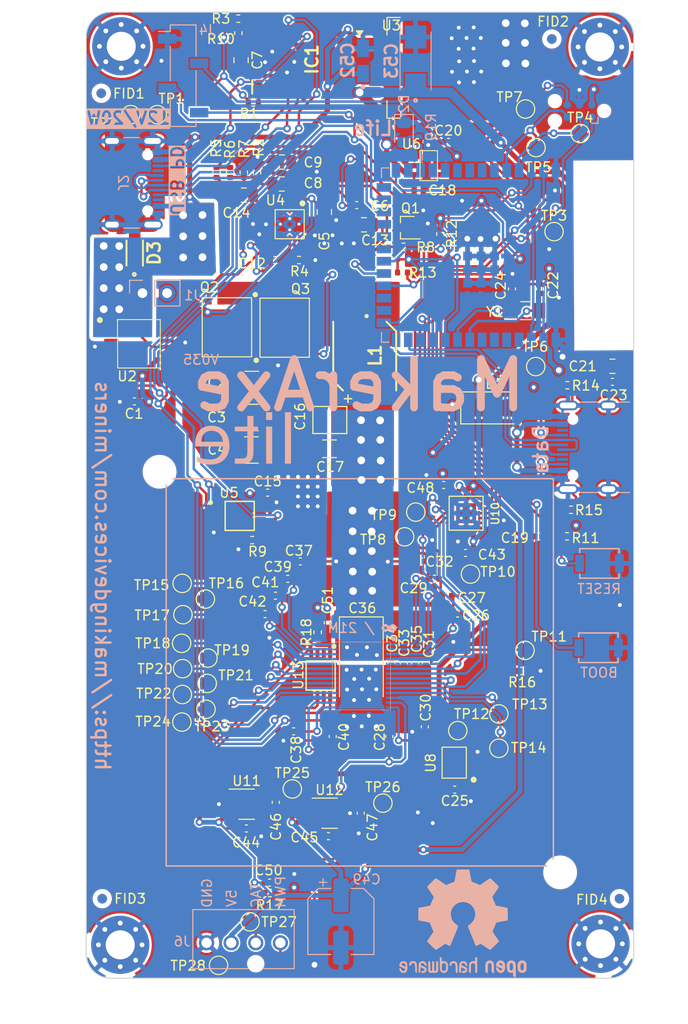
<source format=kicad_pcb>
(kicad_pcb (version 20240108) (generator "pcbnew") (generator_version "8.0")
  (layers (0 "F.Cu" signal) (31 "B.Cu" signal) (34 "B.Paste" user) (35 "F.Paste" user) (36 "B.SilkS" user "B.Silkscreen") (37 "F.SilkS" user "F.Silkscreen") (38 "B.Mask" user) (39 "F.Mask" user) (44 "Edge.Cuts" user))
  (net 0 "")
  (net 1 "GND")
  (net 2 "/Power/VIN_M")
  (net 3 "/BM1366/1V8")
  (net 4 "/BM1366/INV_CLKO")
  (net 5 "/VDD")
  (net 6 "/ESP32/EN")
  (net 7 "/5V")
  (net 8 "/3V3")
  (net 9 "/TX")
  (net 10 "/RX")
  (net 11 "/BM1366/VDD3_0")
  (net 12 "/BM1366/VDD2_0")
  (net 13 "/RST")
  (net 14 "/BM1366/PIN_MODE")
  (net 15 "/Fan/FAN_TACH")
  (net 16 "/SCL")
  (net 17 "/Fan/FAN_PWM")
  (net 18 "/Power/OUT0")
  (net 19 "/Power/SW")
  (net 20 "/BM1366/0V8")
  (net 21 "/BM1366/VDD1_0")
  (net 22 "/BM1366/VDD1_1")
  (net 23 "/BM1366/VDD2_1")
  (net 24 "/BM1366/VDD3_1")
  (net 25 "Net-(Q1-D)")
  (net 26 "Net-(IC1-VDD)")
  (net 27 "Net-(U4-COMP)")
  (net 28 "Net-(C9-Pad2)")
  (net 29 "/Power/Vin_20V")
  (net 30 "/BM1366/CI")
  (net 31 "Net-(U4-BOOT)")
  (net 32 "/BM1366/RO")
  (net 33 "/BM1366/RST_N")
  (net 34 "Net-(U4-BP)")
  (net 35 "Net-(Q2-G)")
  (net 36 "/BM1366/RI")
  (net 37 "Net-(C14-Pad1)")
  (net 38 "Net-(U9-VDDIO_18_1)")
  (net 39 "Net-(U9-VDDIO_08_1)")
  (net 40 "Net-(IC1-VBUS)")
  (net 43 "/BM1366/CLKI")
  (net 44 "/BM1366/NRSTO")
  (net 45 "/BM1366/BO")
  (net 46 "/BM1366/CLKO")
  (net 47 "/BM1366/CO")
  (net 48 "/ESP32/P_TX")
  (net 49 "/ESP32/P_RX")
  (net 50 "/ESP32/IO0")
  (net 51 "/ESP32/XIN32")
  (net 52 "/Power/DM")
  (net 53 "/BM1366/ADDR0")
  (net 54 "/ESP32/XOUT32")
  (net 55 "/Power/PGOOD")
  (net 56 "/Power/port_CC2")
  (net 57 "/Power/port_CC1")
  (net 59 "/Power/OUT1")
  (net 60 "/Power/DP")
  (net 61 "/ESP32/PWR_EN")
  (net 62 "/SDA")
  (net 65 "Net-(U7-GPIO19{slash}U1RTS{slash}ADC2_CH8{slash}CLK_OUT2{slash}USB_D-)")
  (net 67 "Net-(J5-CC1)")
  (net 69 "Net-(U7-GPIO20{slash}U1CTS{slash}ADC2_CH9{slash}CLK_OUT1{slash}USB_D+)")
  (net 70 "Net-(J5-CC2)")
  (net 71 "Net-(Q3-G)")
  (net 72 "Net-(U5-FS0)")
  (net 73 "/ESP32/PLUG_SENSE")
  (net 76 "/BM1366/BI")
  (net 78 "/BM1366/ADDR1")
  (net 79 "Net-(D1-Pad2)")
  (net 93 "Net-(D2-A)")
  (net 105 "Net-(U7-SPIIO7{slash}GPIO36{slash}FSPICLK{slash}SUBSPICLK)")
  (net 107 "Net-(IC1-CFG1)")
  (footprint "Capacitor_SMD:C_0805_2012Metric" (layer "F.Cu") (at 105.864 69.487 180)
    (property "Reference" "C13")
    (property "Value" "10uF")
  )
  (footprint "Capacitor_SMD:C_0402_1005Metric" (layer "F.Cu") (at 116.356 103.365 180)
    (property "Reference" "C43")
    (property "Value" "0.1uF")
  )
  (footprint "Diode_SMD:D_SMA" (layer "F.Cu") (at 119.38 88.392)
    (property "Reference" "D1")
    (property "Value" "SS310")
  )
  (footprint "Package_SO:TSSOP-16_4.4x5mm_P0.65mm" (layer "F.Cu") (at 82.64 81.77)
    (property "Reference" "U2")
    (property "Value" "INA260")
  )
  (footprint "Capacitor_SMD:C_0402_1005Metric" (layer "F.Cu") (at 112.268 114.6556 -90)
    (property "Reference" "C31")
    (property "Value" "0.1uF")
  )
  (footprint "Fiducial:Fiducial_1mm_Mask2mm" (layer "F.Cu") (at 125.2728 50.292)
    (property "Reference" "FID2")
    (property "Value" "Fiducial")
  )
  (footprint "Fiducial:Fiducial_1mm_Mask2mm" (layer "F.Cu") (at 132.2578 139.065)
    (property "Reference" "FID4")
    (property "Value" "Fiducial")
  )
  (footprint "Resistor_SMD:R_0402_1005Metric" (layer "F.Cu") (at 90.6496 64.079 -90)
    (property "Reference" "R5")
    (property "Value" "1.33k")
  )
  (footprint "Fiducial:Fiducial_1mm_Mask2mm" (layer "F.Cu") (at 78.8416 139.065)
    (property "Reference" "FID3")
    (property "Value" "Fiducial")
  )
  (footprint "bitaxe:SOP100P600X180-11N" (layer "F.Cu") (at 97.03 52.49 90)
    (property "Reference" "IC1")
    (property "Value" "CH224K" (hide yes))
  )
  (footprint "Resistor_SMD:R_0402_1005Metric" (layer "F.Cu") (at 122.207 115.554 180)
    (property "Reference" "R16")
    (property "Value" "10k")
  )
  (footprint "Capacitor_SMD:C_0402_1005Metric" (layer "F.Cu") (at 115.25 127.81 180)
    (property "Reference" "C25")
    (property "Value" "0.1uF")
  )
  (footprint "TestPoint:TestPoint_Pad_D1.5mm" (layer "F.Cu") (at 87.0458 112.6998)
    (property "Reference" "TP18")
    (property "Value" "TestPoint")
  )
  (footprint "Package_TO_SOT_SMD:SOT-323_SC-70" (layer "F.Cu") (at 110.37 69.78 180)
    (property "Reference" "Q1")
    (property "Value" "2N7002K")
  )
  (footprint "Capacitor_SMD:C_0805_2012Metric" (layer "F.Cu") (at 97.4054 63.0058 180)
    (property "Reference" "C9")
    (property "Value" "1.5nF")
  )
  (footprint "TestPoint:TestPoint_Pad_D1.5mm" (layer "F.Cu") (at 123.61 84.12)
    (property "Reference" "TP6")
    (property "Value" "TestPoint")
  )
  (footprint "Resistor_SMD:R_0402_1005Metric" (layer "F.Cu") (at 113.77 70.44 -90)
    (property "Reference" "R12")
    (property "Value" "1M")
  )
  (footprint "Capacitor_SMD:C_0402_1005Metric" (layer "F.Cu") (at 114.44 107.79 180)
    (property "Reference" "C27")
    (property "Value" "1uF")
  )
  (footprint "MountingHole:MountingHole_3.5mm" (layer "F.Cu") (at 84.71 94.91)
    (property "Reference" "H6" (hide yes))
    (property "Value" "MountingHole")
  )
  (footprint "Resistor_SMD:R_0402_1005Metric" (layer "F.Cu") (at 127.254 98.91 180)
    (property "Reference" "R15")
    (property "Value" "5.1k")
  )
  (footprint "Capacitor_SMD:C_0805_2012Metric" (layer "F.Cu") (at 101.783 68.1616 -90)
    (property "Reference" "C5")
    (property "Value" "1uF")
  )
  (footprint "Resistor_SMD:R_0402_1005Metric" (layer "F.Cu") (at 94.45 56.85)
    (property "Reference" "R1")
    (property "Value" "1k")
  )
  (footprint "TestPoint:TestPoint_Pad_D1.5mm" (layer "F.Cu") (at 111.225 99.15)
    (property "Reference" "TP9")
    (property "Value" "TestPoint")
  )
  (footprint "Capacitor_SMD:C_0402_1005Metric" (layer "F.Cu") (at 105.54 130.24 -90)
    (property "Reference" "C47")
    (property "Value" "1uF")
  )
  (footprint "Capacitor_SMD:C_0805_2012Metric" (layer "F.Cu") (at 93.472 66.42)
    (property "Reference" "C14")
    (property "Value" "470pF")
  )
  (footprint "bitaxe:SC32S-7PF20PPM" (layer "F.Cu") (at 122.595 78.349 180)
    (property "Reference" "Y1")
    (property "Value" "32.768kHz")
  )
  (footprint "TestPoint:TestPoint_Pad_D1.5mm" (layer "F.Cu") (at 94.107 141.4526)
    (property "Reference" "TP27")
    (property "Value" "TestPoint")
  )
  (footprint "TestPoint:TestPoint_Pad_D1.5mm" (layer "F.Cu") (at 90.8558 145.9484)
    (property "Reference" "TP28")
    (property "Value" "TestPoint")
  )
  (footprint "Package_TO_SOT_SMD:SOT-23-5" (layer "F.Cu") (at 93.753 129.308)
    (property "Reference" "U11")
    (property "Value" "MCP1824T-1802E")
  )
  (footprint "Capacitor_SMD:C_0805_2012Metric" (layer "F.Cu") (at 131.53 84.09)
    (property "Reference" "C21")
    (property "Value" "10uF")
  )
  (footprint "TestPoint:TestPoint_Pad_D1.5mm" (layer "F.Cu") (at 119.8 119.99)
    (property "Reference" "TP13")
    (property "Value" "TestPoint")
  )
  (footprint "TestPoint:TestPoint_Pad_D1.5mm" (layer "F.Cu") (at 122.556 57.528)
    (property "Reference" "TP7")
    (property "Value" "TestPoint")
  )
  (footprint "Package_TO_SOT_SMD:SOT-23-5" (layer "F.Cu") (at 102.32 130.24)
    (property "Reference" "U12")
    (property "Value" "MCP1824T-0802E")
  )
  (footprint "MountingHole:MountingHole_3.5mm" (layer "F.Cu") (at 126.06 136.36)
    (property "Reference" "H5" (hide yes))
    (property "Value" "MountingHole")
  )
  (footprint "TestPoint:TestPoint_Pad_D1.5mm" (layer "F.Cu") (at 89.7636 114.2238)
    (property "Reference" "TP19")
    (property "Value" "TestPoint")
  )
  (footprint "Capacitor_SMD:C_0402_1005Metric" (layer "F.Cu") (at 108.485 122.318 90)
    (property "Reference" "C28")
    (property "Value" "1uF")
  )
  (footprint "TestPoint:TestPoint_Pad_D1.5mm" (layer "F.Cu") (at 87.1474 115.316)
    (property "Reference" "TP20")
    (property "Value" "TestPoint")
  )
  (footprint "Package_SO:TSSOP-8_3x3mm_P0.65mm" (layer "F.Cu") (at 101.3968 116.0272 -90)
    (property "Reference" "U13")
    (property "Value" "EMC2101")
  )
  (footprint "Capacitor_SMD:C_0402_1005Metric" (layer "F.Cu") (at 99.3 104.24 180)
    (property "Reference" "C37")
    (property "Value" "1uF")
  )
  (footprint "Capacitor_SMD:C_0402_1005Metric" (layer "F.Cu") (at 131.53 85.7)
    (property "Reference" "C23")
    (property "Value" "0.1uF")
  )
  (footprint "Resistor_SMD:R_0402_1005Metric" (layer "F.Cu") (at 126.837 101.658 180)
    (property "Reference" "R11")
    (property "Value" "10k")
  )
  (footprint "Capacitor_SMD:C_0805_2012Metric" (layer "F.Cu") (at 93.18 52.49 -90)
    (property "Reference" "C7")
    (property "Value" "1uF")
  )
  (footprint "TestPoint:TestPoint_Pad_D1.5mm" (layer "F.Cu") (at 81.79 58.11)
    (property "Reference" "TP2")
    (property "Value" "TestPoint")
  )
  (footprint "MountingHole:MountingHole_3mm_Pad_Via" (layer "F.Cu") (at 130.23501 51.12099)
    (property "Reference" "H1")
    (property "Value" "MountingHole_Pad")
  )
  (footprint "Capacitor_SMD:C_0402_1005Metric" (layer "F.Cu") (at 124.043 76.096 90)
    (property "Reference" "C22")
    (property "Value" "6.8pF")
  )
  (footprint "Fiducial:Fiducial_1mm_Mask2mm" (layer "F.Cu") (at 78.74 55.9054)
    (property "Reference" "FID1")
    (property "Value" "Fiducial")
  )
  (footprint "bitaxe:TXB0104" (layer "F.Cu") (at 116.422 99.265 -90)
    (property "Reference" "U10")
    (property "Value" "TXB0104RGYR")
  )
  (footprint "Resistor_SMD:R_0402_1005Metric" (layer "F.Cu") (at 94.8288 64.0836 -90)
    (property "Reference" "R2")
    (property "Value" "3.83k")
  )
  (footprint "TestPoint:TestPoint_Pad_D1.5mm" (layer "F.Cu") (at 87.1 106.51)
    (property "Reference" "TP15")
    (property "Value" "TestPoint")
  )
  (footprint "TestPoint:TestPoint_Pad_D1.5mm" (layer "F.Cu") (at 125.5 70.19)
    (property "Reference" "TP3")
    (property "Value" "TestPoint")
  )
  (footprint "Resistor_SMD:R_0402_1005Metric" (layer "F.Cu") (at 93.465 64.079 90)
    (property "Reference" "R7")
    (property "Value" "3.32k")
  )
  (footprint "Capacitor_SMD:C_0402_1005Metric" (layer "F.Cu") (at 98.01 106.04 180)
    (property "Reference" "C39")
    (property "Value" "1uF")
  )
  (footprint "Resistor_SMD:R_0402_1005Metric" (layer "F.Cu") (at 94.33 102.04 180)
    (property "Reference" "R9")
    (property "Value" "80.6k")
  )
  (footprint "Resistor_SMD:R_0402_1005Metric" (layer "F.Cu") (at 92.9 49.7 90)
    (property "Reference" "R10")
    (property "Value" "24K")
  )
  (footprint "MountingHole:MountingHole_3mm_Pad_Via" (layer "F.Cu") (at 130.302 143.728)
    (property "Reference" "H3")
    (property "Value" "MountingHole_Pad")
  )
  (footprint "Capacitor_SMD:C_0402_1005Metric" (layer "F.Cu") (at 102.646 122.318 90)
    (property "Reference" "C40")
    (property "Value" "1uF")
  )
  (footprint "Capacitor_SMD:C_0402_1005Metric" (layer "F.Cu") (at 114.6 60.93 180)
    (property "Reference" "C20")
    (property "Value" "1uF")
  )
  (footprint "Capacitor_SMD:C_0402_1005Metric" (layer "F.Cu") (at 95.659 109.681 180)
    (property "Reference" "C42")
    (property "Value" "1uF")
  )
  (footprint "TestPoint:TestPoint_Pad_D1.5mm" (layer "F.Cu") (at 128.2 60.06)
    (property "Reference" "TP4")
    (property "Value" "TestPoint")
  )
  (footprint "Capacitor_SMD:C_0805_2012Metric" (layer "F.Cu") (at 97.383 65.268 180)
    (property "Reference" "C8")
    (property "Value" "180pF")
  )
  (footprint "Package_SO:TSSOP-8_3x3mm_P0.65mm" (layer "F.Cu") (at 93.04 99.54)
    (property "Reference" "U5")
    (property "Value" "DS4432U+")
  )
  (footprint "TestPoint:TestPoint_Pad_D1.5mm" (layer "F.Cu") (at 116.87 105.55)
    (property "Reference" "TP10")
    (property "Value" "TestPoint")
  )
  (footprint "Capacitor_SMD:C_0402_1005Metric" (layer "F.Cu") (at 105.13 67.45)
    (property "Reference" "C6")
    (property "Value" "3.3nF")
  )
  (footprint "TestPoint:TestPoint_Pad_D1.5mm" (layer "F.Cu") (at 89.6874 116.84)
    (property "Reference" "TP21")
    (property "Value" "TestPoint")
  )
  (footprint "MountingHole:MountingHole_3mm_Pad_Via" (layer "F.Cu") (at 80.70501 143.83099)
    (property "Reference" "H4")
    (property "Value" "MountingHole_Pad")
  )
  (footprint "Capacitor_SMD:C_0402_1005Metric" (layer "F.Cu") (at 121.159 76.105 90)
    (property "Reference" "C24")
    (property "Value" "6.8pF")
  )
  (footprint "Capacitor_SMD:C_0402_1005Metric" (layer "F.Cu") (at 82.17 87.72 180)
    (property "Reference" "C1")
    (property "Value" "1uF")
  )
  (footprint "Capacitor_SMD:C_0402_1005Metric" (layer "F.Cu") (at 108.712 114.681 -90)
    (property "Reference" "C34")
    (property "Value" "1uF")
  )
  (footprint "Capacitor_SMD:C_0402_1005Metric" (layer "F.Cu") (at 111.1504 114.7064 -90)
    (property "Reference" "C35")
    (property "Value" "1uF")
  )
  (footprint "Resistor_SMD:R_0402_1005Metric" (layer "F.Cu") (at 92.0573 64.079 -90)
    (property "Reference" "R6")
    (property "Value" "4.99k")
  )
  (footprint "TestPoint:TestPoint_Pad_D1.5mm" (layer "F.Cu") (at 84.53 58.11)
    (property "Reference" "TP1")
    (property "Value" "TestPoint")
  )
  (footprint "Capacitor_SMD:C_0402_1005Metric" (layer "F.Cu") (at 98.612 121.788 180)
    (property "Reference" "C38")
    (property "Value" "1uF")
  )
  (footprint "Capacitor_Tantalum_SMD:CP_EIA-7343-31_Kemet-D_Pad2.25x2.55mm_HandSolder" (layer "F.Cu") (at 105.6 114.56 -90)
    (property "Reference" "C36")
    (property "Value" "330uF")
  )
  (footprint "bitaxe:CSD17311Q5" (layer "F.Cu") (at 97.6816 80.1102 -90)
    (property "Reference" "Q3")
    (property "Value" "CSD17311Q5")
  )
  (footprint "Capacitor_SMD:C_0402_1005Metric" (layer "F.Cu") (at 102.1334 110.5662 90)
    (property "Reference" "C51")
    (property "Value" "0.1uF")
  )
  (footprint "Resistor_SMD:R_0402_1005Metric" (layer "F.Cu") (at 96.15 138.48)
    (property "Reference" "R17")
    (property "Value" "5.6k")
  )
  (footprint "TestPoint:TestPoint_Pad_D1.5mm" (layer "F.Cu") (at 89.5 108.13)
    (property "Reference" "TP16")
    (property "Value" "TestPoint")
  )
  (footprint "Capacitor_SMD:C_0402_1005Metric" (layer "F.Cu") (at 95.93 97.14)
    (property "Reference" "C15")
    (property "Value" "1uF")
  )
  (footprint "bitaxe:TPS40305" (layer "F.Cu") (at 98.201691 69.4222 -90)
    (property "Reference" "U4")
    (property "Value" "TPS40305")
  )
  (footprint "TestPoint:TestPoint_Pad_D1.5mm" (layer "F.Cu") (at 110.075 101.7)
    (property "Reference" "TP8")
    (property "Value" "TestPoint")
  )
  (footprint "TestPoint:TestPoint_Pad_D1.5mm" (layer "F.Cu") (at 87.0712 120.8278)
    (property "Reference" "TP24")
    (property "Value" "TestPoint")
  )
  (footprint "MountingHole:MountingHole_3mm_Pad_Via" (layer "F.Cu") (at 80.808 51.054)
    (property "Reference" "H2" (hide yes))
    (property "Value" "MountingHole_Pad")
  )
  (footprint "Capacitor_SMD:C_0402_1005Metric" (layer "F.Cu") (at 93.733 131.818)
    (property "Reference" "C44")
    (property "Value" "1uF")
  )
  (footprint "TestPoint:TestPoint_Pad_D1.5mm" (layer "F.Cu") (at 119.8 123.54)
    (property "Reference" "TP14")
    (property "Value" "TestPoint")
  )
  (footprint "Capacitor_SMD:C_0402_1005Metric" (layer "F.Cu") (at 123.89 101.66 180)
    (property "Reference" "C19")
    (property "Value" "1uF")
  )
  (footprint "Capacitor_SMD:C_0402_1005Metric" (layer "F.Cu") (at 113.14 106.03 180)
    (property "Reference" "C29")
    (property "Value" "1uF")
  )
  (footprint "bitaxe:CAP_2R5TPE220MAFB" (layer "F.Cu") (at 102.3516 89.6402 180)
    (property "Reference" "C16")
    (property "Value" "220uF")
  )
  (footprint "bitaxe:CSD17311Q5" (layer "F.Cu") (at 91.719887 80.066364 90)
    (property "Reference" "Q2")
    (property "Value" "CSD17311Q5")
  )
  (footprint "Capacitor_SMD:C_0402_1005Metric" (layer "F.Cu") (at 96.6698 73.128)
    (property "Reference" "C12")
    (property "Value" "0.1uF")
  )
  (footprint "TestPoint:TestPoint_Pad_D1.5mm" (layer "F.Cu") (at 115.56 121.71)
    (property "Reference" "TP12")
    (property "Value" "TestPoint")
  )
  (footprint "Capacitor_SMD:C_1210_3225Metric" (layer "F.Cu") (at 94.2816 85.9702)
    (property "Reference" "C2")
    (property "Value" "47uF")
  )
  (footprint "TestPoint:TestPoint_Pad_D1.5mm" (layer "F.Cu") (at 87.18 109.74)
    (property "Reference" "TP17")
    (property "Value" "TestPoint")
  )
  (footprint "bitaxe:SOD123W" (layer "F.Cu") (at 82.2 72.4 90)
    (property "Reference" "D3")
    (property "Value" "PTVS20VS1UR,115" (hide yes))
  )
  (footprint "bitaxe:O 25,0-JO32-B-1V3-1-T1-LF" (layer "F.Cu") (at 115.19 125.02 90)
    (property "Reference" "U8")
    (property "Value" "25MHz")
  )
  (footprint "TestPoint:TestPoint_Pad_D1.5mm" (layer "F.Cu") (at 98.473 127.736)
    (property "Reference" "TP25")
    (property "Value" "TestPoint")
  )
  (footprint "Resistor_SMD:R_0402_1005Metric" (layer "F.Cu") (at 99.1602 73.1234)
    (property "Reference" "R4")
    (property "Value" "4.12k")
  )
  (footprint "Resistor_SMD:R_0402_1005Metric" (layer "F.Cu") (at 109.955 71.76 180)
    (property "Reference" "R8")
    (property "Value" "10k")
  )
  (footprint "Capacitor_SMD:C_0402_1005Metric" (layer "F.Cu") (at 115.54 109.624 180)
    (property "Reference" "C26")
    (property "Value" "1uF")
  )
  (footprint "Resistor_SMD:R_0402_1005Metric" (layer "F.Cu") (at 109.85 74.41)
    (property "Reference" "R13")
    (property "Value" "10k")
  )
  (footprint "Capacitor_SMD:C_0402_1005Metric" (layer "F.Cu") (at 102.21 132.61)
    (property "Reference" "C45")
    (property "Value" "1uF")
  )
  (footprint "TestPoint:TestPoint_Pad_D1.5mm" (layer "F.Cu") (at 89.5604 119.507)
    (property "Reference" "TP23")
    (property "Value" "TestPoint")
  )
  (footprint "Package_TO_SOT_SMD:TO-263-3_TabPin2" (layer "F.Cu") (at 113.075 53.275)
    (property "Reference" "U3")
    (property "Value" "TS2940CW55_RPG")
  )
  (footprint "Capacitor_SMD:C_0402_1005Metric" (layer "F.Cu") (at 112.16 121.32 90)
    (property "Reference" "C30")
    (property "Value" "1uF")
  )
  (footprint "TestPoint:TestPoint_Pad_D1.5mm" (layer "F.Cu") (at 122.5 113.43)
    (property "Reference" "TP11")
    (property "Value" "TestPoint")
  )
  (footprint "Resistor_SMD:R_0402_1005Metric" (layer "F.Cu") (at 101.092 111.5568 90)
    (property "Reference" "R18")
    (property "Value" "10k")
  )
  (footprint "Capacitor_SMD:C_0402_1005Metric" (layer "F.Cu") (at 96.73 107.78 180)
    (property "Reference" "C41")
    (property "Value" "1uF")
  )
  (footprint "Capacitor_SMD:C_0402_1005Metric" (layer "F.Cu") (at 111.81 104.24 180)
    (property "Reference" "C32")
    (property "Value" "1uF")
  )
  (footprint "Capacitor_SMD:C_0402_1005Metric" (layer "F.Cu") (at 96.12 137.41)
    (property "Reference" "C50")
    (property "Value" "0.1uF")
  )
  (footprint "TestPoint:TestPoint_Pad_D1.5mm" (layer "F.Cu") (at 107.83 129.2)
    (property "Reference" "TP26")
    (property "Value" "TestPoint")
  )
  (footprint "TestPoint:TestPoint_Pad_D1.5mm" (layer "F.Cu") (at 87.122 117.983)
    (property "Reference" "TP22")
    (property "Value" "TestPoint")
  )
  (footprint "Resistor_SMD:R_0402_1005Metric" (layer "F.Cu") (at 126.872 86.047 180)
    (property "Reference" "R14")
    (property "Value" "5.1k")
  )
  (footprint "Capacitor_SMD:C_0402_1005Metric" (layer "F.Cu") (at 111.531 65.931)
    (property "Reference" "C18")
    (property "Value" "1uF")
  )
  (footprint "TestPoint:TestPoint_Pad_D1.5mm" (layer "F.Cu") (at 123.64 61.51)
    (property "Reference" "TP5")
    (property "Value" "TestPoint")
  )
  (footprint "Capacitor_SMD:C_0402_1005Metric" (layer "F.Cu") (at 114.102 96.355 180)
    (property "Reference" "C48")
    (property "Value" "0.1uF")
  )
  (footprint "Capacitor_SMD:C_1206_3216Metric" (layer "F.Cu") (at 102.3116 92.6102 180)
    (property "Reference" "C17")
    (property "Value" "100uF")
  )
  (footprint "Resistor_SMD:R_0402_1005Metric" (layer "F.Cu") (at 92.9 48.2)
    (property "Reference" "R3")
    (property "Value" "10K")
  )
  (footprint "Capacitor_SMD:C_0402_1005Metric" (layer "F.Cu") (at 96.763 129.118 -90)
    (property "Reference" "C46")
    (property "Value" "1uF")
  )
  (footprint "Capacitor_SMD:C_1210_3225Metric" (layer "F.Cu") (at 94.2416 89.3802)
    (property "Reference" "C3")
    (property "Value" "47uF")
  )
  (footprint "Capacitor_SMD:C_0402_1005Metric" (layer "F.Cu") (at 109.982 114.71 -90)
    (property "Reference" "C33")
    (property "Value" "0.1uF")
  )
  (footprint "bitaxe:SPM6530" (layer "F.Cu") (at 105.95 83.04 -90)
    (property "Reference" "L1")
    (property "Value" "SPM6530T-R47M-HZ" (hide yes))
  )
  (footprint "bitaxe:RT9080-33GJ5" (layer "F.Cu") (at 112.563 63.38)
    (property "Reference" "U6")
    (property "Value" "RT9080-33GJ5")
  )
  (footprint "Capacitor_SMD:C_1210_3225Metric" (layer "F.Cu") (at 94.2416 92.7402)
    (property "Reference" "C4")
    (property "Value" "47uF")
  )
  (footprint "bitaxe:470531000" (layer "B.Cu") (at 89.621 143.622)
    (property "Reference" "J6")
    (property "Value" "Conn_01x04")
  )
  (footprint "Connector_PinSocket_2.54mm:PinSocket_1x04_P2.54mm_Vertical_SMD_Pin1Right" (layer "B.Cu") (at 87.205 54.09 180)
    (property "Reference" "J4")
    (property "Value" "Conn_01x04" (hide yes))
  )
  (footprint "Resistor_SMD:R_0402_1005Metric" (layer "B.Cu") (at 111.6 60.89 -90)
    (property "Reference" "R19")
    (property "Value" "220")
  )
  (footprint "Connector_USB:USB_C_Receptacle_GCT_USB4105-xx-A_16P_TopMnt_Horizontal" (layer "B.Cu") (at 80.94 65.15 90)
    (property "Reference" "J2")
    (property "Value" "USB_C_Receptacle_USB2.0")
  )
  (footprint "bitaxe:T491A" (layer "B.Cu") (at 105.775 52.57 90)
    (property "Reference" "C52")
    (property "Value" "0.47uF" (hide yes))
  )
  (footprint "Fiducial:Fiducial_1mm_Mask2mm" (layer "B.Cu") (at 132.26 139.06 180)
    (property "Reference" "FID7" (hide yes))
    (property "Value" "Fiducial")
  )
  (footprint "Symbol:OSHW-Logo2_14.6x12mm_SilkScreen" (layer "B.Cu") (at 116.1 141.6 180)
    (property "Reference" "REF**" (hide yes))
    (property "Value" "OSHW-Logo2_14.6x12mm_SilkScreen" (hide yes))
  )
  (footprint "Connector_PinHeader_2.54mm:PinHeader_1x02_P2.54mm_Vertical" (layer "B.Cu") (at 83 76.54 -90)
    (property "Reference" "J1")
    (property "Value" "Conn_01x02")
  )
  (footprint "bitaxe:T495C" (layer "B.Cu") (at 111.2 52.57 90)
    (property "Reference" "C53")
    (property "Value" "22uF" (hide yes))
  )
  (footprint "Connector_USB:USB_C_Receptacle_GCT_USB4105-xx-A_16P_TopMnt_Horizontal" (layer "B.Cu") (at 130.048 92.456 -90)
    (property "Reference" "J5" (hide yes))
    (property "Value" "USB_C_Receptacle_USB2.0")
  )
  (footprint "bitaxe:ESP32-S3-WROOM-1" (layer "B.Cu") (at 117.43 72.61 90)
    (property "Reference" "U7" (hide yes))
    (property "Value" "ESP32-S3-WROOM-1")
  )
  (footprint "bitaxe:Tag-Connect_TC2030-IDC-NL_2x03_P1.27mm_Vertical" (layer "B.Cu") (at 128.13 57.73 180)
    (property "Reference" "J3" (hide yes))
    (property "Value" "TC2030-IDC")
  )
  (footprint "Fiducial:Fiducial_1mm_Mask2mm" (layer "B.Cu") (at 78.85 139.07 180)
    (property "Reference" "FID8" (hide yes))
    (property "Value" "Fiducial")
  )
  (footprint "LED_SMD:LED_0805_2012Metric_Pad1.15x1.40mm_HandSolder" (layer "B.Cu") (at 110 59.95 -90)
    (property "Reference" "D2")
    (property "Value" "LED")
  )
  (footprint "bitaxe:BM1366" (layer "B.Cu") (at 105.612 116.068 180)
    (property "Reference" "U9" (hide yes))
    (property "Value" "BM1366_mode1")
  )
  (footprint "Capacitor_SMD:CP_Elec_6.3x7.7" (layer "B.Cu") (at 103.49 141.42 -90)
    (property "Reference" "C49")
    (property "Value" "220uF")
  )
  (footprint "bitaxe:SW_CS1213AGF260_CRS" (layer "B.Cu") (at 130.186 104.448 180)
    (property "Reference" "SW1" (hide yes))
    (property "Value" "GT-TC029B-H025-L1N")
  )
  (footprint "Fiducial:Fiducial_1mm_Mask2mm" (layer "B.Cu") (at 125.27 50.31 180)
    (property "Reference" "FID5" (hide yes))
    (property "Value" "Fiducial")
  )
  (footprint "bitaxe:SW_CS1213AGF260_CRS" (layer "B.Cu") (at 130.082 113.155 180)
    (property "Reference" "SW2" (hide yes))
    (property "Value" "GT-TC029B-H025-L1N")
  )
  (footprint "Fiducial:Fiducial_1mm_Mask2mm" (layer "B.Cu") (at 78.75 55.9 180)
    (property "Reference" "FID6" (hide yes))
    (property "Value" "Fiducial")
  )
  (gr_rect (start 85.45 95.7) (end 125.43 135.69) (stroke (width 0.15)) (fill none) (layer "B.SilkS"))
  (gr_line (start 79.729 47.522) (end 131.192 47.522) (stroke (width 0.1)) (layer "Edge.Cuts"))
  (gr_arc (start 133.732 144.744) (mid 132.988051 146.540051) (end 131.192 147.284) (stroke (width 0.1)) (layer "Edge.Cuts"))
  (gr_arc (start 131.192 47.522) (mid 132.988051 48.265949) (end 133.732 50.062) (stroke (width 0.1)) (layer "Edge.Cuts"))
  (gr_arc (start 77.189 50.062) (mid 77.932949 48.265949) (end 79.729 47.522) (stroke (width 0.1)) (layer "Edge.Cuts"))
  (gr_line (start 131.192 147.284) (end 79.729 147.284) (stroke (width 0.1)) (layer "Edge.Cuts"))
  (gr_line (start 133.732 50.062) (end 133.732 144.744) (stroke (width 0.1)) (layer "Edge.Cuts"))
  (gr_arc (start 79.729 147.284) (mid 77.932949 146.540051) (end 77.189 144.744) (stroke (width 0.1)) (layer "Edge.Cuts"))
  (gr_line (start 77.189 144.744) (end 77.189 50.062) (stroke (width 0.1)) (layer "Edge.Cuts"))
  (gr_text "lite" (at 99 95 0) (layer "B.SilkS") (effects (font (size 5 5) (thickness 0.8)) (justify left bottom mirror)))
  (gr_text "Data" (at 125 90 90) (layer "B.SilkS") (effects (font (size 1.5 1.5) (thickness 0.25) (bold yes)) (justify left bottom mirror)))
  (gr_text "USB PD" (at 85.8 68.7 -90) (layer "B.SilkS" knockout) (effects (font (size 1.25 1.25) (thickness 0.25) (bold yes)) (justify left bottom mirror)))
  (gr_text "MakerAxe" (at 123 89 0) (layer "B.SilkS") (effects (font (size 5 5) (thickness 0.8)) (justify left bottom mirror)))
  (gr_text "5V" (at 92.209 139.018 90) (layer "B.SilkS") (effects (font (size 1 1)) (justify mirror)))
  (gr_text "12V/20W" (at 86 59.2 0) (layer "B.SilkS" knockout) (effects (font (size 1.25 1.25) (thickness 0.25) (bold yes)) (justify left bottom mirror)))
  (gr_text "/ 21M" (at 104.55 111.11 0) (layer "B.SilkS") (effects (font (size 1 1)) (justify mirror)))
  (gr_text "https://makingdevices.com/miners" (at 78 126 270) (layer "B.SilkS") (effects (font (size 1.5 1.5) (thickness 0.25)) (justify left bottom mirror)))
  (gr_text "∞" (at 108.47 110.96 0) (layer "B.SilkS") (effects (font (size 2 2) (thickness 0.25)) (justify mirror)))
  (gr_text "PWM" (at 97.265 138.363 90) (layer "B.SilkS") (effects (font (size 1 1)) (justify mirror)))
  (gr_text "V035" (at 91 84 0) (layer "B.SilkS") (effects (font (size 1 1)) (justify left bottom mirror)))
  (gr_text "TAC" (at 94.7325 138.696333 90) (layer "B.SilkS") (effects (font (size 1 1)) (justify mirror)))
  (gr_text "Life" (at 109 60.4 0) (layer "B.SilkS") (effects (font (size 1.5 1.5) (thickness 0.25) (bold yes)) (justify left bottom mirror)))
  (gr_text "GND" (at 89.6675 138.482048 90) (layer "B.SilkS") (effects (font (size 1 1)) (justify mirror)))
  (segment (start 105.54 130.72) (end 110.88 130.72) (width 0.254) (layer "F.Cu") (net 1))
  (segment (start 116 67) (end 115 67) (width 0.254) (layer "F.Cu") (net 1))
  (segment (start 90.897 129.309) (end 90.898 129.308) (width 0.508) (layer "F.Cu") (net 1))
  (segment (start 112.513 63.759) (end 112.513 65.429) (width 0.508) (layer "F.Cu") (net 1))
  (segment (start 96.763 129.768) (end 96.763 131.278) (width 0.508) (layer "F.Cu") (net 1))
  (segment (start 124.043 75.616) (end 124.616 75.616) (width 0.254) (layer "F.Cu") (net 1))
  (segment (start 99 135) (end 101 135) (width 0.254) (layer "F.Cu") (net 1))
  (segment (start 112.513 65.429) (end 112.011 65.931) (width 0.508) (layer "F.Cu") (net 1))
  (segment (start 101.29 52.49) (end 97.03 52.49) (width 2) (layer "F.Cu") (net 1))
  (segment (start 113.931 65.931) (end 112.011 65.931) (width 0.254) (layer "F.Cu") (net 1))
  (segment (start 116.91 128.21) (end 116.91 128.99) (width 0.254) (layer "F.Cu") (net 1))
  (segment (start 111.18905 63.376) (end 111.18505 63.38) (width 0.508) (layer "F.Cu") (net 1))
  (segment (start 84.045 60.83) (end 79.865 60.83) (width 1.5) (layer "F.Cu") (net 1))
  (segment (start 101 63) (end 101 64) (width 0.254) (layer "F.Cu") (net 1))
  (segment (start 118.107 99.765) (end 120.075 99.765) (width 0.254) (layer "F.Cu") (net 1))
  (segment (start 101.8946 69) (end 101.783 69.1116) (width 0.254) (layer "F.Cu") (net 1))
  (segment (start 121.159 74.598) (end 121.21 74.547) (width 0.254) (layer "F.Cu") (net 1))
  (segment (start 97.03 52.49) (end 96.08 51.54) (width 1) (layer "F.Cu") (net 1))
  (segment (start 90.89 100.515) (end 90.215 100.515) (width 0.508) (layer "F.Cu") (net 1))
  (segment (start 112.9225 101.108938) (end 114.266438 99.765) (width 0.254) (layer "F.Cu") (net 1))
  (segment (start 85.97 51.54) (end 84.96 52.55) (width 1) (layer "F.Cu") (net 1))
  (segment (start 117.602 123.903) (end 117.569 123.87) (width 0.508) (layer "F.Cu") (net 1))
  (segment (start 111.88 130.16) (end 112.98 131.26) (width 0.254) (layer "F.Cu") (net 1))
  (segment (start 115.13 103.06) (end 115.13 102.6317) (width 0.254) (layer "F.Cu") (net 1))
  (segment (start 90.13 101.01989) (end 90.360055 101.249945) (width 0.508) (layer "F.Cu") (net 1))
  (segment (start 102.075 53.275) (end 101.29 52.49) (width 2) (layer "F.Cu") (net 1))
  (segment (start 115.5737 102.188) (end 115.5737 101.0483) (width 0.508) (layer "F.Cu") (net 1))
  (segment (start 122.717 115.554) (end 124.094 115.554) (width 0.254) (layer "F.Cu") (net 1))
  (segment (start 102.86 132.61) (end 105.04 132.61) (width 0.508) (layer "F.Cu") (net 1))
  (segment (start 103 69) (end 101.8946 69) (width 0.254) (layer "F.Cu") (net 1))
  (segment (start 115.13 102.6317) (end 115.5737 102.188) (width 0.254) (layer "F.Cu") (net 1))
  (segment (start 95.179 111.194) (end 96.109 112.124) (width 0.254) (layer "F.Cu") (net 1))
  (segment (start 97.494 136.516) (end 96.6 137.41) (width 0.254) (layer "F.Cu") (net 1))
  (segment (start 101 136) (end 101 135) (width 0.254) (layer "F.Cu") (net 1))
  (segment (start 112.16 118.803) (end 112.158 118.801) (width 0.254) (layer "F.Cu") (net 1))
  (segment (start 100.8426 73.1234) (end 100.8506 73.1314) (width 0.254) (layer "F.Cu") (net 1))
  (segment (start 97 84) (end 96.8889 84) (width 0.508) (layer "F.Cu") (net 1))
  (segment (start 104.914 68.586) (end 104.914 69.487) (width 0.254) (layer "F.Cu") (net 1))
  (segment (start 111.37 69.13) (end 111.37 68.63) (width 0.254) (layer "F.Cu") (net 1))
  (segment (start 90.13 100.6) (end 90.13 101.01989) (width 0.508) (layer "F.Cu") (net 1))
  (segment (start 120.075 99.765) (end 120.31 100) (width 0.254) (layer "F.Cu") (net 1))
  (segment (start 121.168 75.616) (end 121.159 75.625) (width 0.254) (layer "F.Cu") (net 1))
  (segment (start 110.856 121.838) (end 110.862 121.832) (width 0.254) (layer "F.Cu") (net 1))
  (segment (start 112.512 61.25) (end 112.812 60.95) (width 0.508) (layer "F.Cu") (net 1))
  (segment (start 116.02 109.624) (end 116.02 111.630284) (width 0.254) (layer "F.Cu") (net 1))
  (segment (start 114.1 60.95) (end 114.12 60.93) (width 0.508) (layer "F.Cu") (net 1))
  (segment (start 127.382 87.697) (end 126.943 88.136) (width 0.254) (layer "F.Cu") (net 1))
  (segment (start 96.4 97.7) (end 96.84 98.14) (width 0.508) (layer "F.Cu") (net 1))
  (segment (start 101.242 122.727) (end 99.393 122.727) (width 0.254) (layer "F.Cu") (net 1))
  (segment (start 96.8889 84) (end 95.7516 82.8627) (width 0.508) (layer "F.Cu") (net 1))
  (segment (start 105.54 130.72) (end 104.91 130.72) (width 0.254) (layer "F.Cu") (net 1))
  (segment (start 127.764 97.597) (end 126.943 96.776) (width 0.254) (layer "F.Cu") (net 1))
  (segment (start 93.3 51.42) (end 93.18 51.54) (width 0.254) (layer "F.Cu") (net 1))
  (segment (start 96.4 97.31) (end 96.4 97.7) (width 0.508) (layer "F.Cu") (net 1))
  (segment (start 95.26 132.63) (end 96.63 132.63) (width 0.254) (layer "F.Cu") (net 1))
  (segment (start 78.125 82.095) (end 78.09 82.06) (width 0.508) (layer "F.Cu") (net 1))
  (segment (start 95.461 132.62) (end 95.015 132.62) (width 0.508) (layer "F.Cu") (net 1))
  (segment (start 94.89 62.47) (end 94.564 62.47) (width 0.254) (layer "F.Cu") (net 1))
  (segment (start 115.9 127.81) (end 116.51 127.81) (width 0.254) (layer "F.Cu") (net 1))
  (segment (start 105.61 67.45) (end 105.61 67.89) (width 0.254) (layer "F.Cu") (net 1))
  (segment (start 80.66 87.76) (end 80.7 87.72) (width 0.508) (layer "F.Cu") (net 1))
  (segment (start 127.764 98.91) (end 127.764 97.597) (width 0.254) (layer "F.Cu") (net 1))
  (segment (start 126.38 83.11) (end 126.68 82.81) (width 0.508) (layer "F.Cu") (net 1))
  (segment (start 102.65 135) (end 105.33 132.32) (width 0.254) (layer "F.Cu") (net 1))
  (segment (start 105.54 132.11) (end 105.54 130.89) (width 0.508) (layer "F.Cu") (net 1))
  (segment (start 117.569 123.87) (end 116.14 123.87) (width 0.508) (layer "F.Cu") (net 1))
  (segment (start 98.682 136.516) (end 100.484 136.516) (width 0.254) (layer "F.Cu") (net 1))
  (segment (start 124.094 115.554) (end 124.109 115.539) (width 0.254) (layer "F.Cu") (net 1))
  (segment (start 124 67.54) (end 124 71) (width 0.254) (layer "F.Cu") (net 1))
  (segment (start 96.783 131.298) (end 95.461 132.62) (width 0.508) (layer "F.Cu") (net 1))
  (segment (start 112.513 63.759) (end 112.513 61.251) (width 0.508) (layer "F.Cu") (net 1))
  (segment (start 92.94 102.96) (end 92.91 102.99) (width 0.508) (layer "F.Cu") (net 1))
  (segment (start 121.159 75.625) (end 121.159 74.598) (width 0.254) (layer "F.Cu") (net 1))
  (segment (start 92.9 50.21) (end 92.9 51.26) (width 0.254) (layer "F.Cu") (net 1))
  (segment (start 79.865 60.83) (end 79.865 60.035) (width 1.5) (layer "F.Cu") (net 1))
  (segment (start 104.91 130.72) (end 104.43 130.24) (width 0.254) (layer "F.Cu") (net 1))
  (segment (start 100.484 136.516) (end 101 136) (width 0.254) (layer "F.Cu") (net 1))
  (segment (start 102.131 121.838) (end 101.242 122.727) (width 0.254) (layer "F.Cu") (net 1))
  (segment (start 131.2 82.81) (end 132.48 84.09) (width 0.508) (layer "F.Cu") (net 1))
  (segment (start 112.9225 102.037) (end 112.9225 101.108938) (width 0.254) (layer "F.Cu") (net 1))
  (segment (start 100.765 136.797) (end 100.765 145.89) (width 0.254) (layer "F.Cu") (net 1))
  (segment (start 101.1825 130.24) (end 104.43 130.24) (width 0.508) (layer "F.Cu") (net 1))
  (segment (start 92.9 51.26) (end 93.18 51.54) (width 0.254) (layer "F.Cu") (net 1))
  (segment (start 105.04 132.61) (end 105.54 132.11) (width 0.508) (layer "F.Cu") (net 1))
  (segment (start 84.045 69.47) (end 82.2 69.47) (width 1.5) (layer "F.Cu") (net 1))
  (segment (start 112.98 131.26) (end 115.25 128.99) (width 0.254) (layer "F.Cu") (net 1))
  (segment (start 115.876 103.365) (end 115.435 103.365) (width 0.254) (layer "F.Cu") (net 1))
  (segment (start 95.36 62) (end 100 62) (width 0.254) (layer "F.Cu") (net 1))
  (segment (start 80.7 87.72) (end 81.69 87.72) (width 0.508) (layer "F.Cu") (net 1))
  (segment (start 82.2 69.47) (end 79.865 69.47) (width 1.5) (layer "F.Cu") (net 1))
  (segment (start 112.13 63.376) (end 111.18905 63.376) (width 0.508) (layer "F.Cu") (net 1))
  (segment (start 127.382 86.047) (end 127.382 87.697) (width 0.254) (layer "F.Cu") (net 1))
  (segment (start 112.24 69.13) (end 111.37 69.13) (width 0.254) (layer "F.Cu") (net 1))
  (segment (start 97.39 52.13) (end 97.03 52.49) (width 1) (layer "F.Cu") (net 1))
  (segment (start 92.94 102.04) (end 92.94 102.96) (width 0.508) (layer "F.Cu") (net 1))
  (segment (start 115.435 103.365) (end 115.13 103.06) (width 0.254) (layer "F.Cu") (net 1))
  (segment (start 101 135) (end 102.65 135) (width 0.254) (layer "F.Cu") (net 1))
  (segment (start 95.179 109.681) (end 95.179 111.194) (width 0.254) (layer "F.Cu") (net 1))
  (segment (start 115 67) (end 113.931 65.931) (width 0.254) (layer "F.Cu") (net 1))
  (segment (start 116.02 111.630284) (end 115.099642 112.550642) (width 0.254) (layer "F.Cu") (net 1))
  (segment (start 97.551 122.045) (end 97.551 122.747) (width 0.254) (layer "F.Cu") (net 1))
  (segment (start 96.08 51.54) (end 93.18 51.54) (width 1) (layer "F.Cu") (net 1))
  (segment (start 112.592 95.325) (end 113.622 96.355) (width 0.508) (layer "F.Cu") (net 1))
  (segment (start 115.5737 101.0483) (end 115.672 100.95) (width 0.508) (layer "F.Cu") (net 1))
  (segment (start 90.898 129.308) (end 92.6155 129.308) (width 0.508) (layer "F.Cu") (net 1))
  (segment (start 81.79 58.11) (end 81.79 55.72) (width 1) (layer "F.Cu") (net 1))
  (segment (start 105.61 67.89) (end 104.914 68.586) (width 0.254) (layer "F.Cu") (net 1))
  (segment (start 100 62) (end 101 63) (width 0.254) (layer "F.Cu") (net 1))
  (segment (start 95.015 132.62) (end 94.213 131.818) (width 0.508) (layer "F.Cu") (net 1))
  (segment (start 108.485 121.838) (end 110.856 121.838) (width 0.254) (layer "F.Cu") (net 1))
  (segment (start 114.852958 112.550642) (end 115.099642 112.550642) (width 0.254) (layer "F.Cu") (net 1))
  (segment (start 123.41 101.66) (end 121.97 101.66) (width 0.254) (layer "F.Cu") (net 1))
  (segment (start 96.63 132.63) (end 99 135) (width 0.254) (layer "F.Cu") (net 1))
  (segment (start 132.01 84.56) (end 132.01 85.7) (width 0.508) (layer "F.Cu") (net 1))
  (segment (start 102.0826 109.0676) (end 102.1334 109.1184) (width 0.508) (layer "F.Cu") (net 1))
  (segment (start 124.616 75.616) (end 126 77) (width 0.254) (layer "F.Cu") (net 1))
  (segment (start 111.44 130.16) (end 111.88 130.16) (width 0.254) (layer "F.Cu") (net 1))
  (segment (start 90.215 100.515) (end 90.13 100.6) (width 0.508) (layer "F.Cu") (net 1))
  (segment (start 111.37 68.63) (end 112 68) (width 0.254) (layer "F.Cu") (net 1))
  (segment (start 110.88 130.72) (end 111.44 130.16) (width 0.254) (layer "F.Cu") (net 1))
  (segment (start 125.6 65.94) (end 124 67.54) (width 0.254) (layer "F.Cu") (net 1))
  (segment (start 97.808 121.788) (end 97.551 122.045) (width 0.254) (layer "F.Cu") (net 1))
  (segment (start 126.68 82.81) (end 131.2 82.81) (width 0.508) (layer "F.Cu") (net 1))
  (segment (start 124 71) (end 125 72) (width 0.254) (layer "F.Cu") (net 1))
  (segment (start 94.564 62.47) (end 93.465 63.569) (width 0.254) (layer "F.Cu") (net 1))
  (segment (start 112.812 60.95) (end 114.1 60.95) (width 0.508) (layer "F.Cu") (net 1))
  (segment (start 112.318 95.325) (end 112.592 95.325) (width 0.508) (layer "F.Cu") (net 1))
  (segment (start 112.16 120.84) (end 112.16 118.803) (width 0.254) (layer "F.Cu") (net 1))
  (segment (start 115.25 128.99) (end 116.91 128.99) (width 0.254) (layer "F.Cu") (net 1))
  (segment (start 79.7775 82.095) (end 78.125 82.095) (width 0.508) (layer "F.Cu") (net 1))
  (segment (start 116.51 127.81) (end 116.91 128.21) (width 0.254) (layer "F.Cu") (net 1))
  (segment (start 86.306158 82.745) (end 85.5025 82.745) (width 0.508) (layer "F.Cu") (net 1))
  (segment (start 81.79 55.72) (end 84.96 52.55) (width 1) (layer "F.Cu") (net 1))
  (segment (start 112.513 61.251) (end 112.512 61.25) (width 0.508) (layer "F.Cu") (net 1))
  (segment (start 105.425 53.275) (end 102.075 53.275) (width 2) (layer "F.Cu") (net 1))
  (segment (start 79.865 60.83) (end 79.865 69.47) (width 1.5) (layer "F.Cu") (net 1))
  (segment (start 92.94 102.04) (end 93.82 102.04) (width 0.508) (layer "F.Cu") (net 1))
  (segment (start 99.6702 73.1234) (end 100.8426 73.1234) (width 0.254) (layer "F.Cu") (net 1))
  (segment (start 79.7775 81.445) (end 79.7775 82.095) (width 0.4) (layer "F.Cu") (net 1))
  (segment (start 87.414791 81.636367) (end 86.306158 82.745) (width 0.508) (layer "F.Cu") (net 1))
  (segment (start 96.763 131.278) (end 96.783 131.298) (width 0.508) (layer "F.Cu") (net 1))
  (segment (start 114.266438 99.765) (end 114.737 99.765) (width 0.254) (layer "F.Cu") (net 1))
  (segment (start 93.18 51.54) (end 85.97 51.54) (width 1) (layer "F.Cu") (net 1))
  (segment (start 102.1334 109.1184) (end 102.1334 110.0862) (width 0.508) (layer "F.Cu") (net 1))
  (segment (start 98.682 136.516) (end 97.494 136.516) (width 0.254) (layer "F.Cu") (net 1))
  (segment (start 98.132 121.788) (end 97.808 121.788) (width 0.254) (layer "F.Cu") (net 1))
  (segment (start 100.484 136.516) (end 100.765 136.797) (width 0.254) (layer "F.Cu") (net 1))
  (segment (start 112.46 69.35) (end 112.24 69.13) (width 0.254) (layer "F.Cu") (net 1))
  (segment (start 105.425 53.275) (end 114.575 53.275) (width 2) (layer "F.Cu") (net 1))
  (segment (start 112.513 63.759) (end 112.13 63.376) (width 0.508) (layer "F.Cu") (net 1))
  (segment (start 79.7775 82.745) (end 79.7775 82.095) (width 0.4) (layer "F.Cu") (net 1))
  (segment (start 112.512 61.25) (end 112.512 54.512) (width 0.508) (layer "F.Cu") (net 1))
  (segment (start 102.646 121.838) (end 102.131 121.838) (width 0.254) (layer "F.Cu") (net 1))
  (segment (start 121.97 101.66) (end 120.31 100) (width 0.254) (layer "F.Cu") (net 1))
  (segment (start 132.48 84.09) (end 132.01 84.56) (width 0.508) (layer "F.Cu") (net 1))
  (segment (start 79.865 60.035) (end 81.79 58.11) (width 1.5) (layer "F.Cu") (net 1))
  (segment (start 94.89 62.47) (end 95.36 62) (width 0.254) (layer "F.Cu") (net 1))
  (segment (start 82.2 71) (end 82.2 69.47) (width 1) (layer "F.Cu") (net 1))
  (segment (start 124.043 75.616) (end 121.168 75.616) (width 0.254) (layer "F.Cu") (net 1))
  (segment (start 112.268 115.1356) (end 114.852958 112.550642) (width 0.254) (layer "F.Cu") (net 1))
  (via (at 117.229 54.752) (size 0.8) (drill 0.4) (layers "F.Cu" "B.Cu") (net 1))
  (via (at 106.376 120.179) (size 0.8) (drill 0.4) (layers "F.Cu" "B.Cu") (net 1))
  (via (at 95.067 70.471) (size 0.8) (drill 0.4) (layers "F.Cu" "B.Cu") (net 1))
  (via (at 78.09 82.06) (size 0.8) (drill 0.4) (layers "F.Cu" "B.Cu") (net 1))
  (via (at 120.51 50.7) (size 1.2) (drill 0.8) (layers "F.Cu" "B.Cu") (net 1))
  (via (at 100.8506 73.1314) (size 0.8) (drill 0.4) (layers "F.Cu" "B.Cu") (net 1))
  (via (at 104.1 121.3) (size 0.8) (drill 0.4) (layers "F.Cu" "B.Cu") (net 1))
  (via (at 116.91 128.99) (size 0.8) (drill 0.4) (layers "F.Cu" "B.Cu") (net 1))
  (via (at 116.54 70.92) (size 1) (drill 0.6) (layers "F.Cu" "B.Cu") (net 1))
  (via (at 99.06 95.504) (size 0.8) (drill 0.4) (layers "F.Cu" "B.Cu") (net 1))
  (via (at 125.6 65.94) (size 0.8) (drill 0.4) (layers "F.Cu" "B.Cu") (net 1))
  (via (at 112.98 131.26) (size 0.8) (drill 0.4) (layers "F.Cu" "B.Cu") (net 1))
  (via (at 96.109 112.124) (size 0.8) (drill 0.4) (layers "F.Cu" "B.Cu") (net 1))
  (via (at 99.06 97.536) (size 0.8) (drill 0.4) (layers "F.Cu" "B.Cu") (net 1))
  (via (at 112.46 69.35) (size 0.8) (drill 0.4) (layers "F.Cu" "B.Cu") (net 1))
  (via (at 100.076 97.536) (size 0.8) (drill 0.4) (layers "F.Cu" "B.Cu") (net 1))
  (via (at 106.396 118.533) (size 0.8) (drill 0.4) (layers "F.Cu" "B.Cu") (net 1))
  (via (at 97.028 95.504) (size 0.8) (drill 0.4) (layers "F.Cu" "B.Cu") (net 1))
  (via (at 110.862 121.832) (size 0.8) (drill 0.4) (layers "F.Cu" "B.Cu") (net 1))
  (via (at 98.044 95.504) (size 0.8) (drill 0.4) (layers "F.Cu" "B.Cu") (net 1))
  (via (at 104.082 115.436) (size 0.8) (drill 0.4) (layers "F.Cu" "B.Cu") (net 1))
  (via (at 98.682 136.516) (size 0.8) (drill 0.4) (layers "F.Cu" "B.Cu") (net 1))
  (via (at 101.092 95.504) (size 0.8) (drill 0.4) (layers "F.Cu" "B.Cu") (net 1))
  (via (at 125 72) (size 0.8) (drill 0.4) (layers "F.Cu" "B.Cu") (net 1))
  (via (at 99.393 122.727) (size 0.8) (drill 0.4) (layers "F.Cu" "B.Cu") (net 1))
  (via (at 106.408 116.351) (size 0.8) (drill 0.4) (layers "F.Cu" "B.Cu") (net 1))
  (via (at 128.12 55.55) (size 0.8) (drill 0.4) (layers "F.Cu" "B.Cu") (net 1))
  (via (at 95.665 52.691) (size 0.8) (drill 0.4) (layers "F.Cu" "B.Cu") (net 1))
  (via (at 120.53 52.81) (size 1.2) (drill 0.8) (layers "F.Cu" "B.Cu") (net 1))
  (via (at 115.647 51.312) (size 0.8) (drill 0.4) (layers "F.Cu" "B.Cu") (net 1))
  (via (at 116.506 53.661) (size 0.8) (drill 0.4) (layers "F.Cu" "B.Cu") (net 1))
  (via (at 95.758 69.4314) (size 0.8) (drill 0.4) (layers "F.Cu" "B.Cu") (net 1))
  (via (at 117.188 51.282) (size 0.8) (drill 0.4) (layers "F.Cu" "B.Cu") (net 1))
  (via (at 100.765 145.89) (size 1) (drill 0.6) (layers "F.Cu" "B.Cu") (net 1))
  (via (at 94.89 62.47) (size 0.8) (drill 0.4) (layers "F.Cu" "B.Cu") (net 1))
  (via (at 94.411 69.401) (size 0.8) (drill 0.4) (layers "F.Cu" "B.Cu") (net 1))
  (via (at 114.965 53.691) (size 0.8) (drill 0.4) (layers "F.Cu" "B.Cu") (net 1))
  (via (at 101.092 98.552) (size 0.8) (drill 0.4) (layers "F.Cu" "B.Cu") (net 1))
  (via (at 105.673 117.442) (size 0.8) (drill 0.4) (layers "F.Cu" "B.Cu") (net 1))
  (via (at 80.66 87.76) (size 0.8) (drill 0.4) (layers "F.Cu" "B.Cu") (net 1))
  (via (at 101.092 96.52) (size 0.8) (drill 0.4) (layers "F.Cu" "B.Cu") (net 1))
  (via (at 84.96 52.55) (size 0.8) (drill 0.4) (layers "F.Cu" "B.Cu") (net 1))
  (via (at 97.551 122.747) (size 0.8) (drill 0.4) (layers "F.Cu" "B.Cu") (net 1))
  (via (at 124.109 115.539) (size 0.8) (drill 0.4) (layers "F.Cu" "B.Cu") (net 1))
  (via (at 117.91 70.95) (size 1) (drill 0.6) (layers "F.Cu" "B.Cu") (net 1))
  (via (at 122.48 48.68) (size 1.2) (drill 0.8) (layers "F.Cu" "B.Cu") (net 1))
  (via (at 90.360055 101.249945) (size 0.8) (drill 0.4) (layers "F.Cu" "B.Cu") (net 1))
  (via (at 115.659 49.13) (size 0.8) (drill 0.4) (layers "F.Cu" "B.Cu") (net 1))
  (via (at 100.076 96.52) (size 0.8) (drill 0.4) (layers "F.Cu" "B.Cu") (net 1))
  (via (at 117.602 123.903) (size 0.8) (drill 0.4) (layers "F.Cu" "B.Cu") (net 1))
  (via (at 101.779 71.402) (size 0.8) (drill 0.4) (layers "F.Cu" "B.Cu") (net 1))
  (via (at 116 67) (size 0.8) (drill 0.4) (layers "F.Cu" "B.Cu") (net 1))
  (via (at 104.855 118.563) (size 0.8) (drill 0.4) (layers "F.Cu" "B.Cu") (net 1))
  (via (at 104.132 117.472) (size 0.8) (drill 0.4) (layers "F.Cu" "B.Cu") (net 1))
  (via (at 101 64) (size 0.8) (drill 0.4) (layers "F.Cu" "B.Cu") (net 1))
  (via (at 121.21 74.547) (size 0.8) (drill 0.4) (layers "F.Cu" "B.Cu") (net 1))
  (via (at 97.929 53.752) (size 0.8) (drill 0.4) (layers "F.Cu" "B.Cu") (net 1))
  (via (at 100.076 98.552) (size 0.8) (drill 0.4) (layers "F.Cu" "B.Cu") (net 1))
  (via (at 102.625 70.567) (size 0.8) (drill 0.4) (layers "F.Cu" "B.Cu") (net 1))
  (via (at 100.076 95.504) (size 0.8) (drill 0.4) (layers "F.Cu" "B.Cu") (net 1))
  (via (at 104.835 120.209) (size 0.8) (drill 0.4) (layers "F.Cu" "B.Cu") (net 1))
  (via (at 114.924 50.221) (size 0.8) (drill 0.4) (layers "F.Cu" "B.Cu") (net 1))
  (via (at 117.936 50.191) (size 0.8) (drill 0.4) (layers "F.Cu" "B.Cu") (net 1))
  (via (at 112.9225 102.037) (size 0.8) (drill 0.4) (layers "F.Cu" "B.Cu") (net 1))
  (via (at 107.144 117.442) (size 0.8) (drill 0.4) (layers "F.Cu" "B.Cu") (net 1))
  (via (at 117.241 52.57) (size 0.8) (drill 0.4) (layers "F.Cu" "B.Cu") (net 1))
  (via (at 117.2 49.1) (size 0.8) (drill 0.4) (layers "F.Cu" "B.Cu") (net 1))
  (via (at 111.44 130.16) (size 0.8) (drill 0.4) (layers "F.Cu" "B.Cu") (net 1))
  (via (at 107.112 121.27) (size 0.8) (drill 0.4) (layers "F.Cu" "B.Cu") (net 1))
  (via (at 117.977 53.661) (size 0.8) (drill 0.4) (layers "F.Cu" "B.Cu") (net 1))
  (via (at 90.897 129.309) (size 0.8) (drill 0.4) (layers "F.Cu" "B.Cu") (net 1))
  (via (at 96.4 51.6) (size 0.8) (drill 0.4) (layers "F.Cu" "B.Cu") (net 1))
  (via (at 122.5 50.7) (size 1.2) (drill 0.8) (layers "F.Cu" "B.Cu") (net 1))
  (via (at 112.318 95.325) (size 0.8) (drill 0.4) (layers "F.Cu" "B.Cu") (net 1))
  (via (at 115.7 52.6) (size 0.8) (drill 0.4) (layers "F.Cu" "B.Cu") (net 1))
  (via (at 112.512 61.25) (size 0.8) (drill 0.4) (layers "F.Cu" "B.Cu") (net 1))
  (via (at 98.677 52.661) (size 0.8) (drill 0.4) (layers "F.Cu" "B.Cu") (net 1))
  (via (at 105.623 115.406) (size 0.8) (drill 0.4) (layers "F.Cu" "B.Cu") (net 1))
  (via (at 105.641 121.27) (size 0.8) (drill 0.4) (layers "F.Cu" "B.Cu") (net 1))
  (via (at 101.092 97.536) (size 0.8) (drill 0.4) (layers "F.Cu" "B.Cu") (net 1))
  (via (at 104.867 116.381) (size 0.8) (drill 0.4) (layers "F.Cu" "B.Cu") (net 1))
  (via (at 112 68) (size 0.8) (drill 0.4) (layers "F.Cu" "B.Cu") (net 1))
  (via (at 100.801 70.578) (size 0.8) (drill 0.4) (layers "F.Cu" "B.Cu") (net 1))
  (via (at 87.414791 81.636367) (size 0.8) (drill 0.4) (layers "F.Cu" "B.Cu") (net 1))
  (via (at 104.83 71.398) (size 0.8) (drill 0.4) (layers "F.Cu" "B.Cu") (net 1))
  (via (at 103 69) (size 0.8) (drill 0.4) (layers "F.Cu" "B.Cu") (net 1))
  (via (at 119.454234 70.914234) (size 1) (drill 0.6) (layers "F.Cu" "B.Cu") (net 1))
  (via (at 105.33 132.32) (size 0.8) (drill 0.4) (layers "F.Cu" "B.Cu") (net 1))
  (via (at 104.43 130.24) (size 0.8) (drill 0.4) (layers "F.Cu" "B.Cu") (net 1))
  (via (at 122.54 52.83) (size 1.2) (drill 0.8) (layers "F.Cu" "B.Cu") (net 1))
  (via (at 126.38 83.11) (size 1) (drill 0.6) (layers "F.Cu" "B.Cu") (net 1))
  (via (at 115.688 54.782) (size 0.8) (drill 0.4) (layers "F.Cu" "B.Cu") (net 1))
  (via (at 99.06 96.52) (size 0.8) (drill 0.4) (layers "F.Cu" "B.Cu") (net 1))
  (via (at 115.5737 102.188) (size 0.8) (drill 0.4) (layers "F.Cu" "B.Cu") (net 1))
  (via (at 120.31 100) (size 0.8) (drill 0.4) (layers "F.Cu" "B.Cu") (net 1))
  (via (at 116.465 50.191) (size 0.8) (drill 0.4) (layers "F.Cu" "B.Cu") (net 1))
  (via (at 103.584 71.41) (size 0.8) (drill 0.4) (layers "F.Cu" "B.Cu") (net 1))
  (via (at 102.0826 109.0676) (size 0.8) (drill 0.4) (layers "F.Cu" "B.Cu") (net 1))
  (via (at 96.84 98.14) (size 0.8) (drill 0.4) (layers "F.Cu" "B.Cu") (net 1))
  (via (at 132.297 108.743) (size 0.8) (drill 0.4) (layers "F.Cu" "B.Cu") (net 1))
  (via (at 126 77) (size 0.8) (drill 0.4) (layers "F.Cu" "B.Cu") (net 1))
  (via (at 97 84) (size 0.8) (drill 0.4) (layers "F.Cu" "B.Cu") (net 1))
  (via (at 120.51 48.66) (size 1.2) (drill 0.8) (layers "F.Cu" "B.Cu") (net 1))
  (via (at 92.91 102.99) (size 0.8) (drill 0.4) (layers "F.Cu" "B.Cu") (net 1))
  (via (at 95.26 132.63) (size 0.8) (drill 0.4) (layers "F.Cu" "B.Cu") (net 1))
  (via (at 107.094 115.406) (size 0.8) (drill 0.4) (layers "F.Cu" "B.Cu") (net 1))
  (via (at 115.099642 112.550642) (size 0.8) (drill 0.4) (layers "F.Cu" "B.Cu") (net 1))
  (via (at 99.06 98.552) (size 0.8) (drill 0.4) (layers "F.Cu" "B.Cu") (net 1))
  (segment (start 126 77) (end 126 73) (width 0.254) (layer "B.Cu") (net 1))
  (segment (start 102.696 114.311) (end 99.4012 114.311) (width 0.254) (layer "B.Cu") (net 1))
  (segment (start 100.765 145.045) (end 100.765 145.89) (width 0.508) (layer "B.Cu") (net 1))
  (segment (start 108.528 114.311) (end 113.339284 114.311) (width 0.254) (layer "B.Cu") (net 1))
  (segment (start 132.345 104.448) (end 132.345 108.695) (width 0.254) (layer "B.Cu") (net 1))
  (segment (start 85.55 51.96) (end 84.96 52.55) (width 0.254) (layer "B.Cu") (net 1))
  (segment (start 128.13 57.095) (end 128.13 55.56) (width 0.508) (layer "B.Cu") (net 1))
  (segment (start 126 77) (end 126 78) (width 0.254) (layer "B.Cu") (net 1))
  (segment (start 125.69 78.31) (end 125.69 81.36) (width 0.254) (layer "B.Cu") (net 1))
  (segment (start 126.368 89.256) (end 126.368 88.711) (width 0.254) (layer "B.Cu") (net 1))
  (segment (start 110.156 118.327) (end 108.528 118.327) (width 0.254) (layer "B.Cu") (net 1))
  (segment (start 101.783 64.783) (end 101.783 67.783) (width 0.254) (layer "B.Cu") (net 1))
  (segment (start 99.4012 114.311) (end 97.2142 112.124) (width 0.254) (layer "B.Cu") (net 1))
  (segment (start 101.783 67.783) (end 103 69) (width 0.254) (layer "B.Cu") (net 1))
  (segment (start 132.241 108.799) (end 132.297 108.743) (width 0.254) (layer "B.Cu") (net 1))
  (segment (start 125.6 65.94) (end 125.6 63.95) (width 0.254) (layer "B.Cu") (net 1))
  (segment (start 117.91 70.95) (end 117.97 71.01) (width 0.254) (layer "B.Cu") (net 1))
  (segment (start 126.38 83.11) (end 126.38 82.05) (width 0.508) (layer "B.Cu") (net 1))
  (segment (start 132.345 108.695) (end 132.297 108.743) (width 0.254) (layer "B.Cu") (net 1))
  (segment (start 84.62 61.95) (end 84.62 61.405) (width 0.508) (layer "B.Cu") (net 1))
  (segment (start 119.37 75.51) (end 120.247 75.51) (width 0.508) (layer "B.Cu") (net 1))
  (segment (start 85.55 50.28) (end 85.55 51.96) (width 0.254) (layer "B.Cu") (net 1))
  (segment (start 99.393 119.299) (end 100.374 118.318) (width 0.254) (layer "B.Cu") (net 1))
  (segment (start 84.62 61.405) (end 84.045 60.83) (width 0.508) (layer "B.Cu") (net 1))
  (segment (start 115 68) (end 116 67) (width 0.254) (layer "B.Cu") (net 1))
  (segment (start 110.862 119.033) (end 110.156 118.327) (width 0.254) (layer "B.Cu") (net 1))
  (segment (start 100.8506 72.3304) (end 101.779 71.402) (width 0.254) (layer "B.Cu") (net 1))
  (segment (start 120.247 75.51) (end 121.21 74.547) (width 0.508) (layer "B.Cu") (net 1))
  (segment (start 84.62 68.35) (end 84.62 68.895) (width 0.508) (layer "B.Cu") (net 1))
  (segment (start 101.69 144.12) (end 100.765 145.045) (width 0.508) (layer "B.Cu") (net 1))
  (segment (start 87.414791 81.636367) (end 89.778424 84) (width 0.508) (layer "B.Cu") (net 1))
  (segment (start 126.38 82.05) (end 125.69 81.36) (width 0.508) (layer "B.Cu") (net 1))
  (segment (start 126 73) (end 125 72) (width 0.254) (layer "B.Cu") (net 1))
  (segment (start 128.13 55.56) (end 128.12 55.55) (width 0.508) (layer "B.Cu") (net 1))
  (segment (start 99.393 122.727) (end 99.393 119.299) (width 0.254) (layer "B.Cu") (net 1))
  (segment (start 125.6 63.95) (end 125.69 63.86) (width 0.254) (layer "B.Cu") (net 1))
  (segment (start 132.241 113.155) (end 132.241 108.799) (width 0.254) (layer "B.Cu") (net 1))
  (segment (start 100.374 118.318) (end 102.696 118.318) (width 0.254) (layer "B.Cu") (net 1))
  (segment (start 113.339284 114.311) (end 115.099642 112.550642) (width 0.254) (layer "B.Cu") (net 1))
  (segment (start 103.49 144.12) (end 101.69 144.12) (width 0.508) (layer "B.Cu") (net 1))
  (segment (start 112 68) (end 115 68) (width 0.254) (layer "B.Cu") (net 1))
  (segment (start 97.2142 112.124) (end 96.109 112.124) (width 0.254) (layer "B.Cu") (net 1))
  (segment (start 126 78) (end 125.69 78.31) (width 0.254) (layer "B.Cu") (net 1))
  (segment (start 84.62 68.895) (end 84.045 69.47) (width 0.508) (layer "B.Cu") (net 1))
  (segment (start 100.8506 73.1314) (end 100.8506 72.3304) (width 0.254) (layer "B.Cu") (net 1))
  (segment (start 119.454234 70.914234) (end 119.37 70.998468) (width 0.254) (layer "B.Cu") (net 1))
  (segment (start 110.862 121.832) (end 110.862 119.033) (width 0.254) (layer "B.Cu") (net 1))
  (segment (start 126.368 88.711) (end 126.943 88.136) (width 0.254) (layer "B.Cu") (net 1))
  (segment (start 89.778424 84) (end 97 84) (width 0.508) (layer "B.Cu") (net 1))
  (segment (start 126.368 95.656) (end 126.368 96.201) (width 0.254) (layer "B.Cu") (net 1))
  (segment (start 126.368 96.201) (end 126.943 96.776) (width 0.254) (layer "B.Cu") (net 1))
  (segment (start 101 64) (end 101.783 64.783) (width 0.254) (layer "B.Cu") (net 1))
  (segment (start 92.7666 86.0102) (end 92.8066 85.9702) (width 0.508) (layer "F.Cu") (net 2))
  (segment (start 92.7666 92.7402) (end 92.7666 89.3802) (width 0.508) (layer "F.Cu") (net 2))
  (segment (start 92.7666 89.3802) (end 92.7666 86.0102) (width 0.508) (layer "F.Cu") (net 2))
  (segment (start 85.5025 79.495) (end 85.5025 76.5775) (width 0.508) (layer "F.Cu") (net 2))
  (segment (start 100.0776 66.77) (end 100.47 66.77) (width 0.254) (layer "F.Cu") (net 2))
  (segment (start 100.0776 66.77) (end 99.201691 67.645909) (width 0.254) (layer "F.Cu") (net 2))
  (segment (start 89.439887 78.218864) (end 87.218864 78.218864) (width 0.508) (layer "F.Cu") (net 2))
  (segment (start 87.218864 78.218864) (end 85.54 76.54) (width 0.508) (layer "F.Cu") (net 2))
  (segment (start 92.8066 81.585577) (end 89.439887 78.218864) (width 0.508) (layer "F.Cu") (net 2))
  (segment (start 99.201691 67.645909) (end 99.201691 68.0222) (width 0.254) (layer "F.Cu") (net 2))
  (segment (start 100.9116 67.2116) (end 101.783 67.2116) (width 0.254) (layer "F.Cu") (net 2))
  (segment (start 85.5025 80.795) (end 85.5025 79.495) (width 0.508) (layer "F.Cu") (net 2))
  (segment (start 85.5025 76.5775) (end 85.54 76.54) (width 0.508) (layer "F.Cu") (net 2))
  (segment (start 92.8066 85.9702) (end 92.8066 81.585577) (width 0.508) (layer "F.Cu") (net 2))
  (segment (start 100.47 66.77) (end 100.9116 67.2116) (width 0.254) (layer "F.Cu") (net 2))
  (via (at 89.723655 78.502634) (size 0.8) (drill 0.4) (layers "F.Cu" "B.Cu") (net 2))
  (via (at 100.47 66.77) (size 0.8) (drill 0.4) (layers "F.Cu" "B.Cu") (net 2))
  (segment (start 100.47 66.77) (end 100.47 69.533617) (width 0.254) (layer "B.Cu") (net 2))
  (segment (start 91.500983 78.502634) (end 89.723655 78.502634) (width 0.254) (layer "B.Cu") (net 2))
  (segment (start 100.47 69.533617) (end 91.500983 78.502634) (width 0.254) (layer "B.Cu") (net 2))
  (segment (start 94.8905 128.358) (end 96.653 128.358) (width 0.508) (layer "F.Cu") (net 3))
  (segment (start 117.172 102.173) (end 117.172 100.95) (width 0.508) (layer "F.Cu") (net 3))
  (segment (start 120.06 109.49) (end 120.06 106.46) (width 0.508) (layer "F.Cu") (net 3))
  (segment (start 117.183 103.583) (end 117.183 103.222) (width 0.508) (layer "F.Cu") (net 3))
  (segment (start 112.48 126.17) (end 112.48 122.88) (width 0.508) (layer "F.Cu") (net 3))
  (segment (start 117.183 103.222) (end 117.172 103.211) (width 0.508) (layer "F.Cu") (net 3))
  (segment (start 111.997 122.723) (end 112.16 122.56) (width 0.254) (layer "F.Cu") (net 3))
  (segment (start 112.48 126.17) (end 101.015 126.17) (width 0.508) (layer "F.Cu") (net 3))
  (segment (start 115.737362 96.829638) (end 115.672 96.895) (width 0.508) (layer "F.Cu") (net 3))
  (segment (start 116.14 126.17) (end 114.24 126.17) (width 0.254) (layer "F.Cu") (net 3))
  (segment (start 118.96 110.59) (end 120.06 109.49) (width 0.508) (layer "F.Cu") (net 3))
  (segment (start 96.653 128.358) (end 96.763 128.468) (width 0.508) (layer "F.Cu") (net 3))
  (segment (start 113.63 121.09) (end 113.63 115.16) (width 0.508) (layer "F.Cu") (net 3))
  (segment (start 95.406 126.161) (end 95.415 126.17) (width 0.508) (layer "F.Cu") (net 3))
  (segment (start 118.2 110.59) (end 118.96 110.59) (width 0.508) (layer "F.Cu") (net 3))
  (segment (start 112.16 122.56) (end 113.63 121.09) (width 0.508) (layer "F.Cu") (net 3))
  (segment (start 120.06 106.46) (end 117.183 103.583) (width 0.508) (layer "F.Cu") (net 3))
  (segment (start 114.6 127.81) (end 114.25 127.46) (width 0.508) (layer "F.Cu") (net 3))
  (segment (start 95.415 126.17) (end 101.015 126.17) (width 0.508) (layer "F.Cu") (net 3))
  (segment (start 94.8905 128.358) (end 94.8905 126.6765) (width 0.508) (layer "F.Cu") (net 3))
  (segment (start 114.25 126.18) (end 114.24 126.17) (width 0.508) (layer "F.Cu") (net 3))
  (segment (start 115.737362 96.385646) (end 115.737362 96.829638) (width 0.508) (layer "F.Cu") (net 3))
  (segment (start 115.672 96.895) (end 115.672 97.58) (width 0.508) (layer "F.Cu") (net 3))
  (segment (start 113.63 115.16) (end 118.2 110.59) (width 0.508) (layer "F.Cu") (net 3))
  (segment (start 112.48 122.88) (end 112.16 122.56) (width 0.508) (layer "F.Cu") (net 3))
  (segment (start 94.8905 126.6765) (end 95.406 126.161) (width 0.508) (layer "F.Cu") (net 3))
  (segment (start 117.172 103.211) (end 117.172 100.95) (width 0.508) (layer "F.Cu") (net 3))
  (segment (start 114.25 127.46) (end 114.25 126.18) (width 0.508) (layer "F.Cu") (net 3))
  (segment (start 97.67 127.85) (end 97.02 128.5) (width 0.254) (layer "F.Cu") (net 3))
  (segment (start 109.458 122.723) (end 111.997 122.723) (width 0.254) (layer "F.Cu") (net 3))
  (segment (start 112.16 121.97) (end 112.16 122.56) (width 0.508) (layer "F.Cu") (net 3))
  (segment (start 112.48 126.17) (end 114.24 126.17) (width 0.508) (layer "F.Cu") (net 3))
  (via (at 115.737362 96.385646) (size 0.8) (drill 0.4) (layers "F.Cu" "B.Cu") (net 3))
  (via (at 117.172 102.173) (size 0.8) (drill 0.4) (layers "F.Cu" "B.Cu") (net 3))
  (via (at 109.458 122.723) (size 0.8) (drill 0.4) (layers "F.Cu" "B.Cu") (net 3))
  (segment (start 118.302 98.950284) (end 118.302 101.043) (width 0.508) (layer "B.Cu") (net 3))
  (segment (start 109.45 122.715) (end 109.45 119.488) (width 0.254) (layer "B.Cu") (net 3))
  (segment (start 109.45 119.488) (end 109.293 119.331) (width 0.254) (layer "B.Cu") (net 3))
  (segment (start 118.302 101.043) (end 117.172 102.173) (width 0.508) (layer "B.Cu") (net 3))
  (segment (start 115.737362 96.385646) (end 118.302 98.950284) (width 0.508) (layer "B.Cu") (net 3))
  (segment (start 109.293 119.331) (end 108.528 119.331) (width 0.254) (layer "B.Cu") (net 3))
  (segment (start 109.458 122.723) (end 109.45 122.715) (width 0.254) (layer "B.Cu") (net 3))
  (segment (start 92.4306 118.7958) (end 91.7194 119.507) (width 0.254) (layer "F.Cu") (net 4))
  (segment (start 91.7194 119.507) (end 89.5604 119.507) (width 0.254) (layer "F.Cu") (net 4))
  (via (at 92.4306 118.7958) (size 0.8) (drill 0.4) (layers "F.Cu" "B.Cu") (net 4))
  (segment (start 102.696 117.318) (end 97.175536 117.318) (width 0.254) (layer "B.Cu") (net 4))
  (segment (start 97.175536 117.318) (end 95.697736 118.7958) (width 0.254) (layer "B.Cu") (net 4))
  (segment (start 95.697736 118.7958) (end 92.4306 118.7958) (width 0.254) (layer "B.Cu") (net 4))
  (segment (start 90.6496 63.569) (end 92.0573 63.569) (width 0.254) (layer "F.Cu") (net 5))
  (segment (start 103.721983 61.4) (end 92.8186 61.4) (width 0.254) (layer "F.Cu") (net 5))
  (segment (start 111.14 84.37) (end 109.4286 86.0814) (width 0.254) (layer "F.Cu") (net 5))
  (segment (start 112.12 75.247) (end 112.12 77.12) (width 0.254) (layer "F.Cu") (net 5))
  (segment (start 114.65 68) (end 113.74 67.09) (width 0.254) (layer "F.Cu") (net 5))
  (segment (start 113.74 67.09) (end 114.62 67.97) (width 0.254) (layer "F.Cu") (net 5))
  (segment (start 113.74 67.09) (end 110.99 67.09) (width 0.254) (layer "F.Cu") (net 5))
  (segment (start 121.1499 66.17) (end 119.3199 68) (width 0.254) (layer "F.Cu") (net 5))
  (segment (start 112.12 77.12) (end 111.14 78.1) (width 0.254) (layer "F.Cu") (net 5))
  (segment (start 114.62 67.97) (end 114.62 72.747) (width 0.254) (layer "F.Cu") (net 5))
  (segment (start 111.14 78.1) (end 111.14 84.37) (width 0.254) (layer "F.Cu") (net 5))
  (segment (start 108.36 104.24) (end 111.16 104.24) (width 0.254) (layer "F.Cu") (net 5))
  (segment (start 103 104.24) (end 99.95 104.24) (width 0.254) (layer "F.Cu") (net 5))
  (segment (start 114.62 72.747) (end 112.12 75.247) (width 0.254) (layer "F.Cu") (net 5))
  (segment (start 119.3199 68) (end 114.65 68) (width 0.254) (layer "F.Cu") (net 5))
  (segment (start 105.69 61.79) (end 104.111983 61.79) (width 0.254) (layer "F.Cu") (net 5))
  (segment (start 92.8186 61.4) (end 90.6496 63.569) (width 0.254) (layer "F.Cu") (net 5))
  (segment (start 104.111983 61.79) (end 103.721983 61.4) (width 0.254) (layer "F.Cu") (net 5))
  (segment (start 109.4286 86.0814) (end 106.0006 86.0814) (width 0.254) (layer "F.Cu") (net 5))
  (segment (start 110.99 67.09) (end 105.69 61.79) (width 0.254) (layer "F.Cu") (net 5))
  (segment (start 108.33 104.27) (end 108.36 104.24) (width 0.254) (layer "F.Cu") (net 5))
  (via (at 105.59 93.81) (size 1.2) (drill 0.8) (layers "F.Cu" "B.Cu") (net 5))
  (via (at 121.1499 66.17) (size 0.8) (drill 0.4) (layers "F.Cu" "B.Cu") (net 5))
  (via (at 107.6 95.8) (size 1.2) (drill 0.8) (layers "F.Cu" "B.Cu") (net 5))
  (via (at 103 104.24) (size 0.8) (drill 0.4) (layers "F.Cu" "B.Cu") (net 5))
  (via (at 105.152 113.89) (size 0.8) (drill 0.4) (layers "F.Cu" "B.Cu") (net 5))
  (via (at 106.685 103.175) (size 1.2) (drill 0.8) (layers "F.Cu" "B.Cu") (net 5))
  (via (at 106.725 105.305) (size 1.2) (drill 0.8) (layers "F.Cu" "B.Cu") (net 5))
  (via (at 107.6 93.83) (size 1.2) (drill 0.8) (layers "F.Cu" "B.Cu") (net 5))
  (via (at 106.7 99.02) (size 1.2) (drill 0.8) (layers "F.Cu" "B.Cu") (net 5))
  (via (at 104.126 113.11) (size 0.8) (drill 0.4) (layers "F.Cu" "B.Cu") (net 5))
  (via (at 108.33 104.27) (size 0.8) (drill 0.4) (layers "F.Cu" "B.Cu") (net 5))
  (via (at 105.57 89.66) (size 1.2) (drill 0.8) (layers "F.Cu" "B.Cu") (net 5))
  (via (at 105.57 91.7) (size 1.2) (drill 0.8) (layers "F.Cu" "B.Cu") (net 5))
  (via (at 104.7 99) (size 1.2) (drill 0.8) (layers "F.Cu" "B.Cu") (net 5))
  (via (at 107.204 113.92) (size 0.8) (drill 0.4) (layers "F.Cu" "B.Cu") (net 5))
  (via (at 106.725 107.275) (size 1.2) (drill 0.8) (layers "F.Cu" "B.Cu") (net 5))
  (via (at 106.178 113.11) (size 0.8) (drill 0.4) (layers "F.Cu" "B.Cu") (net 5))
  (via (at 104.695 103.175) (size 1.2) (drill 0.8) (layers "F.Cu" "B.Cu") (net 5))
  (via (at 104.7 101.135) (size 1.2) (drill 0.8) (layers "F.Cu" "B.Cu") (net 5))
  (via (at 107.56 91.7) (size 1.2) (drill 0.8) (layers "F.Cu" "B.Cu") (net 5))
  (via (at 105.62 95.83) (size 1.2) (drill 0.8) (layers "F.Cu" "B.Cu") (net 5))
  (via (at 106.665 101.155) (size 1.2) (drill 0.8) (layers "F.Cu" "B.Cu") (net 5))
  (via (at 104.745 107.305) (size 1.2) (drill 0.8) (layers "F.Cu" "B.Cu") (net 5))
  (via (at 107.54 89.68) (size 1.2) (drill 0.8) (layers "F.Cu" "B.Cu") (net 5))
  (via (at 104.715 105.285) (size 1.2) (drill 0.8) (layers "F.Cu" "B.Cu") (net 5))
  (segment (start 123.15 65.45) (end 123.15 63.86) (width 0.254) (layer "B.Cu") (net 5))
  (segment (start 121.1499 66.17) (end 122.43 66.17) (width 0.254) (layer "B.Cu") (net 5))
  (segment (start 122.43 66.17) (end 123.15 65.45) (width 0.254) (layer "B.Cu") (net 5))
  (segment (start 124.37 101.66) (end 125.36 101.66) (width 0.254) (layer "F.Cu") (net 6))
  (segment (start 126.325 101.66) (end 126.327 101.658) (width 0.254) (layer "F.Cu") (net 6))
  (segment (start 125.36 101.66) (end 125.36 100.967) (width 0.254) (layer "F.Cu") (net 6))
  (segment (start 125.36 101.66) (end 126.325 101.66) (width 0.254) (layer "F.Cu") (net 6))
  (segment (start 125.65 67.76) (end 125.5 67.91) (width 0.254) (layer "F.Cu") (net 6))
  (segment (start 121.315 70.905) (end 122.1013 70.905) (width 0.254) (layer "F.Cu") (net 6))
  (segment (start 125.5 67.91) (end 125.5 70.19) (width 0.254) (layer "F.Cu") (net 6))
  (segment (start 114.907608 74.1836) (end 118.0364 74.1836) (width 0.254) (layer "F.Cu") (net 6))
  (segment (start 126.2606 104.1456) (end 126.2606 101.7244) (width 0.254) (layer "F.Cu") (net 6))
  (segment (start 126.293 104.178) (end 126.2606 104.1456) (width 0.254) (layer "F.Cu") (net 6))
  (segment (start 113.3837 75.707508) (end 114.907608 74.1836) (width 0.254) (layer "F.Cu") (net 6))
  (segment (start 118.0364 74.1836) (end 121.315 70.905) (width 0.254) (layer "F.Cu") (net 6))
  (segment (start 126.2606 101.7244) (end 126.327 101.658) (width 0.254) (layer "F.Cu") (net 6))
  (segment (start 125.36 100.967) (end 113.3837 88.9907) (width 0.254) (layer "F.Cu") (net 6))
  (segment (start 113.3837 88.9907) (end 113.3837 75.707508) (width 0.254) (layer "F.Cu") (net 6))
  (via (at 126.293 104.178) (size 0.8) (drill 0.4) (layers "F.Cu" "B.Cu") (net 6))
  (via (at 125.65 67.76) (size 0.8) (drill 0.4) (layers "F.Cu" "B.Cu") (net 6))
  (via (at 122.1013 70.905) (size 0.8) (drill 0.4) (layers "F.Cu" "B.Cu") (net 6))
  (segment (start 122.505 70.905) (end 122.1013 70.905) (width 0.254) (layer "B.Cu") (net 6))
  (segment (start 125.65 67.76) (end 122.505 70.905) (width 0.254) (layer "B.Cu") (net 6))
  (segment (start 126.4194 62.7406) (end 129.4 59.76) (width 0.254) (layer "B.Cu") (net 6))
  (segment (start 125.65 67.76) (end 123.3494 70.0606) (width 0.254) (layer "B.Cu") (net 6))
  (segment (start 125.65 67.76) (end 126.14 67.76) (width 0.254) (layer "B.Cu") (net 6))
  (segment (start 129.4 59.76) (end 129.4 58.365) (width 0.254) (layer "B.Cu") (net 6))
  (segment (start 126.4194 67.4806) (end 126.4194 62.7406) (width 0.254) (layer "B.Cu") (net 6))
  (segment (start 123.16 79.83) (end 123.16 81.1336) (width 0.254) (layer "B.Cu") (net 6))
  (segment (start 128.027 104.448) (end 126.563 104.448) (width 0.254) (layer "B.Cu") (net 6))
  (segment (start 123.3494 70.0606) (end 123.3494 79.6406) (width 0.254) (layer "B.Cu") (net 6))
  (segment (start 126.563 104.448) (end 126.293 104.178) (width 0.254) (layer "B.Cu") (net 6))
  (segment (start 123.3494 79.6406) (end 123.16 79.83) (width 0.254) (layer "B.Cu") (net 6))
  (segment (start 126.14 67.76) (end 126.4194 67.4806) (width 0.254) (layer "B.Cu") (net 6))
  (segment (start 127.226 77.3375) (end 127.226 65.226) (width 0.508) (layer "F.Cu") (net 7))
  (segment (start 101.73 132.61) (end 99.86 132.61) (width 0.254) (layer "F.Cu") (net 7))
  (segment (start 109.971 62.002) (end 111.205 62.002) (width 1) (layer "F.Cu") (net 7))
  (segment (start 111.051 64.45385) (end 111.18505 64.3198) (width 0.254) (layer "F.Cu") (net 7))
  (segment (start 105.425 55.815) (end 108.214845 58.604845) (width 1) (layer "F.Cu") (net 7))
  (segment (start 98.46 131.19) (end 98.45 131.2) (width 0.508) (layer "F.Cu") (net 7))
  (segment (start 99.11 129.3) (end 98.45 129.96) (width 0.508) (layer "F.Cu") (net 7))
  (segment (start 89.893 128.358) (end 88.883 129.368) (width 0.508) (layer "F.Cu") (net 7))
  (segment (start 117.18 86.02) (end 117.18 88.392) (width 0.508) (layer "F.Cu") (net 7))
  (segment (start 101.1825 129.29) (end 100.683811 129.29) (width 0.508) (layer "F.Cu") (net 7))
  (segment (start 108.214845 61.185155) (end 108.214845 62.251845) (width 0.508) (layer "F.Cu") (net 7))
  (segment (start 100.683811 129.29) (end 100.673811 129.3) (width 0.508) (layer "F.Cu") (net 7))
  (segment (start 117.71 85.49) (end 119.0735 85.49) (width 0.508) (layer "F.Cu") (net 7))
  (segment (start 117.71 85.49) (end 117.18 86.02) (width 0.508) (layer "F.Cu") (net 7))
  (segment (start 127.226 65.226) (end 126 64) (width 0.508) (layer "F.Cu") (net 7))
  (segment (start 90.881 131.182) (end 91.517 131.818) (width 0.254) (layer "F.Cu") (net 7))
  (segment (start 91.517 131.818) (end 93.253 131.818) (width 0.254) (layer "F.Cu") (net 7))
  (segment (start 108.214845 61.185155) (end 109.154155 61.185155) (width 1) (layer "F.Cu") (net 7))
  (segment (start 94.58 137.39) (end 94.6 137.41) (width 0.254) (layer "F.Cu") (net 7))
  (segment (start 92.6155 130.258) (end 91.805 130.258) (width 0.508) (layer "F.Cu") (net 7))
  (segment (start 88.883 129.368) (end 88.883 131.168) (width 0.508) (layer "F.Cu") (net 7))
  (segment (start 109.154155 61.185155) (end 109.971 62.002) (width 1) (layer "F.Cu") (net 7))
  (segment (start 123 64) (end 120 61) (width 0.508) (layer "F.Cu") (net 7))
  (segment (start 98.45 129.96) (end 98.45 131.2) (width 0.508) (layer "F.Cu") (net 7))
  (segment (start 100.673811 129.3) (end 99.11 129.3) (width 0.508) (layer "F.Cu") (net 7))
  (segment (start 108.214845 58.604845) (end 108.214845 61.185155) (width 1) (layer "F.Cu") (net 7))
  (segment (start 101.1825 131.19) (end 98.46 131.19) (width 0.508) (layer "F.Cu") (net 7))
  (segment (start 99.86 132.61) (end 98.45 131.2) (width 0.254) (layer "F.Cu") (net 7))
  (segment (start 108 134) (end 106 136) (width 0.508) (layer "F.Cu") (net 7))
  (segment (start 126 64) (end 123 64) (width 0.508) (layer "F.Cu") (net 7))
  (segment (start 111.051 65.931) (end 111.051 64.45385) (width 0.254) (layer "F.Cu") (net 7))
  (segment (start 112 134) (end 108 134) (width 0.508) (layer "F.Cu") (net 7))
  (segment (start 92.6155 128.358) (end 89.893 128.358) (width 0.508) (layer "F.Cu") (net 7))
  (segment (start 119.0735 85.49) (end 127.226 77.3375) (width 0.508) (layer "F.Cu") (net 7))
  (segment (start 108.214845 62.251845) (end 110.2828 64.3198) (width 0.508) (layer "F.Cu") (net 7))
  (segment (start 91.805 130.258) (end 90.881 131.182) (width 0.508) (layer "F.Cu") (net 7))
  (segment (start 94.6 137.41) (end 95.64 137.41) (width 0.254) (layer "F.Cu") (net 7))
  (segment (start 110.2828 64.3198) (end 111.18505 64.3198) (width 0.508) (layer "F.Cu") (net 7))
  (via (at 117.71 85.49) (size 1) (drill 0.6) (layers "F.Cu" "B.Cu") (net 7))
  (via (at 88.883 131.168) (size 0.8) (drill 0.4) (layers "F.Cu" "B.Cu") (net 7))
  (via (at 120 61) (size 0.8) (drill 0.4) (layers "F.Cu" "B.Cu") (net 7))
  (via (at 94.58 137.39) (size 0.8) (drill 0.4) (layers "F.Cu" "B.Cu") (net 7))
  (via (at 106 136) (size 0.8) (drill 0.4) (layers "F.Cu" "B.Cu") (net 7))
  (via (at 90.881 131.182) (size 0.8) (drill 0.4) (layers "F.Cu" "B.Cu") (net 7))
  (via (at 108.214845 61.185155) (size 1.2) (drill 0.8) (layers "F.Cu" "B.Cu") (net 7))
  (via (at 98.45 131.2) (size 0.8) (drill 0.4) (layers "F.Cu" "B.Cu") (net 7))
  (via (at 112 134) (size 0.8) (drill 0.4) (layers "F.Cu" "B.Cu") (net 7))
  (via (at 105.425 55.815) (size 1.2) (drill 0.8) (layers "F.Cu" "B.Cu") (net 7))
  (segment (start 114.815 55.815) (end 120 61) (width 1) (layer "B.Cu") (net 7))
  (segment (start 116 134) (end 122 128) (width 0.508) (layer "B.Cu") (net 7))
  (segment (start 88.883 131.168) (end 90.867 131.168) (width 0.508) (layer "B.Cu") (net 7))
  (segment (start 103.49 136.24) (end 103.49 138.72) (width 0.508) (layer "B.Cu") (net 7))
  (segment (start 92.161 142.859) (end 92.161 143.622) (width 0.508) (layer "B.Cu") (net 7))
  (segment (start 122 100.121578) (end 117.71 95.831578) (width 0.508) (layer "B.Cu") (net 7))
  (segment (start 90.867 131.168) (end 90.881 131.182) (width 0.508) (layer "B.Cu") (net 7))
  (segment (start 95.092 137.39) (end 96.29 138.588) (width 0.254) (layer "B.Cu") (net 7))
  (segment (start 95.56 139.45) (end 95.56 139.46) (width 0.508) (layer "B.Cu") (net 7))
  (segment (start 117.71 95.831578) (end 117.71 85.49) (width 0.508) (layer "B.Cu") (net 7))
  (segment (start 96.29 138.72) (end 95.56 139.45) (width 0.508) (layer "B.Cu") (net 7))
  (segment (start 98.45 131.2) (end 103.49 136.24) (width 0.508) (layer "B.Cu") (net 7))
  (segment (start 94.58 134.881) (end 90.881 131.182) (width 0.254) (layer "B.Cu") (net 7))
  (segment (start 94.58 137.39) (end 95.092 137.39) (width 0.254) (layer "B.Cu") (net 7))
  (segment (start 103.49 138.72) (end 96.29 138.72) (width 0.508) (layer "B.Cu") (net 7))
  (segment (start 106 136) (end 106 136.21) (width 0.508) (layer "B.Cu") (net 7))
  (segment (start 94.58 137.39) (end 94.58 134.881) (width 0.254) (layer "B.Cu") (net 7))
  (segment (start 96.29 138.588) (end 96.29 138.72) (width 0.254) (layer "B.Cu") (net 7))
  (segment (start 106 136.21) (end 103.49 138.72) (width 0.508) (layer "B.Cu") (net 7))
  (segment (start 105.425 55.815) (end 114.815 55.815) (width 1) (layer "B.Cu") (net 7))
  (segment (start 122 128) (end 122 100.121578) (width 0.508) (layer "B.Cu") (net 7))
  (segment (start 112 134) (end 116 134) (width 0.508) (layer "B.Cu") (net 7))
  (segment (start 95.56 139.46) (end 92.161 142.859) (width 0.508) (layer "B.Cu") (net 7))
  (segment (start 126 84.5) (end 126.06 84.56) (width 0.508) (layer "F.Cu") (net 8))
  (segment (start 118 64.947) (end 115.493 62.44) (width 0.254) (layer "F.Cu") (net 8))
  (segment (start 114.01 94.01) (end 113 93) (width 0.508) (layer "F.Cu") (net 8))
  (segment (start 83.7 87.75) (end 83.67 87.72) (width 0.508) (layer "F.Cu") (net 8))
  (segment (start 115 88) (end 115 89.103844) (width 0.508) (layer "F.Cu") (net 8))
  (segment (start 95.44 97.31) (end 94.22 97.31) (width 0.508) (layer "F.Cu") (net 8))
  (segment (start 127.265602 100.521) (end 127.766 100.521) (width 0.508) (layer "F.Cu") (net 8))
  (segment (start 130.11 84.56) (end 130.58 84.09) (width 0.508) (layer "F.Cu") (net 8))
  (segment (start 101.092 109.0168) (end 101.092 111.0468) (width 0.508) (layer "F.Cu") (net 8))
  (segment (start 98.0761 138.5) (end 96.6 138.5) (width 0.254) (layer "F.Cu") (net 8))
  (segment (start 115.493 61.343) (end 115.08 60.93) (width 0.508) (layer "F.Cu") (net 8))
  (segment (start 113.77 69.93) (end 113.77 68.83) (width 0.254) (layer "F.Cu") (net 8))
  (segment (start 102.3718 113.8772) (end 102.3718 111.2846) (width 0.254) (layer "F.Cu") (net 8))
  (segment (start 127.766 100.521) (end 127.766 101.239) (width 0.254) (layer "F.Cu") (net 8))
  (segment (start 95.19 98.565) (end 95.19 97.56) (width 0.508) (layer "F.Cu") (net 8))
  (segment (start 110.465 73.015) (end 110.5 73.05) (width 0.254) (layer "F.Cu") (net 8))
  (segment (start 114.01 95.176) (end 114.582 95.748) (width 0.508) (layer "F.Cu") (net 8))
  (segment (start 109.34 73.29) (end 109.58 73.05) (width 0.254) (layer "F.Cu") (net 8))
  (segment (start 123.61 84.12) (end 123.61 86.044) (width 0.254) (layer "F.Cu") (net 8))
  (segment (start 82.99 85.09) (end 82.99 84.925) (width 0.508) (layer "F.Cu") (net 8))
  (segment (start 83.67 87.72) (end 82.65 87.72) (width 0.508) (layer "F.Cu") (net 8))
  (segment (start 109.58 73.05) (end 110.5 73.05) (width 0.254) (layer "F.Cu") (net 8))
  (segment (start 110.465 71.76) (end 110.465 73.015) (width 0.254) (layer "F.Cu") (net 8))
  (segment (start 115.493 62.44) (end 115.493 61.343) (width 0.508) (layer "F.Cu") (net 8))
  (segment (start 124.300202 97.5556) (end 127.265602 100.521) (width 0.508) (layer "F.Cu") (net 8))
  (segment (start 127.766 101.239) (end 127.347 101.658) (width 0.254) (layer "F.Cu") (net 8))
  (segment (start 113.94095 62.4402) (end 115.4928 62.4402) (width 1) (layer "F.Cu") (net 8))
  (segment (start 114.01 95.176) (end 114.01 94.01) (width 0.508) (layer "F.Cu") (net 8))
  (segment (start 94.22 97.31) (end 94.1 97.19) (width 0.508) (layer "F.Cu") (net 8))
  (segment (start 115.4928 62.4402) (end 115.493 62.44) (width 1) (layer "F.Cu") (net 8))
  (segment (start 126.06 84.56) (end 130.11 84.56) (width 0.508) (layer "F.Cu") (net 8))
  (segment (start 115 89.103844) (end 123.451756 97.5556) (width 0.508) (layer "F.Cu") (net 8))
  (segment (start 102.1328 111.0468) (end 102.1334 111.0462) (width 0.508) (layer "F.Cu") (net 8))
  (segment (start 109.34 74.41) (end 109.34 73.29) (width 0.254) (layer "F.Cu") (net 8))
  (segment (start 123.451756 97.5556) (end 124.300202 97.5556) (width 0.508) (layer "F.Cu") (net 8))
  (segment (start 101.092 111.0468) (end 102.1328 111.0468) (width 0.508) (layer "F.Cu") (net 8))
  (segment (start 117.172 96.434) (end 117.172 97.58) (width 0.508) (layer "F.Cu") (net 8))
  (segment (start 82.99 84.925) (end 84.52 83.395) (width 0.508) (layer "F.Cu") (net 8))
  (segment (start 98.662 137.9141) (end 98.0761 138.5) (width 0.254) (layer "F.Cu") (net 8))
  (segment (start 102.3718 111.2846) (end 102.1334 111.0462) (width 0.254) (layer "F.Cu") (net 8))
  (segment (start 95.19 97.56) (end 95.44 97.31) (width 0.508) (layer "F.Cu") (net 8))
  (segment (start 123.61 86.044) (end 123.394 86.26) (width 0.254) (layer "F.Cu") (net 8))
  (segment (start 123 74) (end 125 74) (width 0.254) (layer "F.Cu") (net 8))
  (segment (start 84.52 83.395) (end 85.5025 83.395) (width 0.4) (layer "F.Cu") (net 8))
  (segment (start 122 73) (end 123 74) (width 0.254) (layer "F.Cu") (net 8))
  (segment (start 118 67) (end 118 64.947) (width 0.254) (layer "F.Cu") (net 8))
  (segment (start 131.05 84.56) (end 130.58 84.09) (width 0.508) (layer "F.Cu") (net 8))
  (segment (start 113.77 68.83) (end 113.75 68.81) (width 0.254) (layer "F.Cu") (net 8))
  (segment (start 131.05 85.7) (end 131.05 84.56) (width 0.508) (layer "F.Cu") (net 8))
  (segment (start 114.582 95.748) (end 114.582 96.355) (width 0.508) (layer "F.Cu") (net 8))
  (via (at 113 93) (size 0.8) (drill 0.4) (layers "F.Cu" "B.Cu") (net 8))
  (via (at 110.5 73.05) (size 0.8) (drill 0.4) (layers "F.Cu" "B.Cu") (net 8))
  (via (at 115.457 62.413) (size 0.8) (drill 0.4) (layers "F.Cu" "B.Cu") (net 8))
  (via (at 114.01 95.176) (size 0.8) (drill 0.4) (layers "F.Cu" "B.Cu") (net 8))
  (via (at 127.766 100.521) (size 0.8) (drill 0.4) (layers "F.Cu" "B.Cu") (net 8))
  (via (at 129.61 55.49) (size 0.8) (drill 0.4) (layers "F.Cu" "B.Cu") (net 8))
  (via (at 126 84.5) (size 1) (drill 0.6) (layers "F.Cu" "B.Cu") (net 8))
  (via (at 122 73) (size 0.8) (drill 0.4) (layers "F.Cu" "B.Cu") (net 8))
  (via (at 123.394 86.26) (size 0.8) (drill 0.4) (layers "F.Cu" "B.Cu") (net 8))
  (via (at 98.662 137.9141) (size 0.8) (drill 0.4) (layers "F.Cu" "B.Cu") (net 8))
  (via (at 117.172 96.434) (size 0.8) (drill 0.4) (layers "F.Cu" "B.Cu") (net 8))
  (via (at 118 67) (size 0.8) (drill 0.4) (layers "F.Cu" "B.Cu") (net 8))
  (via (at 115 88) (size 0.8) (drill 0.4) (layers "F.Cu" "B.Cu") (net 8))
  (via (at 83.7 87.75) (size 0.8) (drill 0.4) (layers "F.Cu" "B.Cu") (net 8))
  (via (at 113.75 68.81) (size 0.8) (drill 0.4) (layers "F.Cu" "B.Cu") (net 8))
  (via (at 101.092 109.0168) (size 0.8) (drill 0.4) (layers "F.Cu" "B.Cu") (net 8))
  (via (at 125 74) (size 0.8) (drill 0.4) (layers "F.Cu" "B.Cu") (net 8))
  (via (at 94.1 97.19) (size 0.8) (drill 0.4) (layers "F.Cu" "B.Cu") (net 8))
  (via (at 82.99 85.09) (size 0.8) (drill 0.4) (layers "F.Cu" "B.Cu") (net 8))
  (segment (start 110.5 73.05) (end 113.95 73.05) (width 0.254) (layer "B.Cu") (net 8))
  (segment (start 124.42 75.58) (end 124.42 81.36) (width 0.254) (layer "B.Cu") (net 8))
  (segment (start 109.275 79.595) (end 107.93 79.595) (width 0.254) (layer "B.Cu") (net 8))
  (segment (start 125 75) (end 124.42 75.58) (width 0.254) (layer "B.Cu") (net 8))
  (segment (start 111.7994 77.0706) (end 109.275 79.595) (width 0.254) (layer "B.Cu") (net 8))
  (segment (start 111.7994 74.3494) (end 111.7994 77.0706) (width 0.254) (layer "B.Cu") (net 8))
  (segment (start 118 67) (end 120.233634 69.233634) (width 0.254) (layer "B.Cu") (net 8))
  (segment (start 125 74) (end 125 75) (width 0.254) (layer "B.Cu") (net 8))
  (segment (start 113.75 68.81) (end 116.19 68.81) (width 0.254) (layer "B.Cu") (net 8))
  (segment (start 92.795 56.76) (end 109.804 56.76) (width 0.254) (layer "B.Cu") (net 8))
  (segment (start 115 71) (end 113.75 69.75) (width 0.254) (layer "B.Cu") (net 8))
  (segment (start 82.99 85.09) (end 82.99 87.04) (width 0.508) (layer "B.Cu") (net 8))
  (segment (start 115 72) (end 115 71) (width 0.254) (layer "B.Cu") (net 8))
  (segment (start 124.42 81.864736) (end 124.42 81.36) (width 0.508) (layer "B.Cu") (net 8))
  (segment (start 109.804 56.76) (end 115.457 62.413) (width 0.254) (layer "B.Cu") (net 8))
  (segment (start 120.233634 71.233634) (end 122 73) (width 0.254) (layer "B.Cu") (net 8))
  (segment (start 115 91) (end 115 88) (width 0.508) (layer "B.Cu") (net 8))
  (segment (start 113 93) (end 115 91) (width 0.508) (layer "B.Cu") (net 8))
  (segment (start 113.75 69.75) (end 113.75 68.81) (width 0.254) (layer "B.Cu") (net 8))
  (segment (start 116.19 68.81) (end 118 67) (width 0.254) (layer "B.Cu") (net 8))
  (segment (start 113.95 73.05) (end 115 72) (width 0.254) (layer "B.Cu") (net 8))
  (segment (start 125.071664 82.5164) (end 124.42 81.864736) (width 0.508) (layer "B.Cu") (net 8))
  (segment (start 110.5 73.05) (end 111.7994 74.3494) (width 0.254) (layer "B.Cu") (net 8))
  (segment (start 129.4 55.7) (end 129.61 55.49) (width 0.508) (layer "B.Cu") (net 8))
  (segment (start 88.855 52.82) (end 92.795 56.76) (width 0.254) (layer "B.Cu") (net 8))
  (segment (start 125.071664 83.571664) (end 125.071664 82.5164) (width 0.508) (layer "B.Cu") (net 8))
  (segment (start 120.233634 69.233634) (end 120.233634 71.233634) (width 0.254) (layer "B.Cu") (net 8))
  (segment (start 129.4 57.095) (end 129.4 55.7) (width 0.508) (layer "B.Cu") (net 8))
  (segment (start 82.99 87.04) (end 83.7 87.75) (width 0.508) (layer "B.Cu") (net 8))
  (segment (start 126 84.5) (end 125.071664 83.571664) (width 0.508) (layer "B.Cu") (net 8))
  (segment (start 115.206736 72.735) (end 112.5709 75.370836) (width 0.254) (layer "F.Cu") (net 9))
  (segment (start 112.5709 89.411164) (end 119.4942 96.334464) (width 0.254) (layer "F.Cu") (net 9))
  (segment (start 118.872 98.765) (end 118.107 98.765) (width 0.254) (layer "F.Cu") (net 9))
  (segment (start 112.5709 75.370836) (end 112.5709 89.411164) (width 0.254) (layer "F.Cu") (net 9))
  (segment (start 115.373021 72.735) (end 115.206736 72.735) (width 0.254) (layer "F.Cu") (net 9))
  (segment (start 119.4942 96.334464) (end 119.4942 98.1428) (width 0.254) (layer "F.Cu") (net 9))
  (segment (start 115.482566 72.844545) (end 115.373021 72.735) (width 0.254) (layer "F.Cu") (net 9))
  (segment (start 119.4942 98.1428) (end 118.872 98.765) (width 0.254) (layer "F.Cu") (net 9))
  (via (at 115.482566 72.844545) (size 0.8) (drill 0.4) (layers "F.Cu" "B.Cu") (net 9))
  (segment (start 115.4994 72.861379) (end 115.4994 78.3006) (width 0.254) (layer "B.Cu") (net 9))
  (segment (start 115.482566 72.844545) (end 115.4994 72.861379) (width 0.254) (layer "B.Cu") (net 9))
  (segment (start 114.26 79.54) (end 114.26 81.36) (width 0.254) (layer "B.Cu") (net 9))
  (segment (start 115.4994 78.3006) (end 114.26 79.54) (width 0.254) (layer "B.Cu") (net 9))
  (segment (start 119.0878 97.8092) (end 118.632 98.265) (width 0.254) (layer "F.Cu") (net 10))
  (segment (start 111.892 79.19) (end 112.1645 79.4625) (width 0.254) (layer "F.Cu") (net 10))
  (segment (start 112.1645 89.5795) (end 119.0878 96.5028) (width 0.254) (layer "F.Cu") (net 10))
  (segment (start 118.632 98.265) (end 118.107 98.265) (width 0.254) (layer "F.Cu") (net 10))
  (segment (start 112.1645 79.4625) (end 112.1645 89.5795) (width 0.254) (layer "F.Cu") (net 10))
  (segment (start 119.0878 96.5028) (end 119.0878 97.8092) (width 0.254) (layer "F.Cu") (net 10))
  (via (at 111.892 79.19) (size 0.8) (drill 0.4) (layers "F.Cu" "B.Cu") (net 10))
  (segment (start 112.47 79.19) (end 112.99 79.71) (width 0.254) (layer "B.Cu") (net 10))
  (segment (start 111.892 79.19) (end 112.47 79.19) (width 0.254) (layer "B.Cu") (net 10))
  (segment (start 112.99 79.71) (end 112.99 81.36) (width 0.254) (layer "B.Cu") (net 10))
  (segment (start 115.06 111.15) (end 115.07 111.16) (width 0.254) (layer "F.Cu") (net 11))
  (segment (start 115.09 109.65) (end 115.09 107.79) (width 0.254) (layer "F.Cu") (net 11))
  (segment (start 116.07 107.79) (end 116.88 106.98) (width 0.254) (layer "F.Cu") (net 11))
  (segment (start 116.88 106.98) (end 116.87 106.97) (width 0.254) (layer "F.Cu") (net 11))
  (segment (start 114.92 107.79) (end 116.07 107.79) (width 0.254) (layer "F.Cu") (net 11))
  (segment (start 115.06 109.624) (end 115.06 111.15) (width 0.254) (layer "F.Cu") (net 11))
  (segment (start 116.87 106.97) (end 116.87 105.55) (width 0.254) (layer "F.Cu") (net 11))
  (via (at 115.07 111.16) (size 0.8) (drill 0.4) (layers "F.Cu" "B.Cu") (net 11))
  (segment (start 108.528 113.809) (end 112.421 113.809) (width 0.254) (layer "B.Cu") (net 11))
  (segment (start 112.421 113.809) (end 115.07 111.16) (width 0.254) (layer "B.Cu") (net 11))
  (segment (start 111.73 102.86) (end 113.18 102.86) (width 0.254) (layer "F.Cu") (net 12))
  (segment (start 112.53 107.8) (end 113.78 107.8) (width 0.254) (layer "F.Cu") (net 12))
  (segment (start 113.6 103.28) (end 113.6 106.01) (width 0.254) (layer "F.Cu") (net 12))
  (segment (start 113.18 102.86) (end 113.6 103.28) (width 0.254) (layer "F.Cu") (net 12))
  (segment (start 111.225 102.355) (end 111.73 102.86) (width 0.254) (layer "F.Cu") (net 12))
  (segment (start 113.79 107.79) (end 113.79 106.03) (width 0.254) (layer "F.Cu") (net 12))
  (segment (start 113.6 106.01) (end 113.62 106.03) (width 0.254) (layer "F.Cu") (net 12))
  (segment (start 113.78 107.8) (end 113.79 107.79) (width 0.254) (layer "F.Cu") (net 12))
  (segment (start 111.225 99.15) (end 111.225 102.355) (width 0.254) (layer "F.Cu") (net 12))
  (via (at 112.53 107.8) (size 0.8) (drill 0.4) (layers "F.Cu" "B.Cu") (net 12))
  (segment (start 108.528 113.307) (end 111.629 113.307) (width 0.254) (layer "B.Cu") (net 12))
  (segment (start 111.629 113.307) (end 112.53 112.406) (width 0.254) (layer "B.Cu") (net 12))
  (segment (start 112.53 112.406) (end 112.53 107.8) (width 0.254) (layer "B.Cu") (net 12))
  (segment (start 112.9773 75.539172) (end 112.9773 89.242828) (width 0.254) (layer "F.Cu") (net 13))
  (segment (start 117.6928 73.7772) (end 114.739272 73.7772) (width 0.254) (layer "F.Cu") (net 13))
  (segment (start 114.739272 73.7772) (end 112.9773 75.539172) (width 0.254) (layer "F.Cu") (net 13))
  (segment (start 119.9006 96.1536) (end 119.9006 98.4764) (width 0.254) (layer "F.Cu") (net 13))
  (segment (start 117.713272 93.9788) (end 117.7258 93.9788) (width 0.254) (layer "F.Cu") (net 13))
  (segment (start 112.9773 89.242828) (end 117.713272 93.9788) (width 0.254) (layer "F.Cu") (net 13))
  (segment (start 117.7258 93.9788) (end 119.9006 96.1536) (width 0.254) (layer "F.Cu") (net 13))
  (segment (start 121.4224 70.0476) (end 117.6928 73.7772) (width 0.254) (layer "F.Cu") (net 13))
  (segment (start 119.9006 98.4764) (end 119.112 99.265) (width 0.254) (layer "F.Cu") (net 13))
  (segment (start 119.112 99.265) (end 118.107 99.265) (width 0.254) (layer "F.Cu") (net 13))
  (via (at 121.437 70.0379) (size 0.8) (drill 0.4) (layers "F.Cu" "B.Cu") (net 13))
  (segment (start 121.437 70.0379) (end 121.608917 70.0379) (width 0.254) (layer "B.Cu") (net 13))
  (segment (start 124.42 67.226817) (end 124.42 63.86) (width 0.254) (layer "B.Cu") (net 13))
  (segment (start 121.608917 70.0379) (end 124.42 67.226817) (width 0.254) (layer "B.Cu") (net 13))
  (segment (start 91.480645 121.097045) (end 91.2114 120.8278) (width 0.254) (layer "F.Cu") (net 14))
  (segment (start 91.2114 120.8278) (end 87.0712 120.8278) (width 0.254) (layer "F.Cu") (net 14))
  (via (at 91.480645 121.097045) (size 0.8) (drill 0.4) (layers "F.Cu" "B.Cu") (net 14))
  (segment (start 93.971227 121.097045) (end 91.480645 121.097045) (width 0.254) (layer "B.Cu") (net 14))
  (segment (start 97.250272 117.818) (end 93.971227 121.097045) (width 0.254) (layer "B.Cu") (net 14))
  (segment (start 102.696 117.818) (end 97.250272 117.818) (width 0.254) (layer "B.Cu") (net 14))
  (segment (start 100.8 119.375) (end 101.0718 119.1032) (width 0.254) (layer "F.Cu") (net 15))
  (segment (start 95.64 138.48) (end 92.02 138.48) (width 0.254) (layer "F.Cu") (net 15))
  (segment (start 88.2036 125.9692) (end 94.7978 119.375) (width 0.254) (layer "F.Cu") (net 15))
  (segment (start 101.0718 119.1032) (end 101.0718 118.1772) (width 0.254) (layer "F.Cu") (net 15))
  (segment (start 94.7978 119.375) (end 100.8 119.375) (width 0.254) (layer "F.Cu") (net 15))
  (segment (start 92.02 138.48) (end 92.001 138.499) (width 0.254) (layer "F.Cu") (net 15))
  (segment (start 94.701 143.622) (end 94.701 142.131) (width 0.254) (layer "F.Cu") (net 15))
  (segment (start 92.971 139.469) (end 92.971 140.401) (width 0.254) (layer "F.Cu") (net 15))
  (segment (start 91.98 135.225817) (end 88.2036 131.449417) (width 0.254) (layer "F.Cu") (net 15))
  (segment (start 94.701 142.131) (end 93.28 140.71) (width 0.254) (layer "F.Cu") (net 15))
  (segment (start 91.98 138.478) (end 91.98 135.225817) (width 0.254) (layer "F.Cu") (net 15))
  (segment (start 92.001 138.499) (end 91.98 138.478) (width 0.254) (layer "F.Cu") (net 15))
  (segment (start 88.2036 131.449417) (end 88.2036 125.9692) (width 0.254) (layer "F.Cu") (net 15))
  (segment (start 92.971 139.469) (end 92.001 138.499) (width 0.254) (layer "F.Cu") (net 15))
  (segment (start 92.971 140.401) (end 93.28 140.71) (width 0.254) (layer "F.Cu") (net 15))
  (segment (start 90.2312 99.215) (end 90.89 99.215) (width 0.254) (layer "F.Cu") (net 16))
  (segment (start 101.36 120.659) (end 102.3718 119.6472) (width 0.254) (layer "F.Cu") (net 16))
  (segment (start 89.58 98.5638) (end 90.2312 99.215) (width 0.254) (layer "F.Cu") (net 16))
  (segment (start 88.67 96.34) (end 89.58 97.25) (width 0.254) (layer "F.Cu") (net 16))
  (segment (start 85.5025 87.077088) (end 85.5025 84.045) (width 0.254) (layer "F.Cu") (net 16))
  (segment (start 102.3718 119.6472) (end 102.3718 118.1772) (width 0.254) (layer "F.Cu") (net 16))
  (segment (start 84.630946 87.948642) (end 85.5025 87.077088) (width 0.254) (layer "F.Cu") (net 16))
  (segment (start 97.7138 120.6754) (end 97.7302 120.659) (width 0.254) (layer "F.Cu") (net 16))
  (segment (start 97.7302 120.659) (end 101.36 120.659) (width 0.254) (layer "F.Cu") (net 16))
  (segment (start 89.58 97.25) (end 89.58 98.5638) (width 0.254) (layer "F.Cu") (net 16))
  (via (at 84.630946 87.948642) (size 0.8) (drill 0.4) (layers "F.Cu" "B.Cu") (net 16))
  (via (at 88.67 96.34) (size 0.8) (drill 0.4) (layers "F.Cu" "B.Cu") (net 16))
  (via (at 97.7138 120.6754) (size 0.8) (drill 0.4) (layers "F.Cu" "B.Cu") (net 16))
  (segment (start 88.664 96.346) (end 88.664 120.89) (width 0.254) (layer "B.Cu") (net 16))
  (segment (start 106.61 60.823264) (end 106.61 66.62) (width 0.254) (layer "B.Cu") (net 16))
  (segment (start 106.61 66.62) (end 106.885 66.895) (width 0.254) (layer "B.Cu") (net 16))
  (segment (start 87.65 90.99) (end 84.630946 87.970946) (width 0.254) (layer "B.Cu") (net 16))
  (segment (start 106.885 66.895) (end 107.93 66.895) (width 0.254) (layer "B.Cu") (net 16))
  (segment (start 88.63 96.34) (end 87.65 95.36) (width 0.254) (layer "B.Cu") (net 16))
  (segment (start 101.671 59.26) (end 105.046736 59.26) (width 0.254) (layer "B.Cu") (net 16))
  (segment (start 88.664 120.89) (end 90.854 123.08) (width 0.254) (layer "B.Cu") (net 16))
  (segment (start 88.67 96.34) (end 88.63 96.34) (width 0.254) (layer "B.Cu") (net 16))
  (segment (start 92.3132 73.8028) (end 92.3132 68.6178) (width 0.254) (layer "B.Cu") (net 16))
  (segment (start 105.046736 59.26) (end 106.61 60.823264) (width 0.254) (layer "B.Cu") (net 16))
  (segment (start 99.068 61.863) (end 101.671 59.26) (width 0.254) (layer "B.Cu") (net 16))
  (segment (start 95.3092 123.08) (end 97.7138 120.6754) (width 0.254) (layer "B.Cu") (net 16))
  (segment (start 86.27 55.22) (end 86.97 55.92) (width 0.254) (layer "B.Cu") (net 16))
  (segment (start 87.789268 58.6794) (end 101.0904 58.6794) (width 0.254) (layer "B.Cu") (net 16))
  (segment (start 84.630946 87.948642) (end 84.630946 87.678946) (width 0.254) (layer "B.Cu") (net 16))
  (segment (start 90.854 123.08) (end 95.3092 123.08) (width 0.254) (layer "B.Cu") (net 16))
  (segment (start 88.67 96.34) (end 88.664 96.346) (width 0.254) (layer "B.Cu") (net 16))
  (segment (start 84.630946 87.970946) (end 84.630946 87.948642) (width 0.254) (layer "B.Cu") (net 16))
  (segment (start 83.82 82.296) (end 92.3132 73.8028) (width 0.254) (layer "B.Cu") (net 16))
  (segment (start 101.0904 58.6794) (end 101.671 59.26) (width 0.254) (layer "B.Cu") (net 16))
  (segment (start 86.97 57.860132) (end 87.789268 58.6794) (width 0.254) (layer "B.Cu") (net 16))
  (segment (start 84.630946 87.678946) (end 83.82 86.868) (width 0.254) (layer "B.Cu") (net 16))
  (segment (start 83.82 86.868) (end 83.82 82.296) (width 0.254) (layer "B.Cu") (net 16))
  (segment (start 92.3132 68.6178) (end 99.068 61.863) (width 0.254) (layer "B.Cu") (net 16))
  (segment (start 86.97 55.92) (end 86.97 57.860132) (width 0.254) (layer "B.Cu") (net 16))
  (segment (start 87.65 95.36) (end 87.65 90.99) (width 0.254) (layer "B.Cu") (net 16))
  (segment (start 87.7972 125.7406) (end 100.272 113.2658) (width 0.254) (layer "F.Cu") (net 17))
  (segment (start 91.714101 146.806701) (end 96.231299 146.806701) (width 0.254) (layer "F.Cu") (net 17))
  (segment (start 100.4218 112.8968) (end 100.4218 113.8772) (width 0.254) (layer "F.Cu") (net 17))
  (segment (start 97.241 145.797) (end 97.241 143.622) (width 0.254) (layer "F.Cu") (net 17))
  (segment (start 100.9522 112.0668) (end 100.272 112.747) (width 0.254) (layer "F.Cu") (net 17))
  (segment (start 101.092 112.0668) (end 100.9522 112.0668) (width 0.254) (layer "F.Cu") (net 17))
  (segment (start 90.8558 145.9484) (end 90.8558 144.6042) (width 0.254) (layer "F.Cu") (net 17))
  (segment (start 91.5736 135.394153) (end 87.7972 131.617753) (width 0.254) (layer "F.Cu") (net 17))
  (segment (start 91.0942 139.125736) (end 91.5736 138.646336) (width 0.254) (layer "F.Cu") (net 17))
  (segment (start 90.8558 145.9484) (end 91.714101 146.806701) (width 0.254) (layer "F.Cu") (net 17))
  (segment (start 96.231299 146.806701) (end 97.241 145.797) (width 0.254) (layer "F.Cu") (net 17))
  (segment (start 100.272 113.2658) (end 100.272 112.747) (width 0.254) (layer "F.Cu") (net 17))
  (segment (start 91.5736 138.646336) (end 91.5736 135.394153) (width 0.254) (layer "F.Cu") (net 17))
  (segment (start 91.0942 144.3658) (end 91.0942 139.125736) (width 0.254) (layer "F.Cu") (net 17))
  (segment (start 87.7972 131.617753) (end 87.7972 125.7406) (width 0.254) (layer "F.Cu") (net 17))
  (segment (start 90.8558 144.6042) (end 91.0942 144.3658) (width 0.254) (layer "F.Cu") (net 17))
  (segment (start 100.272 112.747) (end 100.4218 112.8968) (width 0.254) (layer "F.Cu") (net 17))
  (segment (start 92.1428 64.5556) (end 93.4624 64.5556) (width 0.254) (layer "F.Cu") (net 18))
  (segment (start 94.8288 64.7836) (end 95.3288 65.2836) (width 0.254) (layer "F.Cu") (net 18))
  (segment (start 94.8242 64.589) (end 94.8288 64.5936) (width 0.254) (layer "F.Cu") (net 18))
  (segment (start 94.8288 64.5936) (end 94.8288 64.7836) (width 0.254) (layer "F.Cu") (net 18))
  (segment (start 94.422 66.122) (end 94.422 66.42) (width 0.254) (layer "F.Cu") (net 18))
  (segment (start 97.201691 68.0222) (end 97.201691 67.199891) (width 0.254) (layer "F.Cu") (net 18))
  (segment (start 93.465 64.589) (end 94.8242 64.589) (width 0.254) (layer "F.Cu") (net 18))
  (segment (start 96.97 99.46) (end 96.97 99.67) (width 0.254) (layer "F.Cu") (net 18))
  (segment (start 97.201691 67.199891) (end 96.433 66.4312) (width 0.254) (layer "F.Cu") (net 18))
  (segment (start 93.399 72.582) (end 93.399 68.431) (width 0.254) (layer "F.Cu") (net 18))
  (segment (start 94.422 67.408) (end 94.422 66.42) (width 0.254) (layer "F.Cu") (net 18))
  (segment (start 96.433 66.4312) (end 96.433 65.268) (width 0.254) (layer "F.Cu") (net 18))
  (segment (start 93.49 64.5832) (end 93.49 65.19) (width 0.254) (layer "F.Cu") (net 18))
  (segment (start 93.4624 64.5556) (end 93.49 64.5832) (width 0.254) (layer "F.Cu") (net 18))
  (segment (start 93.49 65.19) (end 94.422 66.122) (width 0.254) (layer "F.Cu") (net 18))
  (segment (start 96.775 99.865) (end 95.19 99.865) (width 0.254) (layer "F.Cu") (net 18))
  (segment (start 96.4174 65.2836) (end 96.433 65.268) (width 0.254) (layer "F.Cu") (net 18))
  (segment (start 95.3288 65.2836) (end 96.4174 65.2836) (width 0.254) (layer "F.Cu") (net 18))
  (segment (start 93.399 68.431) (end 94.422 67.408) (width 0.254) (layer "F.Cu") (net 18))
  (segment (start 96.97 99.67) (end 96.775 99.865) (width 0.254) (layer "F.Cu") (net 18))
  (via (at 96.97 99.46) (size 0.8) (drill 0.4) (layers "F.Cu" "B.Cu") (net 18))
  (via (at 93.399 72.582) (size 0.8) (drill 0.4) (layers "F.Cu" "B.Cu") (net 18))
  (segment (start 89.08 94.22) (end 89.08 90.096) (width 0.254) (layer "B.Cu") (net 18))
  (segment (start 96.97 99.46) (end 94.32 99.46) (width 0.254) (layer "B.Cu") (net 18))
  (segment (start 93.399 73.866472) (end 93.399 72.582) (width 0.254) (layer "B.Cu") (net 18))
  (segment (start 89.08 90.096) (end 84.6328 85.6488) (width 0.254) (layer "B.Cu") (net 18))
  (segment (start 84.6328 82.632672) (end 93.399 73.866472) (width 0.254) (layer "B.Cu") (net 18))
  (segment (start 84.6328 85.6488) (end 84.6328 82.632672) (width 0.254) (layer "B.Cu") (net 18))
  (segment (start 94.32 99.46) (end 89.08 94.22) (width 0.254) (layer "B.Cu") (net 18))
  (segment (start 97.1498 75.7698) (end 97.17 75.79) (width 0.254) (layer "F.Cu") (net 19))
  (segment (start 97.1498 73.128) (end 97.1498 75.7698) (width 0.254) (layer "F.Cu") (net 19))
  (segment (start 98.201691 70.8222) (end 98.201691 72.076109) (width 0.254) (layer "F.Cu") (net 19))
  (segment (start 98.201691 72.076109) (end 97.1498 73.128) (width 0.254) (layer "F.Cu") (net 19))
  (segment (start 105.93 129.2) (end 105.54 129.59) (width 0.254) (layer "F.Cu") (net 20))
  (segment (start 107.83 129.2) (end 105.93 129.2) (width 0.254) (layer "F.Cu") (net 20))
  (segment (start 103.4575 129.29) (end 103.4575 127.5625) (width 0.508) (layer "F.Cu") (net 20))
  (segment (start 105.24 129.29) (end 105.54 129.59) (width 0.508) (layer "F.Cu") (net 20))
  (segment (start 103.4575 129.29) (end 105.24 129.29) (width 0.508) (layer "F.Cu") (net 20))
  (segment (start 108.485 122.798) (end 108.485 124.922) (width 0.254) (layer "F.Cu") (net 20))
  (segment (start 103.4575 127.5625) (end 103.53 127.49) (width 0.508) (layer "F.Cu") (net 20))
  (segment (start 108.485 124.922) (end 108.468 124.939) (width 0.254) (layer "F.Cu") (net 20))
  (via (at 108.468 124.939) (size 0.8) (drill 0.4) (layers "F.Cu" "B.Cu") (net 20))
  (via (at 103.53 127.49) (size 0.8) (drill 0.4) (layers "F.Cu" "B.Cu") (net 20))
  (segment (start 108.528 118.829) (end 109.711 118.829) (width 0.254) (layer "B.Cu") (net 20))
  (segment (start 108.468 124.939) (end 104.431 124.939) (width 0.254) (layer "B.Cu") (net 20))
  (segment (start 110.1374 119.2554) (end 110.1374 124.5166) (width 0.254) (layer "B.Cu") (net 20))
  (segment (start 103.53 125.8) (end 103.53 127.49) (width 0.254) (layer "B.Cu") (net 20))
  (segment (start 109.715 124.939) (end 108.468 124.939) (width 0.254) (layer "B.Cu") (net 20))
  (segment (start 110.1374 124.5166) (end 109.715 124.939) (width 0.254) (layer "B.Cu") (net 20))
  (segment (start 104.391 124.939) (end 103.53 125.8) (width 0.254) (layer "B.Cu") (net 20))
  (segment (start 104.431 124.939) (end 104.391 124.939) (width 0.254) (layer "B.Cu") (net 20))
  (segment (start 109.711 118.829) (end 110.1374 119.2554) (width 0.254) (layer "B.Cu") (net 20))
  (segment (start 111.47 103.4) (end 110.075 102.005) (width 0.254) (layer "F.Cu") (net 21))
  (segment (start 112.47 106.01) (end 112.49 106.03) (width 0.254) (layer "F.Cu") (net 21))
  (segment (start 112.1 103.4) (end 111.47 103.4) (width 0.254) (layer "F.Cu") (net 21))
  (segment (start 112.49 104.27) (end 112.46 104.24) (width 0.254) (layer "F.Cu") (net 21))
  (segment (start 111.25 106.01) (end 112.47 106.01) (width 0.254) (layer "F.Cu") (net 21))
  (segment (start 112.29 104.24) (end 112.29 103.59) (width 0.254) (layer "F.Cu") (net 21))
  (segment (start 112.29 103.59) (end 112.1 103.4) (width 0.254) (layer "F.Cu") (net 21))
  (segment (start 112.49 106.03) (end 112.49 104.27) (width 0.254) (layer "F.Cu") (net 21))
  (segment (start 110.075 102.005) (end 110.075 101.7) (width 0.254) (layer "F.Cu") (net 21))
  (via (at 111.25 106.01) (size 0.8) (drill 0.4) (layers "F.Cu" "B.Cu") (net 21))
  (segment (start 111.25 112.43) (end 110.873 112.807) (width 0.254) (layer "B.Cu") (net 21))
  (segment (start 110.871 112.805) (end 108.528 112.805) (width 0.254) (layer "B.Cu") (net 21))
  (segment (start 111.25 106.01) (end 111.25 112.43) (width 0.254) (layer "B.Cu") (net 21))
  (segment (start 110.873 112.807) (end 110.871 112.805) (width 0.254) (layer "B.Cu") (net 21))
  (segment (start 98.82 105.71) (end 98.49 106.04) (width 0.254) (layer "F.Cu") (net 22))
  (segment (start 98.82 104.24) (end 98.82 105.71) (width 0.254) (layer "F.Cu") (net 22))
  (segment (start 98.6028 107.2134) (end 98.66 107.1562) (width 0.254) (layer "F.Cu") (net 22))
  (segment (start 96.12 104.24) (end 93.83 106.53) (width 0.254) (layer "F.Cu") (net 22))
  (segment (start 93.83 106.53) (end 93.81 106.51) (width 0.254) (layer "F.Cu") (net 22))
  (segment (start 93.81 106.51) (end 87.1 106.51) (width 0.254) (layer "F.Cu") (net 22))
  (segment (start 98.66 107.1562) (end 98.66 106.04) (width 0.254) (layer "F.Cu") (net 22))
  (segment (start 98.82 104.24) (end 96.12 104.24) (width 0.254) (layer "F.Cu") (net 22))
  (via (at 98.6028 107.2134) (size 0.8) (drill 0.4) (layers "F.Cu" "B.Cu") (net 22))
  (segment (start 98.6028 107.2134) (end 98.1456 107.6706) (width 0.254) (layer "B.Cu") (net 22))
  (segment (start 98.1456 111.210664) (end 99.752936 112.818) (width 0.254) (layer "B.Cu") (net 22))
  (segment (start 99.752936 112.818) (end 102.696 112.818) (width 0.254) (layer "B.Cu") (net 22))
  (segment (start 98.1456 107.6706) (end 98.1456 111.210664) (width 0.254) (layer "B.Cu") (net 22))
  (segment (start 93.61 108.15) (end 93.59 108.13) (width 0.254) (layer "F.Cu") (net 23))
  (segment (start 97.53 106.04) (end 97.53 107.46) (width 0.254) (layer "F.Cu") (net 23))
  (segment (start 97.53 107.46) (end 97.21 107.78) (width 0.254) (layer "F.Cu") (net 23))
  (segment (start 97.409 108.966) (end 97.409 107.809) (width 0.254) (layer "F.Cu") (net 23))
  (segment (start 95.72 106.04) (end 93.61 108.15) (width 0.254) (layer "F.Cu") (net 23))
  (segment (start 93.59 108.13) (end 89.5 108.13) (width 0.254) (layer "F.Cu") (net 23))
  (segment (start 97.53 106.04) (end 95.72 106.04) (width 0.254) (layer "F.Cu") (net 23))
  (segment (start 97.409 107.809) (end 97.38 107.78) (width 0.254) (layer "F.Cu") (net 23))
  (via (at 97.409 108.966) (size 0.8) (drill 0.4) (layers "F.Cu" "B.Cu") (net 23))
  (segment (start 99.6672 113.307) (end 102.696 113.307) (width 0.254) (layer "B.Cu") (net 23))
  (segment (start 97.409 108.966) (end 97.409 111.0488) (width 0.254) (layer "B.Cu") (net 23))
  (segment (start 97.409 111.0488) (end 99.6672 113.307) (width 0.254) (layer "B.Cu") (net 23))
  (segment (start 96.13 110.92) (end 96.13 109.73) (width 0.254) (layer "F.Cu") (net 24))
  (segment (start 96.08 109.68) (end 96.08 107.78) (width 0.254) (layer "F.Cu") (net 24))
  (segment (start 96.13 109.73) (end 96.08 109.68) (width 0.254) (layer "F.Cu") (net 24))
  (segment (start 95.34 107.78) (end 93.38 109.74) (width 0.254) (layer "F.Cu") (net 24))
  (segment (start 96.25 107.78) (end 95.34 107.78) (width 0.254) (layer "F.Cu") (net 24))
  (segment (start 93.38 109.74) (end 87.18 109.74) (width 0.254) (layer "F.Cu") (net 24))
  (via (at 96.13 110.92) (size 0.8) (drill 0.4) (layers "F.Cu" "B.Cu") (net 24))
  (segment (start 102.696 113.818) (end 99.603464 113.818) (width 0.254) (layer "B.Cu") (net 24))
  (segment (start 99.603464 113.818) (end 96.705464 110.92) (width 0.254) (layer "B.Cu") (net 24))
  (segment (start 96.705464 110.92) (end 96.13 110.92) (width 0.254) (layer "B.Cu") (net 24))
  (segment (start 104.65 67.45) (end 104.65 67.34) (width 0.254) (layer "F.Cu") (net 25))
  (segment (start 104.6 67.5) (end 104.65 67.45) (width 0.254) (layer "F.Cu") (net 25))
  (segment (start 103.63 67.5) (end 104.6 67.5) (width 0.254) (layer "F.Cu") (net 25))
  (segment (start 104.65 67.34) (end 103.3326 66.0226) (width 0.254) (layer "F.Cu") (net 25))
  (segment (start 98.701691 67.439092) (end 98.701691 68.0222) (width 0.254) (layer "F.Cu") (net 25))
  (segment (start 103.3326 66.0226) (end 100.118183 66.0226) (width 0.254) (layer "F.Cu") (net 25))
  (segment (start 100.118183 66.0226) (end 98.701691 67.439092) (width 0.254) (layer "F.Cu") (net 25))
  (segment (start 104.5 62.68) (end 105.22 62.68) (width 0.254) (layer "F.Cu") (net 25))
  (segment (start 109.37 66.83) (end 109.37 69.78) (width 0.254) (layer "F.Cu") (net 25))
  (segment (start 105.22 62.68) (end 109.37 66.83) (width 0.254) (layer "F.Cu") (net 25))
  (via (at 104.5 62.68) (size 0.8) (drill 0.4) (layers "F.Cu" "B.Cu") (net 25))
  (via (at 103.63 67.5) (size 0.8) (drill 0.4) (layers "F.Cu" "B.Cu") (net 25))
  (segment (start 103.63 63.55) (end 103.63 67.5) (width 0.254) (layer "B.Cu") (net 25))
  (segment (start 104.5 62.68) (end 103.63 63.55) (width 0.254) (layer "B.Cu") (net 25))
  (segment (start 95.03 56.78) (end 94.96 56.85) (width 0.254) (layer "F.Cu") (net 26))
  (segment (start 94.98 55.24) (end 95.03 55.24) (width 0.254) (layer "F.Cu") (net 26))
  (segment (start 93.18 53.44) (end 94.98 55.24) (width 0.254) (layer "F.Cu") (net 26))
  (segment (start 95.03 55.24) (end 95.03 56.78) (width 0.254) (layer "F.Cu") (net 26))
  (segment (start 98.333 63.0282) (end 98.3554 63.0058) (width 0.254) (layer "F.Cu") (net 27))
  (segment (start 98.333 65.268) (end 98.333 63.0282) (width 0.254) (layer "F.Cu") (net 27))
  (segment (start 97.701691 68.0222) (end 97.701691 67.015309) (width 0.254) (layer "F.Cu") (net 27))
  (segment (start 98.333 66.384) (end 98.333 65.268) (width 0.254) (layer "F.Cu") (net 27))
  (segment (start 97.701691 67.015309) (end 98.333 66.384) (width 0.254) (layer "F.Cu") (net 27))
  (segment (start 94.8288 63.5736) (end 95.3988 63.0036) (width 0.254) (layer "F.Cu") (net 28))
  (segment (start 96.4532 63.0036) (end 96.4554 63.0058) (width 0.254) (layer "F.Cu") (net 28))
  (segment (start 95.3988 63.0036) (end 96.4532 63.0036) (width 0.254) (layer "F.Cu") (net 28))
  (segment (start 87.88 66.6) (end 87.88 60.98) (width 0.508) (layer "F.Cu") (net 29))
  (segment (start 83.935 82.095) (end 82.635 80.795) (width 0.254) (layer "F.Cu") (net 29))
  (segment (start 91.5 48.5) (end 91.5 50.05) (width 0.254) (layer "F.Cu") (net 29))
  (segment (start 93.94 56.85) (end 93.94 56.6606) (width 0.254) (layer "F.Cu") (net 29))
  (segment (start 102.1 55.2) (end 102.1 57.720422) (width 0.508) (layer "F.Cu") (net 29))
  (segment (start 82.635 80.795) (end 79.7775 80.795) (width 0.254) (layer "F.Cu") (net 29))
  (segment (start 92.39 48.2) (end 91.8 48.2) (width 0.254) (layer "F.Cu") (net 29))
  (segment (start 88.43 60.43) (end 86.85 60.43) (width 0.508) (layer "F.Cu") (net 29))
  (segment (start 91.8 48.2) (end 91.5 48.5) (width 0.254) (layer "F.Cu") (net 29))
  (segment (start 88.6906 56.85) (end 91.41 54.1306) (width 0.254) (layer "F.Cu") (net 29))
  (segment (start 99.390422 60.43) (end 88.43 60.43) (width 0.508) (layer "F.Cu") (net 29))
  (segment (start 93.94 56.6606) (end 93.36 56.0806) (width 0.254) (layer "F.Cu") (net 29))
  (segment (start 85.79 56.85) (end 84.53 58.11) (width 0.254) (layer "F.Cu") (net 29))
  (segment (start 87.88 60.98) (end 88.43 60.43) (width 0.508) (layer "F.Cu") (net 29))
  (segment (start 102.1 57.720422) (end 99.390422 60.43) (width 0.508) (layer "F.Cu") (net 29))
  (segment (start 91.5 50.05) (end 91.41 50.14) (width 0.254) (layer "F.Cu") (net 29))
  (segment (start 85.79 56.85) (end 88.6906 56.85) (width 0.254) (layer "F.Cu") (net 29))
  (segment (start 85.5025 82.095) (end 83.935 82.095) (width 0.254) (layer "F.Cu") (net 29))
  (segment (start 104.2 49.3) (end 104.2 49.51) (width 0.508) (layer "F.Cu") (net 29))
  (segment (start 86.85 60.43) (end 84.53 58.11) (width 0.508) (layer "F.Cu") (net 29))
  (segment (start 104.2 49.51) (end 105.425 50.735) (width 0.508) (layer "F.Cu") (net 29))
  (via (at 91.41 50.14) (size 0.8) (drill 0.4) (layers "F.Cu" "B.Cu") (net 29))
  (via (at 80.6 78.21) (size 1.2) (drill 0.8) (layers "F.Cu" "B.Cu") (net 29))
  (via (at 87.2 70.676666) (size 1.2) (drill 0.8) (layers "F.Cu" "B.Cu") (net 29))
  (via (at 87.2 68.5) (size 1.2) (drill 0.8) (layers "F.Cu" "B.Cu") (net 29))
  (via (at 79 78.2) (size 1.2) (drill 0.8) (layers "F.Cu" "B.Cu") (net 29))
  (via (at 91.41 54.1306) (size 0.8) (drill 0.4) (layers "F.Cu" "B.Cu") (net 29))
  (via (at 80.6 76.033332) (size 1.2) (drill 0.8) (layers "F.Cu" "B.Cu") (net 29))
  (via (at 104.2 49.3) (size 0.8) (drill 0.4) (layers "F.Cu" "B.Cu") (net 29))
  (via (at 79 76.023332) (size 1.2) (drill 0.8) (layers "F.Cu" "B.Cu") (net 29))
  (via (at 88.43 60.43) (size 0.8) (drill 0.4) (layers "F.Cu" "B.Cu") (net 29))
  (via (at 89.2 68.47) (size 1.2) (drill 0.8) (layers "F.Cu" "B.Cu") (net 29))
  (via (at 80.6 71.68) (size 1.2) (drill 0.8) (layers "F.Cu" "B.Cu") (net 29))
  (via (at 93.36 56.0806) (size 0.8) (drill 0.4) (layers "F.Cu" "B.Cu") (net 29))
  (via (at 89.2 70.646666) (size 1.2) (drill 0.8) (layers "F.Cu" "B.Cu") (net 29))
  (via (at 87.2 72.853332) (size 1.2) (drill 0.8) (layers "F.Cu" "B.Cu") (net 29))
  (via (at 79 73.846666) (size 1.2) (drill 0.8) (layers "F.Cu" "B.Cu") (net 29))
  (via (at 102.1 55.2) (size 0.8) (drill 0.4) (layers "F.Cu" "B.Cu") (net 29))
  (via (at 79 71.67) (size 1.2) (drill 0.8) (layers "F.Cu" "B.Cu") (net 29))
  (via (at 89.2 72.823332) (size 1.2) (drill 0.8) (layers "F.Cu" "B.Cu") (net 29))
  (via (at 80.6 73.856666) (size 1.2) (drill 0.8) (layers "F.Cu" "B.Cu") (net 29))
  (via (at 87.88 66.6) (size 0.8) (drill 0.4) (layers "F.Cu" "B.Cu") (net 29))
  (segment (start 84.62 67.55) (end 86.93 67.55) (width 0.508) (layer "B.Cu") (net 29))
  (segment (start 87.88 66.6) (end 87 67.48) (width 0.508) (layer "B.Cu") (net 29))
  (segment (start 93.36 56.0806) (end 91.41 54.1306) (width 0.254) (layer "B.Cu") (net 29))
  (segment (start 86.93 67.55) (end 87.88 66.6) (width 0.508) (layer "B.Cu") (net 29))
  (segment (start 91.41 54.1306) (end 91.41 50.14) (width 0.254) (layer "B.Cu") (net 29))
  (segment (start 86.25 67.55) (end 87.2 68.5) (width 0.508) (layer "B.Cu") (net 29))
  (segment (start 87.88 66.6) (end 88 66.6) (width 0.508) (layer "B.Cu") (net 29))
  (segment (start 103.42 53.88) (end 102.1 55.2) (width 0.508) (layer "B.Cu") (net 29))
  (segment (start 89.2 67.8) (end 89.2 68.47) (width 0.508) (layer "B.Cu") (net 29))
  (segment (start 84.62 62.75) (end 86.11 62.75) (width 0.508) (layer "B.Cu") (net 29))
  (segment (start 86.93 67.55) (end 86.25 67.55) (width 0.508) (layer "B.Cu") (net 29))
  (segment (start 105.775 53.88) (end 103.42 53.88) (width 0.508) (layer "B.Cu") (net 29))
  (segment (start 102.1 55.2) (end 102.1 51.4) (width 0.508) (layer "B.Cu") (net 29))
  (segment (start 88 66.6) (end 89.2 67.8) (width 0.508) (layer "B.Cu") (net 29))
  (segment (start 86.11 62.75) (end 88.43 60.43) (width 0.508) (layer "B.Cu") (net 29))
  (segment (start 102.1 51.4) (end 104.2 49.3) (width 0.508) (layer "B.Cu") (net 29))
  (segment (start 113.376898 98.765) (end 114.737 98.765) (width 0.254) (layer "F.Cu") (net 30))
  (segment (start 113.272599 98.869299) (end 113.376898 98.765) (width 0.254) (layer "F.Cu") (net 30))
  (via (at 113.272599 98.869299) (size 0.8) (drill 0.4) (layers "F.Cu" "B.Cu") (net 30))
  (segment (start 114.4453 117.1753) (end 114.091 116.821) (width 0.254) (layer "B.Cu") (net 30))
  (segment (start 114.082 99.340264) (end 114.082 105.867264) (width 0.254) (layer "B.Cu") (net 30))
  (segment (start 113.611035 98.869299) (end 114.082 99.340264) (width 0.254) (layer "B.Cu") (net 30))
  (segment (start 116.334852 117.1753) (end 114.4453 117.1753) (width 0.254) (layer "B.Cu") (net 30))
  (segment (start 114.082 105.867264) (end 118.31 110.095264) (width 0.254) (layer "B.Cu") (net 30))
  (segment (start 114.091 116.821) (end 108.528 116.821) (width 0.254) (layer "B.Cu") (net 30))
  (segment (start 118.31 110.095264) (end 118.31 115.200152) (width 0.254) (layer "B.Cu") (net 30))
  (segment (start 113.272599 98.869299) (end 113.611035 98.869299) (width 0.254) (layer "B.Cu") (net 30))
  (segment (start 118.31 115.200152) (end 116.334852 117.1753) (width 0.254) (layer "B.Cu") (net 30))
  (segment (start 94.155 71.626) (end 94.282 71.499) (width 0.254) (layer "F.Cu") (net 31))
  (segment (start 94.282 71.499) (end 96.926 71.499) (width 0.254) (layer "F.Cu") (net 31))
  (segment (start 95.5716 74.2708) (end 96.1898 73.6526) (width 0.254) (layer "F.Cu") (net 31))
  (segment (start 96.926 71.499) (end 97.201691 71.223309) (width 0.254) (layer "F.Cu") (net 31))
  (segment (start 94.772 74.2708) (end 95.5716 74.2708) (width 0.254) (layer "F.Cu") (net 31))
  (segment (start 97.201691 71.223309) (end 97.201691 70.8222) (width 0.254) (layer "F.Cu") (net 31))
  (segment (start 96.1898 73.6526) (end 96.1898 73.128) (width 0.254) (layer "F.Cu") (net 31))
  (via (at 94.155 71.626) (size 0.8) (drill 0.4) (layers "F.Cu" "B.Cu") (net 31))
  (via (at 94.772 74.2708) (size 0.8) (drill 0.4) (layers "F.Cu" "B.Cu") (net 31))
  (segment (start 94.155 71.626) (end 94.772 72.243) (width 0.254) (layer "B.Cu") (net 31))
  (segment (start 94.772 72.243) (end 94.772 74.2708) (width 0.254) (layer "B.Cu") (net 31))
  (segment (start 113.582 98.265) (end 114.737 98.265) (width 0.254) (layer "F.Cu") (net 32))
  (segment (start 112.962 97.645) (end 113.582 98.265) (width 0.254) (layer "F.Cu") (net 32))
  (via (at 112.962 97.645) (size 0.8) (drill 0.4) (layers "F.Cu" "B.Cu") (net 32))
  (segment (start 117.9036 114.3414) (end 117.9036 110.2636) (width 0.254) (layer "B.Cu") (net 32))
  (segment (start 116.428 115.817) (end 117.9036 114.3414) (width 0.254) (layer "B.Cu") (net 32))
  (segment (start 112.593199 99.345199) (end 112.593199 98.013801) (width 0.254) (layer "B.Cu") (net 32))
  (segment (start 113.6756 100.4276) (end 112.593199 99.345199) (width 0.254) (layer "B.Cu") (net 32))
  (segment (start 108.528 115.817) (end 116.428 115.817) (width 0.254) (layer "B.Cu") (net 32))
  (segment (start 113.6756 106.0356) (end 113.6756 100.4276) (width 0.254) (layer "B.Cu") (net 32))
  (segment (start 112.593199 98.013801) (end 112.962 97.645) (width 0.254) (layer "B.Cu") (net 32))
  (segment (start 117.9036 110.2636) (end 113.6756 106.0356) (width 0.254) (layer "B.Cu") (net 32))
  (segment (start 111.948 102.053) (end 111.948 101.508702) (width 0.254) (layer "F.Cu") (net 33))
  (segment (start 114.191702 99.265) (end 114.737 99.265) (width 0.254) (layer "F.Cu") (net 33))
  (segment (start 111.948 101.508702) (end 114.191702 99.265) (width 0.254) (layer "F.Cu") (net 33))
  (via (at 111.948 102.053) (size 0.8) (drill 0.4) (layers "F.Cu" "B.Cu") (net 33))
  (segment (start 113.627 114.813) (end 108.528 114.813) (width 0.254) (layer "B.Cu") (net 33))
  (segment (start 114.368868 114.071132) (end 113.627 114.813) (width 0.254) (layer "B.Cu") (net 33))
  (segment (start 111.948 105.334) (end 111.948 102.053) (width 0.254) (layer "B.Cu") (net 33))
  (segment (start 117.148868 114.071132) (end 114.368868 114.071132) (width 0.254) (layer "B.Cu") (net 33))
  (segment (start 117.16 110.546) (end 111.948 105.334) (width 0.254) (layer "B.Cu") (net 33))
  (segment (start 117.16 114.06) (end 117.16 110.546) (width 0.254) (layer "B.Cu") (net 33))
  (segment (start 117.148868 114.071132) (end 117.16 114.06) (width 0.254) (layer "B.Cu") (net 33))
  (segment (start 107.76 69.487) (end 107.775 69.472) (width 0.254) (layer "F.Cu") (net 34))
  (segment (start 106.285 72.26) (end 107.775 70.77) (width 0.254) (layer "F.Cu") (net 34))
  (segment (start 99.201691 70.8222) (end 99.201691 71.216491) (width 0.254) (layer "F.Cu") (net 34))
  (segment (start 100.2452 72.26) (end 106.285 72.26) (width 0.254) (layer "F.Cu") (net 34))
  (segment (start 107.775 70.77) (end 107.775 69.472) (width 0.254) (layer "F.Cu") (net 34))
  (segment (start 106.814 69.487) (end 107.76 69.487) (width 0.254) (layer "F.Cu") (net 34))
  (segment (start 99.201691 71.216491) (end 100.2452 72.26) (width 0.254) (layer "F.Cu") (net 34))
  (segment (start 97.7088 71.6636) (end 97.2084 72.164) (width 0.254) (layer "F.Cu") (net 35))
  (segment (start 89.789887 76.000113) (end 89.789887 77.313864) (width 0.254) (layer "F.Cu") (net 35))
  (segment (start 97.7088 70.829309) (end 97.7088 71.6636) (width 0.254) (layer "F.Cu") (net 35))
  (segment (start 97.2084 72.164) (end 95.253 72.164) (width 0.254) (layer "F.Cu") (net 35))
  (segment (start 95.253 72.164) (end 92.807 74.61) (width 0.254) (layer "F.Cu") (net 35))
  (segment (start 97.701691 70.8222) (end 97.7088 70.829309) (width 0.254) (layer "F.Cu") (net 35))
  (segment (start 92.807 74.61) (end 91.18 74.61) (width 0.254) (layer "F.Cu") (net 35))
  (segment (start 91.18 74.61) (end 89.789887 76.000113) (width 0.254) (layer "F.Cu") (net 35))
  (segment (start 96.3676 115.316) (end 87.1474 115.316) (width 0.254) (layer "F.Cu") (net 36))
  (segment (start 96.774 114.9096) (end 96.3676 115.316) (width 0.254) (layer "F.Cu") (net 36))
  (via (at 96.774 114.9096) (size 0.8) (drill 0.4) (layers "F.Cu" "B.Cu") (net 36))
  (segment (start 102.696 115.817) (end 97.6814 115.817) (width 0.254) (layer "B.Cu") (net 36))
  (segment (start 97.6814 115.817) (end 96.774 114.9096) (width 0.254) (layer "B.Cu") (net 36))
  (segment (start 92.4806 66.42) (end 92.522 66.42) (width 0.254) (layer "F.Cu") (net 37))
  (segment (start 90.6496 64.589) (end 92.4806 66.42) (width 0.254) (layer "F.Cu") (net 37))
  (segment (start 99.19 121.8) (end 100.99 121.8) (width 0.254) (layer "F.Cu") (net 38))
  (segment (start 100.99 121.8) (end 101.015 121.775) (width 0.254) (layer "F.Cu") (net 38))
  (via (at 101.015 121.775) (size 0.8) (drill 0.4) (layers "F.Cu" "B.Cu") (net 38))
  (segment (start 101.554 119.318) (end 102.696 119.318) (width 0.254) (layer "B.Cu") (net 38))
  (segment (start 101.015 119.857) (end 101.554 119.318) (width 0.254) (layer "B.Cu") (net 38))
  (segment (start 101.015 121.775) (end 101.015 119.857) (width 0.254) (layer "B.Cu") (net 38))
  (segment (start 101.279 123.661) (end 102.142 122.798) (width 0.254) (layer "F.Cu") (net 39))
  (segment (start 100.155 123.661) (end 101.279 123.661) (width 0.254) (layer "F.Cu") (net 39))
  (segment (start 102.142 122.798) (end 102.646 122.798) (width 0.254) (layer "F.Cu") (net 39))
  (via (at 100.155 123.661) (size 0.8) (drill 0.4) (layers "F.Cu" "B.Cu") (net 39))
  (segment (start 100.81 118.818) (end 102.696 118.818) (width 0.254) (layer "B.Cu") (net 39))
  (segment (start 100.155 119.473) (end 100.81 118.818) (width 0.254) (layer "B.Cu") (net 39))
  (segment (start 100.155 123.661) (end 100.155 119.473) (width 0.254) (layer "B.Cu") (net 39))
  (segment (start 96.444 48.2) (end 97.03 48.786) (width 0.254) (layer "F.Cu") (net 40))
  (segment (start 97.03 48.786) (end 97.03 49.74) (width 0.254) (layer "F.Cu") (net 40))
  (segment (start 93.41 48.2) (end 96.444 48.2) (width 0.254) (layer "F.Cu") (net 40))
  (segment (start 115.56 121.71) (end 114.26 121.71) (width 0.254) (layer "F.Cu") (net 43))
  (segment (start 114.26 121.71) (end 114.24 121.69) (width 0.254) (layer "F.Cu") (net 43))
  (segment (start 114.24 121.69) (end 114.24 123.87) (width 0.254) (layer "F.Cu") (net 43))
  (segment (start 114.24 117.0999) (end 114.24 121.69) (width 0.254) (layer "F.Cu") (net 43))
  (segment (start 114.844 116.4959) (end 114.24 117.0999) (width 0.254) (layer "F.Cu") (net 43))
  (via (at 114.844 116.4959) (size 0.8) (drill 0.4) (layers "F.Cu" "B.Cu") (net 43))
  (segment (start 114.6671 116.319) (end 108.528 116.319) (width 0.254) (layer "B.Cu") (net 43))
  (segment (start 114.844 116.4959) (end 114.6671 116.319) (width 0.254) (layer "B.Cu") (net 43))
  (segment (start 95.666555 112.836955) (end 95.5294 112.6998) (width 0.254) (layer "F.Cu") (net 44))
  (segment (start 96.967045 112.836955) (end 95.666555 112.836955) (width 0.254) (layer "F.Cu") (net 44))
  (segment (start 95.5294 112.6998) (end 87.0458 112.6998) (width 0.254) (layer "F.Cu") (net 44))
  (via (at 96.967045 112.836955) (size 0.8) (drill 0.4) (layers "F.Cu" "B.Cu") (net 44))
  (segment (start 96.967045 112.836955) (end 98.94309 114.813) (width 0.254) (layer "B.Cu") (net 44))
  (segment (start 98.94309 114.813) (end 102.696 114.813) (width 0.254) (layer "B.Cu") (net 44))
  (segment (start 96.995638 113.825659) (end 96.597497 114.2238) (width 0.254) (layer "F.Cu") (net 45))
  (segment (start 96.597497 114.2238) (end 89.7636 114.2238) (width 0.254) (layer "F.Cu") (net 45))
  (via (at 96.995638 113.825659) (size 0.8) (drill 0.4) (layers "F.Cu" "B.Cu") (net 45))
  (segment (start 98.484979 115.315) (end 96.995638 113.825659) (width 0.254) (layer "B.Cu") (net 45))
  (segment (start 102.696 115.315) (end 98.484979 115.315) (width 0.254) (layer "B.Cu") (net 45))
  (segment (start 95.5802 116.84) (end 89.6874 116.84) (width 0.254) (layer "F.Cu") (net 46))
  (segment (start 96.266 116.1542) (end 95.5802 116.84) (width 0.254) (layer "F.Cu") (net 46))
  (via (at 96.266 116.1542) (size 0.8) (drill 0.4) (layers "F.Cu" "B.Cu") (net 46))
  (segment (start 102.696 116.318) (end 96.4298 116.318) (width 0.254) (layer "B.Cu") (net 46))
  (segment (start 96.4298 116.318) (end 96.266 116.1542) (width 0.254) (layer "B.Cu") (net 46))
  (segment (start 94.996 117.5512) (end 94.5642 117.983) (width 0.254) (layer "F.Cu") (net 47))
  (segment (start 94.5642 117.983) (end 87.122 117.983) (width 0.254) (layer "F.Cu") (net 47))
  (via (at 94.996 117.5512) (size 0.8) (drill 0.4) (layers "F.Cu" "B.Cu") (net 47))
  (segment (start 102.696 116.821) (end 97.0978 116.821) (width 0.254) (layer "B.Cu") (net 47))
  (segment (start 97.0978 116.821) (end 96.3676 117.5512) (width 0.254) (layer "B.Cu") (net 47))
  (segment (start 96.3676 117.5512) (end 94.996 117.5512) (width 0.254) (layer "B.Cu") (net 47))
  (segment (start 125.466555 60.033445) (end 128.173445 60.033445) (width 0.254) (layer "F.Cu") (net 48))
  (segment (start 128.173445 60.033445) (end 128.2 60.06) (width 0.254) (layer "F.Cu") (net 48))
  (via (at 125.466555 60.033445) (size 0.8) (drill 0.4) (layers "F.Cu" "B.Cu") (net 48))
  (segment (start 128.23 59.06) (end 128.23 58.355) (width 0.254) (layer "B.Cu") (net 48))
  (segment (start 127.256555 60.033445) (end 128.23 59.06) (width 0.254) (layer "B.Cu") (net 48))
  (segment (start 125.466555 60.033445) (end 127.256555 60.033445) (width 0.254) (layer "B.Cu") (net 48))
  (segment (start 121.88 62.51) (end 121.88 63.86) (width 0.254) (layer "B.Cu") (net 48))
  (segment (start 125.466555 60.033445) (end 124.356555 60.033445) (width 0.254) (layer "B.Cu") (net 48))
  (segment (start 124.356555 60.033445) (end 121.88 62.51) (width 0.254) (layer "B.Cu") (net 48))
  (segment (start 123.64 60.33) (end 123.64 61.51) (width 0.254) (layer "F.Cu") (net 49))
  (segment (start 123.04 59.73) (end 123.64 60.33) (width 0.254) (layer "F.Cu") (net 49))
  (via (at 123.04 59.73) (size 0.8) (drill 0.4) (layers "F.Cu" "B.Cu") (net 49))
  (segment (start 123.04 59.73) (end 120.61 62.16) (width 0.254) (layer "B.Cu") (net 49))
  (segment (start 123.04 59.73) (end 125.05 57.72) (width 0.254) (layer "B.Cu") (net 49))
  (segment (start 126.325 57.72) (end 126.96 58.355) (width 0.254) (layer "B.Cu") (net 49))
  (segment (start 125.05 57.72) (end 126.325 57.72) (width 0.254) (layer "B.Cu") (net 49))
  (segment (start 120.61 62.16) (end 120.61 63.86) (width 0.254) (layer "B.Cu") (net 49))
  (segment (start 121.8288 67.53) (end 122.7807 68.4819) (width 0.254) (layer "F.Cu") (net 50))
  (segment (start 124.26 55.677) (end 124.26 55.67) (width 0.254) (layer "F.Cu") (net 50))
  (segment (start 113.801868 88.834132) (end 123.329736 98.362) (width 0.254) (layer "F.Cu") (net 50))
  (segment (start 122.7807 71.186417) (end 119.377117 74.59) (width 0.254) (layer "F.Cu") (net 50))
  (segment (start 115.075944 74.59) (end 113.801868 75.864076) (width 0.254) (layer "F.Cu") (net 50))
  (segment (start 124.26 55.67) (end 124.83 55.1) (width 0.254) (layer "F.Cu") (net 50))
  (segment (start 122.556 57.381) (end 124.26 55.677) (width 0.254) (layer "F.Cu") (net 50))
  (segment (start 121.356 58.728) (end 122.556 57.528) (width 0.254) (layer "F.Cu") (net 50))
  (segment (start 121.8293 65.8293) (end 121.8293 67.5295) (width 0.254) (layer "F.Cu") (net 50))
  (segment (start 122.7807 68.4819) (end 122.7807 71.186417) (width 0.254) (layer "F.Cu") (net 50))
  (segment (start 113.801868 75.864076) (end 113.801868 88.834132) (width 0.254) (layer "F.Cu") (net 50))
  (segment (start 120.472 58.728) (end 118 61.2) (width 0.254) (layer "F.Cu") (net 50))
  (segment (start 123.329736 98.362) (end 123.719 98.362) (width 0.254) (layer "F.Cu") (net 50))
  (segment (start 118 61.2) (end 118 62) (width 0.254) (layer "F.Cu") (net 50))
  (segment (start 122.556 57.528) (end 122.556 57.381) (width 0.254) (layer "F.Cu") (net 50))
  (segment (start 118 62) (end 121.8293 65.8293) (width 0.254) (layer "F.Cu") (net 50))
  (segment (start 119.377117 74.59) (end 115.075944 74.59) (width 0.254) (layer "F.Cu") (net 50))
  (segment (start 121.8293 67.5295) (end 121.8288 67.53) (width 0.254) (layer "F.Cu") (net 50))
  (segment (start 120.472 58.728) (end 121.356 58.728) (width 0.254) (layer "F.Cu") (net 50))
  (via (at 124.83 55.1) (size 0.8) (drill 0.4) (layers "F.Cu" "B.Cu") (net 50))
  (via (at 121.8288 67.53) (size 0.8) (drill 0.4) (layers "F.Cu" "B.Cu") (net 50))
  (via (at 123.719 98.362) (size 0.8) (drill 0.4) (layers "F.Cu" "B.Cu") (net 50))
  (segment (start 126.83 56.955) (end 126.96 57.085) (width 0.254) (layer "B.Cu") (net 50))
  (segment (start 109.81 65.94) (end 109.18 65.31) (width 0.254) (layer "B.Cu") (net 50))
  (segment (start 123.682 98.399) (end 123.682 110.945) (width 0.254) (layer "B.Cu") (net 50))
  (segment (start 109.18 65.31) (end 109.18 63.86) (width 0.254) (layer "B.Cu") (net 50))
  (segment (start 126.31 55.1) (end 126.83 55.62) (width 0.254) (layer "B.Cu") (net 50))
  (segment (start 119.48 65.94) (end 109.81 65.94) (width 0.254) (layer "B.Cu") (net 50))
  (segment (start 121.07 67.53) (end 119.48 65.94) (width 0.254) (layer "B.Cu") (net 50))
  (segment (start 124.83 55.1) (end 126.31 55.1) (width 0.254) (layer "B.Cu") (net 50))
  (segment (start 126.83 55.62) (end 126.83 56.955) (width 0.254) (layer "B.Cu") (net 50))
  (segment (start 121.8288 67.53) (end 121.07 67.53) (width 0.254) (layer "B.Cu") (net 50))
  (segment (start 123.719 98.362) (end 123.682 98.399) (width 0.254) (layer "B.Cu") (net 50))
  (segment (start 125.892 113.155) (end 127.923 113.155) (width 0.254) (layer "B.Cu") (net 50))
  (segment (start 123.682 110.945) (end 125.892 113.155) (width 0.254) (layer "B.Cu") (net 50))
  (segment (start 124.043 76.576) (end 124.043 78.3234) (width 0.254) (layer "F.Cu") (net 51))
  (segment (start 122.721 78.349) (end 124.0174 78.349) (width 0.254) (layer "F.Cu") (net 51))
  (segment (start 124.043 78.3234) (end 124.0174 78.349) (width 0.254) (layer "F.Cu") (net 51))
  (segment (start 122.67 78.4) (end 122.721 78.349) (width 0.254) (layer "F.Cu") (net 51))
  (via (at 122.67 78.4) (size 0.8) (drill 0.4) (layers "F.Cu" "B.Cu") (net 51))
  (segment (start 117.6 79.42) (end 116.827368 80.192632) (width 0.254) (layer "B.Cu") (net 51))
  (segment (start 116.827368 80.192632) (end 116.827368 81.332632) (width 0.254) (layer "B.Cu") (net 51))
  (segment (start 121.65 79.42) (end 117.6 79.42) (width 0.254) (layer "B.Cu") (net 51))
  (segment (start 122.67 78.4) (end 121.65 79.42) (width 0.254) (layer "B.Cu") (net 51))
  (segment (start 99.02 56.85) (end 99.02 56.71) (width 0.254) (layer "F.Cu") (net 52))
  (segment (start 97.93 57.94) (end 99.02 56.85) (width 0.254) (layer "F.Cu") (net 52))
  (segment (start 82.9 66.36) (end 83.11 66.57) (width 0.254) (layer "F.Cu") (net 52))
  (segment (start 82.9 64.98) (end 82.9 66.36) (width 0.254) (layer "F.Cu") (net 52))
  (segment (start 99.03 56.7) (end 99.03 55.24) (width 0.254) (layer "F.Cu") (net 52))
  (segment (start 97.93 59.55) (end 97.93 57.94) (width 0.254) (layer "F.Cu") (net 52))
  (segment (start 99.02 56.71) (end 99.03 56.7) (width 0.254) (layer "F.Cu") (net 52))
  (via (at 82.9 64.98) (size 0.8) (drill 0.4) (layers "F.Cu" "B.Cu") (net 52))
  (via (at 83.11 66.57) (size 0.8) (drill 0.4) (layers "F.Cu" "B.Cu") (net 52))
  (via (at 97.93 59.55) (size 0.8) (drill 0.4) (layers "F.Cu" "B.Cu") (net 52))
  (segment (start 83.78 65.9) (end 84.62 65.9) (width 0.254) (layer "B.Cu") (net 52))
  (segment (start 87.044447 65.9) (end 88.894447 64.05) (width 0.254) (layer "B.Cu") (net 52))
  (segment (start 82.98 64.9) (end 82.9 64.98) (width 0.254) (layer "B.Cu") (net 52))
  (segment (start 83.11 66.57) (end 83.78 65.9) (width 0.254) (layer "B.Cu") (net 52))
  (segment (start 88.894447 64.05) (end 92.349183 64.05) (width 0.254) (layer "B.Cu") (net 52))
  (segment (start 84.62 64.9) (end 82.98 64.9) (width 0.254) (layer "B.Cu") (net 52))
  (segment (start 92.349183 64.05) (end 96.849183 59.55) (width 0.254) (layer "B.Cu") (net 52))
  (segment (start 96.849183 59.55) (end 97.93 59.55) (width 0.254) (layer "B.Cu") (net 52))
  (segment (start 84.62 65.9) (end 87.044447 65.9) (width 0.254) (layer "B.Cu") (net 52))
  (segment (start 119.8 118.95) (end 119.8 119.99) (width 0.254) (layer "F.Cu") (net 53))
  (segment (start 119.11 118.26) (end 119.8 118.95) (width 0.254) (layer "F.Cu") (net 53))
  (via (at 119.11 118.26) (size 0.8) (drill 0.4) (layers "F.Cu" "B.Cu") (net 53))
  (segment (start 114.018264 117.323) (end 114.955264 118.26) (width 0.254) (layer "B.Cu") (net 53))
  (segment (start 108.528 117.323) (end 114.018264 117.323) (width 0.254) (layer "B.Cu") (net 53))
  (segment (start 114.955264 118.26) (end 119.11 118.26) (width 0.254) (layer "B.Cu") (net 53))
  (segment (start 119.66 78.36) (end 119.671 78.349) (width 0.254) (layer "F.Cu") (net 54))
  (segment (start 121.159 76.585) (end 121.159 78.3354) (width 0.254) (layer "F.Cu") (net 54))
  (segment (start 121.159 78.3354) (end 121.1726 78.349) (width 0.254) (layer "F.Cu") (net 54))
  (segment (start 119.671 78.349) (end 121.1726 78.349) (width 0.254) (layer "F.Cu") (net 54))
  (via (at 119.66 78.36) (size 0.8) (drill 0.4) (layers "F.Cu" "B.Cu") (net 54))
  (segment (start 117.49 78.36) (end 115.557368 80.292632) (width 0.254) (layer "B.Cu") (net 54))
  (segment (start 119.66 78.36) (end 117.49 78.36) (width 0.254) (layer "B.Cu") (net 54))
  (segment (start 115.557368 80.292632) (end 115.557368 81.332632) (width 0.254) (layer "B.Cu") (net 54))
  (segment (start 106.453336 72.6664) (end 108.246 70.873736) (width 0.254) (layer "F.Cu") (net 55))
  (segment (start 106.453336 72.6664) (end 107.359736 71.76) (width 0.254) (layer "F.Cu") (net 55))
  (segment (start 108.246 67.106) (end 106.61 65.47) (width 0.254) (layer "F.Cu") (net 55))
  (segment (start 106.61 65.47) (end 99.959 65.47) (width 0.254) (layer "F.Cu") (net 55))
  (segment (start 104.94 73.54) (end 105.579736 73.54) (width 0.254) (layer "F.Cu") (net 55))
  (segment (start 99.959 65.47) (end 98.201691 67.227309) (width 0.254) (layer "F.Cu") (net 55))
  (segment (start 107.359736 71.76) (end 109.445 71.76) (width 0.254) (layer "F.Cu") (net 55))
  (segment (start 108.246 70.873736) (end 108.246 67.106) (width 0.254) (layer "F.Cu") (net 55))
  (segment (start 105.579736 73.54) (end 106.453336 72.6664) (width 0.254) (layer "F.Cu") (net 55))
  (segment (start 98.201691 67.227309) (end 98.201691 67.9922) (width 0.254) (layer "F.Cu") (net 55))
  (via (at 104.94 73.54) (size 0.8) (drill 0.4) (layers "F.Cu" "B.Cu") (net 55))
  (segment (start 105.865 74.515) (end 107.93 74.515) (width 0.254) (layer "B.Cu") (net 55))
  (segment (start 104.94 73.54) (end 104.94 73.59) (width 0.254) (layer "B.Cu") (net 55))
  (segment (start 104.94 73.59) (end 105.865 74.515) (width 0.254) (layer "B.Cu") (net 55))
  (segment (start 99.15 59.53) (end 99.15 57.83) (width 0.254) (layer "F.Cu") (net 56))
  (segment (start 98.07 49.7) (end 98.03 49.74) (width 0.254) (layer "F.Cu") (net 56))
  (segment (start 98.07 48.33) (end 98.07 49.7) (width 0.254) (layer "F.Cu") (net 56))
  (segment (start 99.15 57.83) (end 100.99 55.99) (width 0.254) (layer "F.Cu") (net 56))
  (via (at 98.07 48.33) (size 0.8) (drill 0.4) (layers "F.Cu" "B.Cu") (net 56))
  (via (at 100.99 55.99) (size 0.8) (drill 0.4) (layers "F.Cu" "B.Cu") (net 56))
  (via (at 99.15 59.53) (size 0.8) (drill 0.4) (layers "F.Cu" "B.Cu") (net 56))
  (segment (start 87.119183 66.4) (end 88.869183 64.65) (width 0.254) (layer "B.Cu") (net 56))
  (segment (start 94.03 64.65) (end 99.15 59.53) (width 0.254) (layer "B.Cu") (net 56))
  (segment (start 99.74 48.34) (end 98.08 48.34) (width 0.254) (layer "B.Cu") (net 56))
  (segment (start 92.54 64.65) (end 94.03 64.65) (width 0.254) (layer "B.Cu") (net 56))
  (segment (start 84.62 66.4) (end 87.119183 66.4) (width 0.254) (layer "B.Cu") (net 56))
  (segment (start 100.99 55.99) (end 100.99 49.59) (width 0.254) (layer "B.Cu") (net 56))
  (segment (start 100.99 49.59) (end 99.74 48.34) (width 0.254) (layer "B.Cu") (net 56))
  (segment (start 98.08 48.34) (end 98.07 48.33) (width 0.254) (layer "B.Cu") (net 56))
  (segment (start 88.869183 64.65) (end 92.54 64.65) (width 0.254) (layer "B.Cu") (net 56))
  (segment (start 100 50.03) (end 99.32 50.03) (width 0.254) (layer "F.Cu") (net 57))
  (segment (start 92.08 55.82) (end 93.16 54.74) (width 0.254) (layer "F.Cu") (net 57))
  (segment (start 99.32 50.03) (end 99.03 49.74) (width 0.254) (layer "F.Cu") (net 57))
  (segment (start 92.08 59.51) (end 92.08 55.82) (width 0.254) (layer "F.Cu") (net 57))
  (via (at 100 50.03) (size 0.8) (drill 0.4) (layers "F.Cu" "B.Cu") (net 57))
  (via (at 93.16 54.74) (size 0.8) (drill 0.4) (layers "F.Cu" "B.Cu") (net 57))
  (via (at 92.08 59.51) (size 0.8) (drill 0.4) (layers "F.Cu" "B.Cu") (net 57))
  (segment (start 88.135264 63.4) (end 92.015264 59.52) (width 0.254) (layer "B.Cu") (net 57))
  (segment (start 95.29 54.74) (end 100 50.03) (width 0.254) (layer "B.Cu") (net 57))
  (segment (start 92.07 59.52) (end 92.08 59.51) (width 0.254) (layer "B.Cu") (net 57))
  (segment (start 93.16 54.74) (end 95.29 54.74) (width 0.254) (layer "B.Cu") (net 57))
  (segment (start 92.015264 59.52) (end 92.07 59.52) (width 0.254) (layer "B.Cu") (net 57))
  (segment (start 84.62 63.4) (end 88.135264 63.4) (width 0.254) (layer "B.Cu") (net 57))
  (segment (start 98.03 55.24) (end 98.03 57.06) (width 0.254) (layer "F.Cu") (net 60))
  (segment (start 98.03 57.06) (end 95.69 59.4) (width 0.254) (layer "F.Cu") (net 60))
  (via (at 95.69 59.4) (size 0.8) (drill 0.4) (layers "F.Cu" "B.Cu") (net 60))
  (segment (start 88.71 63.4) (end 86.71 65.4) (width 0.254) (layer "B.Cu") (net 60))
  (segment (start 83.181417 65.6594) (end 82.618583 65.6594) (width 0.254) (layer "B.Cu") (net 60))
  (segment (start 86.71 65.4) (end 84.62 65.4) (width 0.254) (layer "B.Cu") (net 60))
  (segment (start 83.440817 65.4) (end 83.181417 65.6594) (width 0.254) (layer "B.Cu") (net 60))
  (segment (start 82.618583 65.6594) (end 82.2206 65.261417) (width 0.254) (layer "B.Cu") (net 60))
  (segment (start 95.69 59.4) (end 91.69 63.4) (width 0.254) (layer "B.Cu") (net 60))
  (segment (start 91.69 63.4) (end 88.71 63.4) (width 0.254) (layer "B.Cu") (net 60))
  (segment (start 84.62 65.4) (end 83.440817 65.4) (width 0.254) (layer "B.Cu") (net 60))
  (segment (start 82.2206 65.261417) (end 82.2206 64.698583) (width 0.254) (layer "B.Cu") (net 60))
  (segment (start 83.6506 64.3006) (end 83.75 64.4) (width 0.254) (layer "B.Cu") (net 60))
  (segment (start 82.2206 64.698583) (end 82.618583 64.3006) (width 0.254) (layer "B.Cu") (net 60))
  (segment (start 83.75 64.4) (end 84.62 64.4) (width 0.254) (layer "B.Cu") (net 60))
  (segment (start 82.618583 64.3006) (end 83.6506 64.3006) (width 0.254) (layer "B.Cu") (net 60))
  (segment (start 110.36 74.41) (end 110.36 75.03) (width 0.254) (layer "F.Cu") (net 61))
  (segment (start 112.06 74.732264) (end 112.06 70.7) (width 0.254) (layer "F.Cu") (net 61))
  (segment (start 110.99 75.66) (end 111.132264 75.66) (width 0.254) (layer "F.Cu") (net 61))
  (segment (start 112.06 70.7) (end 111.79 70.43) (width 0.254) (layer "F.Cu") (net 61))
  (segment (start 111.79 70.43) (end 111.37 70.43) (width 0.254) (layer "F.Cu") (net 61))
  (segment (start 110.36 75.03) (end 110.99 75.66) (width 0.254) (layer "F.Cu") (net 61))
  (segment (start 111.132264 75.66) (end 112.06 74.732264) (width 0.254) (layer "F.Cu") (net 61))
  (via (at 110.99 75.66) (size 0.8) (drill 0.4) (layers "F.Cu" "B.Cu") (net 61))
  (segment (start 110.865 75.785) (end 107.93 75.785) (width 0.254) (layer "B.Cu") (net 61))
  (segment (start 110.99 75.66) (end 110.865 75.785) (width 0.254) (layer "B.Cu") (net 61))
  (segment (start 89.85 96.26) (end 90.89 97.3) (width 0.254) (layer "F.Cu") (net 62))
  (segment (start 96.656 120.659) (end 97.427 119.888) (width 0.254) (layer "F.Cu") (net 62))
  (segment (start 80.54 86.09) (end 79.7775 85.3275) (width 0.254) (layer "F.Cu") (net 62))
  (segment (start 104.902 60.69) (end 104.902 58.702) (width 0.254) (layer "F.Cu") (net 62))
  (segment (start 84.00211 86.09) (end 80.54 86.09) (width 0.254) (layer "F.Cu") (net 62))
  (segment (start 101.186 119.888) (end 101.7218 119.3522) (width 0.254) (layer "F.Cu") (net 62))
  (segment (start 90.89 97.3) (end 90.89 98.565) (width 0.254) (layer "F.Cu") (net 62))
  (segment (start 84.765794 86.853684) (end 84.00211 86.09) (width 0.254) (layer "F.Cu") (net 62))
  (segment (start 104.902 58.702) (end 104.3 58.1) (width 0.254) (layer "F.Cu") (net 62))
  (segment (start 79.7775 85.3275) (end 79.7775 84.045) (width 0.254) (layer "F.Cu") (net 62))
  (segment (start 101.7218 119.3522) (end 101.7218 118.1772) (width 0.254) (layer "F.Cu") (net 62))
  (segment (start 97.427 119.888) (end 101.186 119.888) (width 0.254) (layer "F.Cu") (net 62))
  (via (at 96.656 120.659) (size 0.8) (drill 0.4) (layers "F.Cu" "B.Cu") (net 62))
  (via (at 84.765794 86.853684) (size 0.8) (drill 0.4) (layers "F.Cu" "B.Cu") (net 62))
  (via (at 89.85 96.26) (size 0.8) (drill 0.4) (layers "F.Cu" "B.Cu") (net 62))
  (via (at 104.3 58.1) (size 0.8) (drill 0.4) (layers "F.Cu" "B.Cu") (net 62))
  (via (at 104.902 60.69) (size 0.8) (drill 0.4) (layers "F.Cu" "B.Cu") (net 62))
  (segment (start 84.2264 86.31429) (end 84.2264 82.464336) (width 0.254) (layer "B.Cu") (net 62))
  (segment (start 84.765794 86.853684) (end 84.2264 86.31429) (width 0.254) (layer "B.Cu") (net 62))
  (segment (start 95.163464 122.651) (end 96.656 121.158464) (width 0.254) (layer "B.Cu") (net 62))
  (segment (start 91.183 122.651) (end 95.163464 122.651) (width 0.254) (layer "B.Cu") (net 62))
  (segment (start 89.85 96.26) (end 89.85 96.24) (width 0.254) (layer "B.Cu") (net 62))
  (segment (start 88.3 90.39) (end 84.765794 86.855794) (width 0.254) (layer "B.Cu") (net 62))
  (segment (start 96.656 121.158464) (end 96.656 120.659) (width 0.254) (layer "B.Cu") (net 62))
  (segment (start 92.7196 68.7924) (end 101.612 59.9) (width 0.254) (layer "B.Cu") (net 62))
  (segment (start 106.15 61.329183) (end 106.15 67.135) (width 0.254) (layer "B.Cu") (net 62))
  (segment (start 89.076 120.544) (end 91.183 122.651) (width 0.254) (layer "B.Cu") (net 62))
  (segment (start 101.612 59.9) (end 104.112 59.9) (width 0.254) (layer "B.Cu") (net 62))
  (segment (start 92.7196 73.971136) (end 92.7196 68.7924) (width 0.254) (layer "B.Cu") (net 62))
  (segment (start 105.510817 60.69) (end 106.15 61.329183) (width 0.254) (layer "B.Cu") (net 62))
  (segment (start 107.18 68.165) (end 107.93 68.165) (width 0.254) (layer "B.Cu") (net 62))
  (segment (start 104.902 60.69) (end 105.510817 60.69) (width 0.254) (layer "B.Cu") (net 62))
  (segment (start 89.076 98.714) (end 89.076 120.544) (width 0.254) (layer "B.Cu") (net 62))
  (segment (start 88.86 57.9) (end 104.1 57.9) (width 0.254) (layer "B.Cu") (net 62))
  (segment (start 89.85 96.24) (end 88.3 94.69) (width 0.254) (layer "B.Cu") (net 62))
  (segment (start 89.85 96.26) (end 89.85 97.94) (width 0.254) (layer "B.Cu") (net 62))
  (segment (start 84.2264 82.464336) (end 92.7196 73.971136) (width 0.254) (layer "B.Cu") (net 62))
  (segment (start 104.112 59.9) (end 104.902 60.69) (width 0.254) (layer "B.Cu") (net 62))
  (segment (start 106.15 67.135) (end 107.18 68.165) (width 0.254) (layer "B.Cu") (net 62))
  (segment (start 88.3 94.69) (end 88.3 90.39) (width 0.254) (layer "B.Cu") (net 62))
  (segment (start 104.1 57.9) (end 104.3 58.1) (width 0.254) (layer "B.Cu") (net 62))
  (segment (start 84.765794 86.855794) (end 84.765794 86.853684) (width 0.254) (layer "B.Cu") (net 62))
  (segment (start 89.85 97.94) (end 89.076 98.714) (width 0.254) (layer "B.Cu") (net 62))
  (segment (start 127.692 91.706) (end 126.368 91.706) (width 0.254) (layer "B.Cu") (net 65))
  (segment (start 127.674 92.706) (end 127.84 92.54) (width 0.254) (layer "B.Cu") (net 65))
  (segment (start 110.6594 82.3894) (end 110.56 82.29) (width 0.254) (layer "B.Cu") (net 65))
  (segment (start 120.8866 91.254839) (end 120.8866 85.6366) (width 0.254) (layer "B.Cu") (net 65))
  (segment (start 110.56 82.29) (end 110.56 81.5064) (width 0.254) (layer "B.Cu") (net 65))
  (segment (start 126.3626 91.7114) (end 121.343161 91.7114) (width 0.254) (layer "B.Cu") (net 65))
  (segment (start 117.6394 82.3894) (end 110.6594 82.3894) (width 0.254) (layer "B.Cu") (net 65))
  (segment (start 126.368 91.706) (end 126.3626 91.7114) (width 0.254) (layer "B.Cu") (net 65))
  (segment (start 121.343161 91.7114) (end 120.8866 91.254839) (width 0.254) (layer "B.Cu") (net 65))
  (segment (start 127.84 92.54) (end 127.84 91.854) (width 0.254) (layer "B.Cu") (net 65))
  (segment (start 127.84 91.854) (end 127.692 91.706) (width 0.254) (layer "B.Cu") (net 65))
  (segment (start 126.368 92.706) (end 127.674 92.706) (width 0.254) (layer "B.Cu") (net 65))
  (segment (start 120.8866 85.6366) (end 117.6394 82.3894) (width 0.254) (layer "B.Cu") (net 65))
  (segment (start 125.115 86.047) (end 126.362 86.047) (width 0.254) (layer "F.Cu") (net 67))
  (segment (start 124.159 87.003) (end 125.115 86.047) (width 0.254) (layer "F.Cu") (net 67))
  (segment (start 124.159 90.943) (end 124.159 87.003) (width 0.254) (layer "F.Cu") (net 67))
  (via (at 124.159 90.943) (size 0.8) (drill 0.4) (layers "F.Cu" "B.Cu") (net 67))
  (segment (start 124.422 91.206) (end 124.159 90.943) (width 0.254) (layer "B.Cu") (net 67))
  (segment (start 126.368 91.206) (end 124.422 91.206) (width 0.254) (layer "B.Cu") (net 67))
  (segment (start 120.4802 91.423175) (end 120.4802 85.9102) (width 0.254) (layer "B.Cu") (net 69))
  (segment (start 124.927 92.206) (end 126.368 92.206) (width 0.254) (layer "B.Cu") (net 69))
  (segment (start 125.234 93.206) (end 124.927 92.899) (width 0.254) (layer "B.Cu") (net 69))
  (segment (start 117.3658 82.7958) (end 109.5958 82.7958) (width 0.254) (layer "B.Cu") (net 69))
  (segment (start 124.927 92.899) (end 124.927 92.206) (width 0.254) (layer "B.Cu") (net 69))
  (segment (start 124.927 92.206) (end 121.263025 92.206) (width 0.254) (layer "B.Cu") (net 69))
  (segment (start 121.263025 92.206) (end 120.4802 91.423175) (width 0.254) (layer "B.Cu") (net 69))
  (segment (start 120.4802 85.9102) (end 117.3658 82.7958) (width 0.254) (layer "B.Cu") (net 69))
  (segment (start 126.368 93.206) (end 125.234 93.206) (width 0.254) (layer "B.Cu") (net 69))
  (segment (start 109.5958 82.7958) (end 109.18 82.38) (width 0.254) (layer "B.Cu") (net 69))
  (segment (start 109.18 82.38) (end 109.18 81.36) (width 0.254) (layer "B.Cu") (net 69))
  (segment (start 124.154 93.963) (end 124.154 96.32) (width 0.254) (layer "F.Cu") (net 70))
  (segment (start 124.154 96.32) (end 126.744 98.91) (width 0.254) (layer "F.Cu") (net 70))
  (via (at 124.154 93.963) (size 0.8) (drill 0.4) (layers "F.Cu" "B.Cu") (net 70))
  (segment (start 124.397 94.206) (end 124.154 93.963) (width 0.254) (layer "B.Cu") (net 70))
  (segment (start 126.368 94.206) (end 124.397 94.206) (width 0.254) (layer "B.Cu") (net 70))
  (segment (start 98.6914 73.0822) (end 98.6914 70.832491) (width 0.254) (layer "F.Cu") (net 71))
  (segment (start 98.6502 73.721) (end 98.6502 73.1234) (width 0.254) (layer "F.Cu") (net 71))
  (segment (start 98.6914 70.832491) (end 98.701691 70.8222) (width 0.254) (layer "F.Cu") (net 71))
  (segment (start 99.5492 74.62) (end 98.6502 73.721) (width 0.254) (layer "F.Cu") (net 71))
  (segment (start 101.7106 82.8114) (end 99.6629 82.8114) (width 0.254) (layer "F.Cu") (net 71))
  (segment (start 98.6502 73.1234) (end 98.6914 73.0822) (width 0.254) (layer "F.Cu") (net 71))
  (segment (start 102.63 74.62) (end 99.5492 74.62) (width 0.254) (layer "F.Cu") (net 71))
  (segment (start 99.6629 82.8114) (end 99.6116 82.8627) (width 0.254) (layer "F.Cu") (net 71))
  (via (at 101.7106 82.8114) (size 0.8) (drill 0.4) (layers "F.Cu" "B.Cu") (net 71))
  (via (at 102.63 74.62) (size 0.8) (drill 0.4) (layers "F.Cu" "B.Cu") (net 71))
  (segment (start 102.08 75.17) (end 102.08 82.442) (width 0.254) (layer "B.Cu") (net 71))
  (segment (start 102.08 82.442) (end 101.7106 82.8114) (width 0.254) (layer "B.Cu") (net 71))
  (segment (start 102.63 74.62) (end 102.08 75.17) (width 0.254) (layer "B.Cu") (net 71))
  (segment (start 96.32 102.04) (end 96.71 101.65) (width 0.254) (layer "F.Cu") (net 72))
  (segment (start 96.405 100.515) (end 95.19 100.515) (width 0.254) (layer "F.Cu") (net 72))
  (segment (start 94.84 102.04) (end 96.32 102.04) (width 0.254) (layer "F.Cu") (net 72))
  (segment (start 96.71 100.82) (end 96.405 100.515) (width 0.254) (layer "F.Cu") (net 72))
  (segment (start 96.71 101.65) (end 96.71 100.82) (width 0.254) (layer "F.Cu") (net 72))
  (segment (start 113.8 70.98) (end 113.77 70.95) (width 0.254) (layer "F.Cu") (net 73))
  (segment (start 113.8 71.99) (end 113.8 70.98) (width 0.254) (layer "F.Cu") (net 73))
  (via (at 113.8 71.99) (size 0.8) (drill 0.4) (layers "F.Cu" "B.Cu") (net 73))
  (segment (start 107.93 73.245) (end 109.035 73.245) (width 0.254) (layer "B.Cu") (net 73))
  (segment (start 109.035 73.245) (end 110.29 71.99) (width 0.254) (layer "B.Cu") (net 73))
  (segment (start 110.29 71.99) (end 113.8 71.99) (width 0.254) (layer "B.Cu") (net 73))
  (segment (start 120.068 114.708) (end 120.068 113.36) (width 0.254) (layer "F.Cu") (net 76))
  (segment (start 115.54 114.78) (end 115.54 114.719183) (width 0.254) (layer "F.Cu") (net 76))
  (segment (start 122.43 113.36) (end 122.5 113.43) (width 0.254) (layer "F.Cu") (net 76))
  (segment (start 120.914 115.554) (end 120.068 114.708) (width 0.254) (layer "F.Cu") (net 76))
  (segment (start 116.899183 113.36) (end 120.068 113.36) (width 0.254) (layer "F.Cu") (net 76))
  (segment (start 115.54 114.719183) (end 116.899183 113.36) (width 0.254) (layer "F.Cu") (net 76))
  (segment (start 120.068 113.36) (end 122.43 113.36) (width 0.254) (layer "F.Cu") (net 76))
  (segment (start 121.697 115.554) (end 120.914 115.554) (width 0.254) (layer "F.Cu") (net 76))
  (via (at 115.54 114.78) (size 0.8) (drill 0.4) (layers "F.Cu" "B.Cu") (net 76))
  (segment (start 108.528 115.315) (end 115.005 115.315) (width 0.254) (layer "B.Cu") (net 76))
  (segment (start 115.005 115.315) (end 115.54 114.78) (width 0.254) (layer "B.Cu") (net 76))
  (segment (start 119.96 121.86) (end 119.96 123.38) (width 0.254) (layer "F.Cu") (net 78))
  (segment (start 119.96 123.38) (end 119.8 123.54) (width 0.254) (layer "F.Cu") (net 78))
  (via (at 119.96 121.86) (size 0.8) (drill 0.4) (layers "F.Cu" "B.Cu") (net 78))
  (segment (start 114.786928 118.6664) (end 118.2764 118.6664) (width 0.254) (layer "B.Cu") (net 78))
  (segment (start 113.945528 117.825) (end 114.786928 118.6664) (width 0.254) (layer "B.Cu") (net 78))
  (segment (start 119.96 120.35) (end 119.96 121.86) (width 0.254) (layer "B.Cu") (net 78))
  (segment (start 118.2764 118.6664) (end 119.96 120.35) (width 0.254) (layer "B.Cu") (net 78))
  (segment (start 108.528 117.825) (end 113.945528 117.825) (width 0.254) (layer "B.Cu") (net 78))
  (segment (start 121.666 88.478) (end 121.58 88.392) (width 0.508) (layer "F.Cu") (net 79))
  (segment (start 121.666 90.932) (end 121.666 94.488) (width 0.508) (layer "F.Cu") (net 79))
  (segment (start 121.666 90.932) (end 121.666 88.478) (width 0.508) (layer "F.Cu") (net 79))
  (via (at 121.666 90.932) (size 1) (drill 0.6) (layers "F.Cu" "B.Cu") (net 79))
  (via (at 121.666 94.488) (size 1) (drill 0.6) (layers "F.Cu" "B.Cu") (net 79))
  (segment (start 121.666 94.488) (end 122.034 94.856) (width 0.508) (layer "B.Cu") (net 79))
  (segment (start 122.542 90.056) (end 126.368 90.056) (width 0.508) (layer "B.Cu") (net 79))
  (segment (start 121.666 90.932) (end 122.542 90.056) (width 0.508) (layer "B.Cu") (net 79))
  (segment (start 122.034 94.856) (end 126.368 94.856) (width 0.508) (layer "B.Cu") (net 79))
  (segment (start 111.6 60.38) (end 110.595 60.38) (width 0.254) (layer "B.Cu") (net 93))
  (segment (start 110.595 60.38) (end 110 60.975) (width 0.254) (layer "B.Cu") (net 93))
  (segment (start 111.72 63.86) (end 111.72 61.52) (width 0.254) (layer "B.Cu") (net 105))
  (segment (start 111.72 61.52) (end 111.6 61.4) (width 0.254) (layer "B.Cu") (net 105))
  (segment (start 96.03 49.74) (end 96.03 48.786) (width 0.254) (layer "F.Cu") (net 107))
  (segment (start 96.03 48.786) (end 95.8504 48.6064) (width 0.254) (layer "F.Cu") (net 107))
  (segment (start 92.9 49.19) (end 93.42 49.19) (width 0.254) (layer "F.Cu") (net 107))
  (segment (start 93.42 49.19) (end 94.0036 48.6064) (width 0.254) (layer "F.Cu") (net 107))
  (segment (start 95.8504 48.6064) (end 94.0036 48.6064) (width 0.254) (layer "F.Cu") (net 107))
  (zone (net 1) (net_name "GND") (layer "F.Cu") (connect_pads yes (clearance 0.01)) (min_thickness 0.254) (fill yes (thermal_gap 0.508) (thermal_bridge_width 0.508))
    (polygon (pts (xy 105.549 72.315) (xy 99.921 72.304) (xy 99.932012 70.26362) (xy 96.394101 70.252598) (xy 96.379 71.498) (xy 93.17 71.541) (xy 93.3132 68.6174) (xy 105.508167 68.641826)))
  )
  (zone (net 2) (net_name "/Power/VIN_M") (layer "F.Cu") (connect_pads yes (clearance 0.4)) (min_thickness 0.254) (fill yes (thermal_gap 0.508) (thermal_bridge_width 0.508))
    (polygon (pts (xy 94 94.41) (xy 89.69 94.4) (xy 87.13 90.45) (xy 87.09 81.03) (xy 84.654519 81.051744) (xy 84.69301 75.330161) (xy 88.901155 75.345127) (xy 88.912505 78.224435) (xy 94 78.22)))
  )
  (zone (net 1) (net_name "GND") (layer "F.Cu") (priority 2) (connect_pads (clearance 0.254)) (min_thickness 0.254) (fill yes (thermal_gap 0.254) (thermal_bridge_width 0.508))
    (polygon (pts (xy 133.7 53.8) (xy 119.2 53.8) (xy 119.2 58.7) (xy 112.7 58.7) (xy 112.7 66.5) (xy 85.3 66.5) (xy 85.3 70.4) (xy 77.2 70.5) (xy 77 47) (xy 133.7 47)))
  )
  (zone (net 5) (net_name "/VDD") (layer "F.Cu") (connect_pads yes (clearance 0.508)) (min_thickness 0.254) (fill yes (thermal_gap 0.508) (thermal_bridge_width 0.508))
    (polygon (pts (xy 108.959064 108.603184) (xy 102.482814 108.608471) (xy 102.5028 84.41) (xy 108.96685 84.446113)))
  )
  (zone (net 19) (net_name "/Power/SW") (layer "F.Cu") (connect_pads yes (clearance 0.01)) (min_thickness 0.254) (fill yes (thermal_gap 0.508) (thermal_bridge_width 0.508))
    (polygon (pts (xy 109.5452 82.019) (xy 94.9736 82.019) (xy 94.9636 77.7072) (xy 90.732 77.7072) (xy 90.757638 75.709841) (xy 91.1 75.37) (xy 109.5652 75.37)))
  )
  (zone (net 8) (net_name "/3V3") (layer "F.Cu") (connect_pads (clearance 0.254)) (min_thickness 0.254) (fill yes (thermal_gap 0.254) (thermal_bridge_width 0.508))
    (polygon (pts (xy 134.664 54.058) (xy 134.264 141.084) (xy 129.336017 147.726635) (xy 83.155029 147.695769) (xy 76.894 141.996) (xy 76.824508 120.257015) (xy 76.8 118.6) (xy 77 84.251) (xy 86.41 84.31) (xy 86.44 97.05) (xy 109.93 97.02) (xy 110.234 54.058)))
  )
  (zone (net 5) (net_name "/VDD") (layer "F.Cu") (connect_pads yes (clearance 0.4)) (min_thickness 0.254) (fill yes (thermal_gap 0.508) (thermal_bridge_width 0.508))
    (polygon (pts (xy 112.86 109.3262) (xy 112.832991 114.46528) (xy 100.971048 114.448765) (xy 101.003 109.25)))
  )
  (zone (net 1) (net_name "GND") (layer "F.Cu") (connect_pads yes (clearance 0.4)) (min_thickness 0.254) (fill yes (thermal_gap 0.508) (thermal_bridge_width 0.508))
    (polygon (pts (xy 112.8014 114.9604) (xy 112.857622 119.197682) (xy 112.8 122) (xy 109 122) (xy 102.4 122) (xy 96.7 122) (xy 96.735009 119.253841) (xy 96.6978 114.8842)))
  )
  (zone (net 1) (net_name "GND") (layer "F.Cu") (connect_pads yes (clearance 0.01)) (min_thickness 0.254) (fill yes (thermal_gap 0.508) (thermal_bridge_width 0.508))
    (polygon (pts (xy 98.67 83.83) (xy 101.798 83.76) (xy 101.798 99.508) (xy 98.552 99.568) (xy 98.552 96.012) (xy 94.9906 95.9354) (xy 94.96 82.46) (xy 98.6606 82.4514)))
  )
  (zone (net 29) (net_name "/Power/Vin_20V") (layers "F&B.Cu") (priority 1) (connect_pads yes (clearance 0.4)) (min_thickness 0.25) (fill yes (thermal_gap 0.5) (thermal_bridge_width 0.5))
    (polygon (pts (xy 90.4 67.2) (xy 85.8 67.2) (xy 85.8 70.8) (xy 78 70.8) (xy 77.9 81.1) (xy 84 81.1) (xy 84.03 74.72) (xy 90.22 74.73) (xy 90.58 74.37)))
  )
  (zone (net 0) (net_name "") (layers "F&B.Cu" "Edge.Cuts") (connect_pads (clearance 0)) (min_thickness 0.25)
    (keepout (tracks not_allowed) (vias not_allowed) (pads not_allowed) (copperpour not_allowed) (footprints allowed))
    (fill (thermal_gap 0.5) (thermal_bridge_width 0.5))
    (polygon (pts (xy 135.6 62.8) (xy 127.48 62.84) (xy 127.59 82.47) (xy 135.76 82.43)))
  )
  (zone (net 1) (net_name "GND") (layer "B.Cu") (connect_pads (clearance 0)) (min_thickness 0.25) (fill yes (thermal_gap 0.5) (thermal_bridge_width 0.5) (island_removal_mode 2) (island_area_min 10))
    (polygon (pts (xy 77 47) (xy 134 47) (xy 134 148) (xy 77 148)))
  )
  (zone (net 1) (net_name "GND") (layer "B.Cu") (priority 3) (connect_pads (clearance 0.4)) (min_thickness 0.25) (fill yes (thermal_gap 0.5) (thermal_bridge_width 0.5))
    (polygon (pts (xy 120.04 70.32) (xy 115.79 70.3) (xy 115.78 76.32) (xy 120.03 76.35)))
  )
  (zone (net 5) (net_name "/VDD") (layer "B.Cu") (priority 3) (connect_pads yes (clearance 0.508)) (min_thickness 0.254) (fill yes (thermal_gap 0.508) (thermal_bridge_width 0.508))
    (polygon (pts (xy 108.92 114.38) (xy 102.47 114.38) (xy 102.6 88.6) (xy 108.92 88.6)))
  )
  (zone (net 29) (net_name "/Power/Vin_20V") (layer "B.Cu") (priority 1) (connect_pads yes (clearance 0.4)) (min_thickness 0.25) (fill yes (thermal_gap 0.5) (thermal_bridge_width 0.5))
    (polygon (pts (xy 90.4 67.2) (xy 85.8 67.2) (xy 85.8 70.8) (xy 78 70.8) (xy 77.9 81.1) (xy 84 81.1) (xy 84.03 74.72) (xy 90.22 74.73) (xy 90.58 74.37)))
  )
)
</source>
